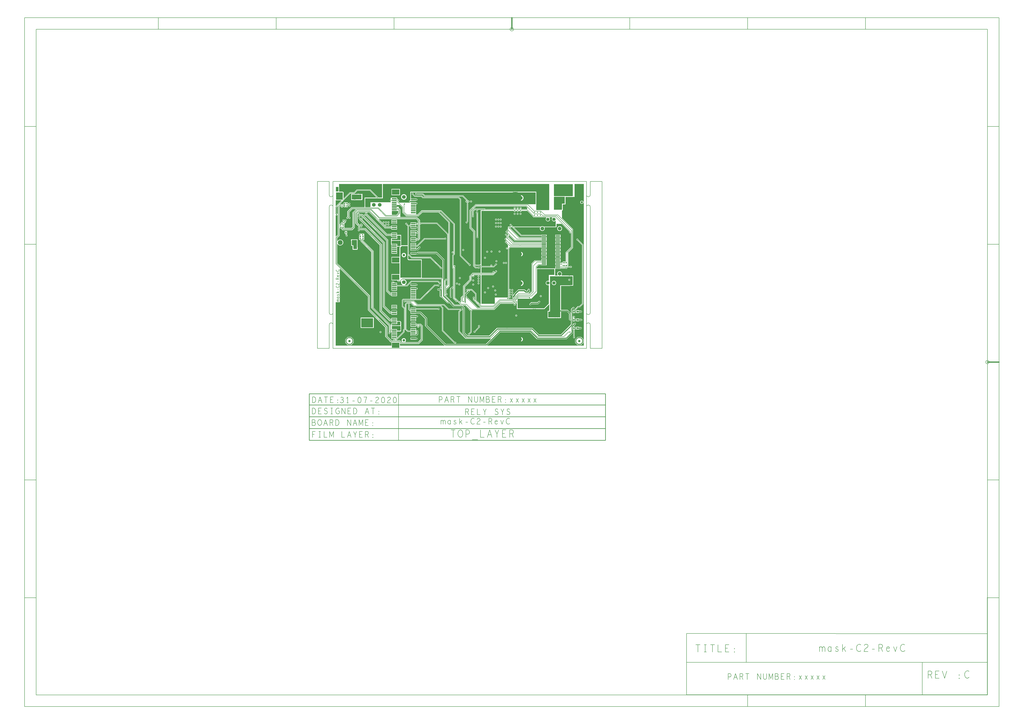
<source format=gbr>
G04 ================== begin FILE IDENTIFICATION RECORD ==================*
G04 Layout Name:  E:/Mask Board/WORK/16-05-22/mask-C2-RevC.brd*
G04 Film Name:    mask-C2-RevC_L1-TOP.gbr*
G04 File Format:  Gerber RS274X*
G04 File Origin:  Cadence Allegro 16.6-P004*
G04 Origin Date:  Mon May 16 22:50:49 2022*
G04 *
G04 Layer:  VIA CLASS/TOP*
G04 Layer:  PIN/TOP*
G04 Layer:  ETCH/TOP*
G04 Layer:  DRAWING FORMAT/OUTLINE_DATA*
G04 Layer:  BOARD GEOMETRY/OUTLINE*
G04 Layer:  BOARD GEOMETRY/TITLE_BLOCK*
G04 *
G04 Offset:    (0.00 0.00)*
G04 Mirror:    No*
G04 Mode:      Positive*
G04 Rotation:  0*
G04 FullContactRelief:  No*
G04 UndefLineWidth:     6.00*
G04 ================== end FILE IDENTIFICATION RECORD ====================*
%FSLAX55Y55*MOIN*%
%IR0*IPPOS*OFA0.00000B0.00000*MIA0B0*SFA1.00000B1.00000*%
%ADD10C,.01*%
%ADD11C,.02*%
%ADD23R,.126X.091*%
%ADD25C,.044*%
%ADD22C,.063*%
%ADD19R,.02X.02*%
%ADD26C,.064*%
%ADD33R,.031X.031*%
%ADD31C,.0551*%
%ADD13C,.083*%
%ADD12C,.076*%
%ADD21R,.063X.063*%
%ADD17R,.0244X.0244*%
%ADD15C,.03937*%
%ADD34C,.05937*%
%ADD20R,.08268X.15157*%
%ADD32R,.05937X.05937*%
%ADD30R,.09842X.12992*%
%ADD14R,.024X.022*%
%ADD18R,.022X.024*%
%ADD16C,.315*%
%ADD24R,.079X.023*%
%ADD28C,.2087*%
%ADD29R,.0748X.01181*%
%ADD27R,.11811X.18898*%
%ADD35C,.012*%
%ADD36C,.015*%
%ADD37C,.01969*%
%ADD38C,.005*%
%ADD39C,.006*%
%ADD40C,.00787*%
%ADD41C,.03204*%
%ADD44C,.0554*%
%ADD45C,.08304*%
%ADD43C,.07404*%
%ADD46C,.07514*%
%ADD42C,.09404*%
G75*
%LPD*%
G75*
G36*
G01X88728Y35082D02*
Y19358D01*
G03X88787Y19216I200J0D01*
G01X98026Y9977D01*
G03X98168Y9918I142J141D01*
G01X99092D01*
G02X99292Y9718I0J-199D01*
G01Y4425D01*
G02X99092Y4225I-200J0D01*
G01X4700D01*
G02X4500Y4425I0J200D01*
G01Y77926D01*
G02X4700Y78126I200J0D01*
G01X11372D01*
G03X11572Y78326I0J200D01*
G01Y134599D01*
G02X11660Y134766I200J1D01*
G01X11720Y134806D01*
G02X11972Y134781I111J-167D01*
G01X59245Y87508D01*
G02X59304Y87367I-141J-142D01*
G01Y64672D01*
G03X59362Y64530I200J-1D01*
G01X88670Y35223D01*
G02X88728Y35082I-142J-141D01*
G37*
G36*
G01X102790Y13747D02*
X102596Y13499D01*
G02X102438Y13422I-158J123D01*
G01X99619D01*
G02X99477Y13481I0J200D01*
G01X92291Y20667D01*
G02X92232Y20809I141J142D01*
G01Y36533D01*
G03X92173Y36675I-200J0D01*
G01X62865Y65981D01*
G02X62806Y66123I141J142D01*
G01Y88818D01*
G03X62747Y88960I-200J0D01*
G01X7401Y144307D01*
G02X7342Y144449I141J142D01*
G01Y176348D01*
G02X7485Y176539I200J-1D01*
G01X7916Y176667D01*
X8041Y176621D01*
X8077Y176565D01*
G03Y182171I4323J2803D01*
G01X8041Y182115D01*
X7916Y182069D01*
X7485Y182197D01*
G02X7342Y182388I57J192D01*
G01Y186701D01*
G02X7401Y186843I200J0D01*
G01X11403Y190845D01*
G03X11462Y190987I-141J142D01*
G01Y203398D01*
G02X11662Y203598I200J0D01*
G01X13698D01*
G02X13898Y203398I0J-200D01*
G01Y202518D01*
G03X13957Y202376I200J0D01*
G01X15846Y200487D01*
G03X15988Y200428I142J141D01*
G01X32843D01*
G03X32985Y200487I0J200D01*
G01X36913Y204415D01*
G03X36972Y204557I-141J142D01*
G01Y229051D01*
G02X37031Y229193I200J0D01*
G01X40957Y233119D01*
G02X41099Y233178I142J-141D01*
G01X41279D01*
G02X41464Y233055I0J-200D01*
G01X41487Y232999D01*
X41464Y232881D01*
X38117Y229534D01*
G03X38058Y229392I141J-142D01*
G01Y211828D01*
G03X38117Y211686I200J0D01*
G01X43640Y206163D01*
G02X43691Y205965I-141J-142D01*
G01X43576Y205574D01*
X43496Y205501D01*
X43442Y205489D01*
G03X43745Y202321I337J-1566D01*
G01X43784D01*
X43856Y202290D01*
X43931Y202214D01*
G02Y201932I-142J-141D01*
G01X43855Y201856D01*
X43783Y201825D01*
X43745D01*
G03X45379Y200133I35J-1602D01*
G01X45385Y200233D01*
X45415Y200300D01*
X45437Y200322D01*
X53899D01*
G02X54041Y200263I0J-200D01*
G01X79339Y174964D01*
G02X79398Y174822I-141J-142D01*
G01Y62668D01*
G03X79457Y62526I200J0D01*
G01X96001Y45983D01*
G03X96143Y45924I142J141D01*
G01X97892D01*
G02X98034Y45865I0J-200D01*
G01X98841Y45057D01*
G03X98983Y44998I142J141D01*
G01X99080D01*
G02X99280Y44798I0J-200D01*
G01Y44348D01*
G03X99480Y44148I200J0D01*
G01X107498D01*
G02X107698Y43948I0J-200D01*
G01Y42402D01*
G02X107498Y42202I-200J0D01*
G01X99098D01*
G03X98898Y42002I0J-200D01*
G01Y38998D01*
G02X98698Y38798I-200J0D01*
G01Y32285D01*
G03X98757Y32143I200J0D01*
G01X99249Y31652D01*
X99279Y31579D01*
Y31548D01*
X99280D01*
Y30311D01*
G02X99182Y30139I-200J0D01*
G01X98839Y29937D01*
X98733Y29936D01*
X98686Y29962D01*
G03X98404Y30084I-774J-1403D01*
G01X98342Y30104D01*
X98266Y30209D01*
Y39629D01*
G03X98207Y39771I-200J0D01*
G01X69089Y68889D01*
G02X69030Y69031I141J142D01*
G01Y164664D01*
G03X68971Y164806I-200J0D01*
G01X50499Y183277D01*
G02X50440Y183419I141J142D01*
G01Y183570D01*
G02X50499Y183712I200J0D01*
G01X50528Y183740D01*
G02X50668Y183798I141J-142D01*
G01X52802D01*
G03X53002Y183998I0J200D01*
G01Y191002D01*
X53000D01*
Y194120D01*
G03X52800Y194320I-200J0D01*
G01X46307D01*
X46278Y194329D01*
G03X44654Y191681I-478J-1529D01*
G01X44696Y191638D01*
X44718Y191520D01*
X44528Y191068D01*
X44428Y191002D01*
X44398D01*
Y183998D01*
G03X44598Y183798I200J0D01*
G01X46771D01*
X46844Y183768D01*
X46858Y183754D01*
Y181457D01*
G03X46917Y181315I200J0D01*
G01X65079Y163153D01*
G02X65138Y163011I-141J-142D01*
G01Y67947D01*
G03X65197Y67805I200J0D01*
G01X94461Y38542D01*
G02X94520Y38400I-141J-142D01*
G01Y26827D01*
G02X94448Y26673I-200J0D01*
G03X96672Y26499I1022J-1233D01*
G01X96648Y26526D01*
X96622Y26594D01*
Y26766D01*
G02X96717Y26936I200J0D01*
G01X97006Y27115D01*
G02X97199Y27124I105J-170D01*
G01X97200D01*
G03X98686Y27158I711J1436D01*
G01X98733Y27184D01*
X98839Y27183D01*
X99182Y26981D01*
G02X99280Y26809I-102J-172D01*
G01Y22852D01*
X99279D01*
Y15998D01*
G03X99479Y15798I200J0D01*
G01X102699D01*
G02X102875Y15694I0J-200D01*
G01X103069Y15336D01*
X103065Y15227D01*
X103035Y15181D01*
G03X102826Y13919I1345J-871D01*
G02X102790Y13747I-194J-49D01*
G37*
G36*
G01X4500Y189318D02*
Y225278D01*
G02X4616Y225459I200J0D01*
G01X5000Y225636D01*
X5115Y225620D01*
X5160Y225582D01*
G03X7287Y225623I1040J1218D01*
G01X7331Y225664D01*
X7448Y225684D01*
X7839Y225513D01*
G02X7958Y225330I-81J-183D01*
G01Y192438D01*
G02X7900Y192297I-200J0D01*
G01X4841Y189238D01*
G02X4623Y189195I-141J142D01*
G01X4567Y189218D01*
X4500Y189318D01*
G37*
G36*
G01X24188Y222794D02*
G03X25952Y221165I162J-1594D01*
G01Y221205D01*
X25982Y221275D01*
X26059Y221351D01*
G02X26341I141J-142D01*
G01X26418Y221275D01*
X26448Y221205D01*
Y221165D01*
G03X28212Y222794I1602J35D01*
G02X28087Y222855I20J199D01*
G01X28006Y222941D01*
G02X27952Y223079I146J137D01*
G01Y230742D01*
G02X28010Y230883I200J0D01*
G01X32977Y235850D01*
G02X33118Y235908I141J-142D01*
G01X38309D01*
G02X38494Y235785I1J-200D01*
G01X38517Y235728D01*
X38494Y235611D01*
X33527Y230644D01*
G03X33468Y230502I141J-142D01*
G01Y206008D01*
G02X33410Y205867I-200J0D01*
G01X31533Y203990D01*
G02X31392Y203932I-141J142D01*
G01X19402D01*
G02X19202Y204132I-1J199D01*
G01Y210802D01*
X19172D01*
X19121Y210925D01*
G02X19165Y211143I185J76D01*
G01X21863Y213841D01*
G03X21922Y213983I-141J142D01*
G01Y215297D01*
X21999Y215402D01*
X22062Y215422D01*
G03X20147Y217656I-477J1529D01*
G01X20132Y217627D01*
X20109Y217603D01*
G02X19826I-141J141D01*
G01X19699Y217730D01*
G03X19117Y218035I-779J-779D01*
G02X19012Y218089I35J197D01*
G03X17569Y215380I-1127J-1138D01*
G01X17624Y215370D01*
X17705Y215296D01*
X17823Y214905D01*
G02X17773Y214706I-192J-58D01*
G01X17737Y214670D01*
G02X17596Y214612I-141J142D01*
G01X15438D01*
G03X15296Y214553I0J-200D01*
G01X13407Y212664D01*
G03X13348Y212522I141J-142D01*
G01Y210806D01*
X13344Y210802D01*
X11662D01*
G02X11462Y211002I-1J199D01*
G01Y239770D01*
G02X11520Y239911I200J0D01*
G01X12856Y241247D01*
G02X12997Y241306I142J-141D01*
G01X13128D01*
G02X13328Y241106I-1J-201D01*
G01Y240147D01*
G03X13650Y239368I1101J-1D01*
G01X14177Y238841D01*
G03X14956Y238518I779J778D01*
G01X16075D01*
G03X16217Y238577I0J200D01*
G01X17272Y239632D01*
G03X17330Y239774I-142J141D01*
G01Y241106D01*
G02X17530Y241306I201J-1D01*
G01X17998D01*
G02X18198Y241106I0J-200D01*
G01Y239625D01*
G03X18398Y239425I200J0D01*
G01X25202D01*
G03X25402Y239625I0J200D01*
G01Y241476D01*
G02X25602Y241676I200J0D01*
G01X26276D01*
X26391Y241567D01*
X26396Y241487D01*
G03X28550Y243086I1599J96D01*
G01X28509Y243101D01*
X28324Y243286D01*
G02Y243568I142J141D01*
G01X28527Y243771D01*
X28567Y243787D01*
G03X26395Y245368I-572J1496D01*
G01X26391Y245287D01*
X26276Y245178D01*
X25602D01*
G02X25402Y245378I0J200D01*
G01Y247229D01*
G03X25202Y247429I-200J0D01*
G01X18398D01*
G03X18198Y247229I0J-200D01*
G01Y245008D01*
G02X17998Y244808I-200J0D01*
G01X12066D01*
G02X11881Y244932I0J200D01*
G01X11858Y244989D01*
X11881Y245106D01*
X17595Y250820D01*
G02X17736Y250878I141J-142D01*
G01X17764D01*
X17882Y250996D01*
Y251024D01*
G02X17940Y251165I200J0D01*
G01X29184Y262409D01*
G02X29325Y262468I142J-141D01*
G01X36392D01*
G03X36533Y262526I0J200D01*
G01X41287Y267280D01*
G02X41428Y267338I141J-142D01*
G01X62352D01*
G02X62493Y267280I0J-200D01*
G01X73325Y256448D01*
X73353Y256352D01*
X73343Y256302D01*
G03X73308Y255970I1567J-333D01*
G01Y255930D01*
X73278Y255856D01*
X73049Y255628D01*
G02X72908Y255570I-141J142D01*
G01X53758D01*
G03X53558Y255370I1J-200D01*
G01Y239612D01*
G02X53358Y239412I-199J0D01*
G01X31667D01*
G03X31525Y239353I0J-200D01*
G01X24507Y232335D01*
G03X24448Y232193I141J-142D01*
G01Y223079D01*
G02X24394Y222941I-200J-1D01*
G01X24313Y222855D01*
G02X24188Y222794I-145J138D01*
G37*
G36*
G01X7331Y227936D02*
X7287Y227977D01*
G03X6172Y228402I-1087J-1177D01*
G01X6131Y228401D01*
X6056Y228431D01*
X5770Y228717D01*
G02X5712Y228858I142J141D01*
G01Y238854D01*
G02X5770Y238995I200J0D01*
G01X7617Y240842D01*
G02X7835Y240886I142J-141D01*
G01X7892Y240862D01*
X7958Y240762D01*
Y228270D01*
G02X7839Y228087I-200J0D01*
G01X7448Y227916D01*
X7331Y227936D01*
G37*
G36*
G01X4500Y241120D02*
Y250678D01*
G02X4700Y250878I200J0D01*
G01X14197D01*
G02X14382Y250755I0J-200D01*
G01X14405Y250698D01*
X14382Y250581D01*
X4841Y241040D01*
G02X4623Y240997I-141J142D01*
G01X4567Y241020D01*
X4500Y241120D01*
G37*
G36*
G01X16680Y264148D02*
Y252962D01*
G02X16621Y252820I-200J0D01*
G01X15940Y252139D01*
G02X15798Y252080I-142J141D01*
G01X5560D01*
G02X5360Y252280I0J200D01*
G01Y264148D01*
G02X5560Y264348I200J0D01*
G01X16480D01*
G02X16680Y264148I0J-200D01*
G37*
G36*
G01X76512Y255930D02*
Y255970D01*
G03X75257Y257534I-1602J0D01*
G01X75229Y257540D01*
X75180Y257567D01*
X63364Y269383D01*
G03X63223Y269442I-142J-141D01*
G01X40557D01*
G03X40416Y269383I1J-200D01*
G01X35662Y264629D01*
G02X35521Y264570I-142J141D01*
G01X28454D01*
G03X28313Y264512I0J-200D01*
G01X18223Y254422D01*
G02X18005Y254378I-142J141D01*
G01X17948Y254402D01*
X17882Y254502D01*
Y265350D01*
G03X17682Y265550I-201J-1D01*
G01X10602D01*
G02X10402Y265750I-1J199D01*
G01Y274602D01*
Y278433D01*
G02X10602Y278633I200J0D01*
G01X83170D01*
G02X83370Y278433I0J-200D01*
G01Y255770D01*
G02X83170Y255570I-200J0D01*
G01X76912D01*
G02X76771Y255628I0J200D01*
G01X76542Y255856D01*
X76512Y255930D01*
G37*
G36*
G01X9200Y273400D02*
Y266060D01*
G02X9000Y265860I-200J0D01*
G01X5120D01*
G02X4920Y266060I0J200D01*
G01Y273400D01*
G02X5120Y273600I200J0D01*
G01X9000D01*
G02X9200Y273400I0J-200D01*
G37*
G36*
G01X49500Y207199D02*
G03X49558Y207253I-721J833D01*
G01X49909Y207604D01*
G03X50232Y208383I-778J779D01*
G01Y209233D01*
G03X49909Y210012I-1101J0D01*
G01X49468Y210453D01*
X49452Y210487D01*
G03X46406Y209594I-1462J-655D01*
G01X46413Y209550D01*
X46389Y209467D01*
X46162Y209203D01*
G02X46010Y209134I-151J131D01*
G01X45706D01*
G02X45564Y209193I0J200D01*
G01X41621Y213137D01*
G02X41562Y213279I141J142D01*
G01Y227941D01*
G02X41621Y228083I200J0D01*
G01X41970Y228432D01*
G02X42252I141J-142D01*
G01X42294Y228390D01*
X42319Y228276D01*
X42298Y228220D01*
G03X43765Y226061I1502J-557D01*
G01X43803D01*
X43875Y226030D01*
X43951Y225954D01*
G02Y225672I-142J-141D01*
G01X43875Y225596D01*
X43803Y225565D01*
X43765D01*
G03X45400Y223879I35J-1602D01*
G01X45403Y223935D01*
G02X45461Y224066I200J-10D01*
G01X45463Y224068D01*
X48480D01*
G02X48622Y224009I0J-200D01*
G01X90209Y182422D01*
G02X90268Y182280I-141J-142D01*
G01Y96669D01*
G03X90327Y96527I200J0D01*
G01X96777Y90077D01*
G03X96919Y90018I142J141D01*
G01X97892D01*
G02X98034Y89959I0J-200D01*
G01X98841Y89153D01*
G03X98983Y89094I142J141D01*
G01X99080D01*
G02X99280Y88894I0J-200D01*
G01Y88444D01*
G03X99480Y88244I200J0D01*
G01X108582D01*
G03X108782Y88444I0J200D01*
G01Y95096D01*
G03X108582Y95296I-200J0D01*
G01X99480D01*
G03X99280Y95096I0J-200D01*
G01Y94646D01*
G02X99080Y94446I-200J0D01*
G01X98983D01*
G03X98841Y94388I-1J-200D01*
G01X98272Y93819D01*
G02X97990I-141J142D01*
G01X93831Y97978D01*
G02X93772Y98120I141J142D01*
G01Y183731D01*
G03X93713Y183873I-200J0D01*
G01X50073Y227513D01*
G03X49931Y227572I-142J-141D01*
G01X45492D01*
X45419Y227603D01*
X45408Y227614D01*
X45399Y227759D01*
G03X43774Y229265I-1599J-96D01*
G01X43713Y229264D01*
X43611Y229330D01*
X43443Y229728D01*
G02X43485Y229947I184J78D01*
G01X43877Y230339D01*
G02X44019Y230398I142J-141D01*
G01X54845D01*
G02X55013Y230306I0J-200D01*
G01X55195Y230023D01*
G02X55208Y229831I-168J-108D01*
G03X55506Y228053I1455J-670D01*
G01X55534Y228024D01*
X55562Y227954D01*
Y227846D01*
G02X55362Y227646I-200J0D01*
G01X55292D01*
G02X55154Y227701I0J200D01*
G03X55209Y225442I-1108J-1157D01*
G01X55243D01*
X55316Y225412D01*
X56032Y224696D01*
G03X56174Y224638I141J142D01*
G01X56196D01*
X90183Y190651D01*
G03X90325Y190592I142J141D01*
G01X97892D01*
G02X98034Y190533I0J-200D01*
G01X98841Y189725D01*
G03X98983Y189666I142J141D01*
G01X99080D01*
G02X99280Y189466I0J-200D01*
G01Y189016D01*
G03X99480Y188816I200J0D01*
G01X107598D01*
G02X107798Y188616I0J-200D01*
G01Y187054D01*
G02X107598Y186854I-200J0D01*
G01X98998D01*
G03X98798Y186654I0J-200D01*
G01Y182781D01*
G02X98739Y182639I-200J0D01*
G01X98657Y182557D01*
G03X98598Y182415I141J-142D01*
G01Y176028D01*
G03X98798Y175828I200J0D01*
G01X99080D01*
G02X99280Y175628I0J-200D01*
G01Y167520D01*
X99279D01*
Y160666D01*
G03X99479Y160466I200J0D01*
G01X108583D01*
G03X108783Y160666I0J200D01*
G01Y167520D01*
X108782D01*
Y172094D01*
G02X108982Y172294I200J0D01*
G01X113642D01*
G02X113826Y172171I-1J-200D01*
G02X113783Y171952I-184J-78D01*
G01X113207Y171377D01*
G03X113148Y171235I141J-142D01*
G01Y155180D01*
G02X112948Y154980I-200J0D01*
G01X99492D01*
G03X99292Y154780I0J-200D01*
G01Y144478D01*
G03X99492Y144278I200J0D01*
G01X112948D01*
G02X113148Y144078I0J-200D01*
G01Y125866D01*
G02X112948Y125666I-200J0D01*
G01X99492D01*
G03X99292Y125466I0J-200D01*
G01Y115164D01*
G03X99492Y114964I200J0D01*
G01X109218D01*
G02X109374Y114889I0J-200D01*
G01X109569Y114644D01*
G02X109608Y114476I-156J-125D01*
G01Y114475D01*
G03X112323Y113007I1562J-355D01*
G02X112467Y113068I144J-139D01*
G01X114353D01*
G03X114495Y113127I0J200D01*
G01X115019Y113652D01*
G02X115264Y113682I142J-141D01*
G01X115656Y113445D01*
X115705Y113316D01*
X115684Y113251D01*
G03X117881Y107746I4489J-1399D01*
G01X117882D01*
G02X117977Y107521I-99J-174D01*
G01X117879Y107145D01*
G02X117686Y106996I-193J51D01*
G01X108983D01*
G02X108783Y107196I0J200D01*
G01Y107897D01*
X108782D01*
Y110846D01*
G03X108582Y111046I-200J0D01*
G01X105199D01*
X105082Y111163D01*
Y111185D01*
X103355Y112913D01*
G03X103213Y112972I-142J-141D01*
G01X102337D01*
G02X102193Y113033I0J200D01*
G03X99483Y111541I-1153J-1112D01*
G01X99494Y111497D01*
X99475Y111407D01*
X99322Y111212D01*
G03X99280Y111089I158J-123D01*
G01Y107897D01*
X99279D01*
Y100843D01*
X99280D01*
Y97894D01*
G03X99480Y97694I200J0D01*
G01X108582D01*
G03X108782Y97894I0J200D01*
G01Y100843D01*
X108783D01*
Y104694D01*
G02X108983Y104894I200J0D01*
G01X126028D01*
G03X126170Y104953I0J200D01*
G01X133367Y112149D01*
G02X133509Y112208I142J-141D01*
G01X178021D01*
G02X178163Y112149I0J-200D01*
G01X179869Y110444D01*
X179899Y110369D01*
X179898Y110328D01*
G03X181472Y111902I1602J-28D01*
G01X181431Y111901D01*
X181356Y111931D01*
X179035Y114253D01*
G03X178893Y114312I-142J-141D01*
G01X132637D01*
G03X132495Y114253I0J-200D01*
G01X125298Y107055D01*
G02X125156Y106996I-142J141D01*
G01X122660D01*
G02X122467Y107145I0J200D01*
G01X122369Y107521D01*
G02X122464Y107746I194J51D01*
G01X122465D01*
G03X118773Y116340I-2292J4105D01*
G01X118708Y116319D01*
X118579Y116368D01*
X118342Y116760D01*
G02X118372Y117005I171J103D01*
G01X118417Y117050D01*
G02X118559Y117108I141J-142D01*
G01X183548D01*
G02X183748Y116908I0J-200D01*
G01Y105251D01*
G02X183673Y105095I-200J0D01*
G01X183428Y104900D01*
G02X183260Y104861I-125J156D01*
G01X183259D01*
G03X183258Y101739I-359J-1561D01*
G01X183260D01*
X183304Y101749D01*
X183392Y101729D01*
X183673Y101505D01*
G02X183748Y101349I-125J-156D01*
G01Y101251D01*
G02X183673Y101095I-200J0D01*
G01X183428Y100900D01*
G02X183260Y100861I-125J156D01*
G01X183259D01*
G03X182523Y100857I-360J-1561D01*
G01X182500Y100852D01*
X179629D01*
G02X179499Y100900I0J200D01*
G03X177625Y98313I-1038J-1220D01*
G01X177646Y98300D01*
X178138Y97807D01*
G03X178280Y97748I142J141D01*
G01X181148D01*
G02X181348Y97548I0J-200D01*
G01Y88700D01*
X181343Y88677D01*
G03X183516Y86821I1557J-377D01*
G02X183735Y86778I78J-184D01*
G01X193805Y76707D01*
G03X193947Y76648I142J141D01*
G01X194214D01*
G02X194368Y76576I0J-200D01*
G03X196855Y76604I1232J1024D01*
G01X196881Y76637D01*
X196957Y76677D01*
X197298Y76696D01*
G02X197450Y76638I11J-200D01*
G01X204432Y69657D01*
G03X204574Y69598I142J141D01*
G01X218174D01*
G02X218316Y69539I0J-200D01*
G01X220409Y67447D01*
G02X220468Y67305I-141J-142D01*
G01Y25251D01*
G03X220527Y25109I200J0D01*
G01X227073Y18563D01*
G02X227116Y18344I-141J-141D01*
G01X227093Y18288D01*
X226993Y18222D01*
X225749D01*
G02X225607Y18281I0J200D01*
G01X215171Y28717D01*
G02X215112Y28859I141J142D01*
G01Y61231D01*
G02X215171Y61373I200J0D01*
G01X218116Y64319D01*
X218191Y64349D01*
X218232Y64348D01*
G03X217107Y67063I28J1602D01*
G02X216963Y67002I-144J139D01*
G01X196529D01*
G02X196387Y67061I0J200D01*
G01X188685Y74763D01*
G03X188543Y74822I-142J-141D01*
G01X143589D01*
G02X143447Y74881I0J200D01*
G01X137750Y80577D01*
G03X137608Y80636I-142J-141D01*
G01X123112D01*
G02X122968Y80697I0J200D01*
G03Y78473I-1153J-1112D01*
G02X123112Y78534I144J-139D01*
G01X132881D01*
G02X133081Y78334I0J-200D01*
G01Y78321D01*
X133079Y78309D01*
G03X133078Y78283I199J-21D01*
G01Y78282D01*
G02X132878Y78082I-200J0D01*
G01X125597D01*
G03X125455Y78023I0J-200D01*
G01X122527Y75095D01*
G03X122468Y74953I141J-142D01*
G01Y68571D01*
G02X122345Y68387I-200J0D01*
G01X122289Y68363D01*
X122170Y68387D01*
X119211Y71347D01*
G02X119152Y71489I141J142D01*
G01Y80951D01*
G02X119211Y81093I200J0D01*
G01X119767Y81649D01*
G02X119909Y81708I142J-141D01*
G01X149243D01*
G03X149385Y81767I0J200D01*
G01X173107Y105489D01*
G02X173249Y105548I142J-141D01*
G01X177603D01*
G02X177747Y105487I0J-200D01*
G03Y107713I1153J1113D01*
G02X177603Y107652I-144J139D01*
G01X172377D01*
G03X172235Y107593I0J-200D01*
G01X148513Y83871D01*
G02X148371Y83812I-142J141D01*
G01X141267D01*
G02X141067Y84012I0J200D01*
G01Y90572D01*
X141066D01*
Y92968D01*
X141067D01*
Y99468D01*
G02X141267Y99668I200J0D01*
G01X141629D01*
X141656Y99661D01*
G03X142935Y102567I444J1539D01*
G01X142914Y102580D01*
X142782Y102713D01*
G03X142640Y102772I-142J-141D01*
G01X142412D01*
X142393Y102775D01*
G03X141807I-293J-1575D01*
G01X141788Y102772D01*
X141266D01*
G02X141066Y102972I0J200D01*
G03X140866Y103172I-200J0D01*
G01X131764D01*
G03X131564Y102972I0J-200D01*
G01Y100022D01*
X131563D01*
Y92968D01*
X131564D01*
Y90572D01*
X131563D01*
Y84012D01*
G02X131363Y83812I-200J0D01*
G01X119037D01*
G03X118895Y83753I0J-200D01*
G01X117107Y81965D01*
G03X117048Y81823I141J-142D01*
G01Y70617D01*
G03X117107Y70475I200J0D01*
G01X120509Y67073D01*
G02X120568Y66931I-141J-142D01*
G01Y32859D01*
G02X120509Y32717I-200J0D01*
G01X119137Y31345D01*
G03X119078Y31203I141J-142D01*
G01Y27859D01*
G02X119019Y27717I-200J0D01*
G01X109124Y17821D01*
G02X108907Y17778I-141J142D01*
G01X108850Y17801D01*
X108783Y17902D01*
Y22852D01*
X108782D01*
Y28198D01*
G02X108982Y28398I200J0D01*
G01X114815D01*
G03X114957Y28457I0J200D01*
G01X115743Y29243D01*
G03X115802Y29385I-141J142D01*
G01Y37715D01*
G03X115743Y37857I-200J0D01*
G01X115441Y38158D01*
G02Y38442I141J142D01*
G01X115443Y38443D01*
G03X115502Y38585I-141J142D01*
G01Y44715D01*
G03X115443Y44857I-200J0D01*
G01X114257Y46043D01*
G03X114115Y46102I-142J-141D01*
G01X108982D01*
G02X108782Y46302I0J200D01*
G01Y51002D01*
G03X108582Y51202I-200J0D01*
G01X99480D01*
G03X99280Y51002I0J-200D01*
G01Y50552D01*
G02X99080Y50352I-200J0D01*
G01X98983D01*
G03X98841Y50293I0J-200D01*
G01X98034Y49485D01*
G02X97892Y49426I-142J141D01*
G01X97594D01*
G02X97452Y49485I0J200D01*
G01X82961Y63977D01*
G02X82902Y64119I141J142D01*
G01Y176273D01*
G03X82843Y176415I-200J0D01*
G01X55492Y203765D01*
G03X55350Y203824I-142J-141D01*
G01X45480D01*
X45407Y203854D01*
X45387Y203874D01*
X45379Y204013D01*
G03X44992Y204970I-1599J-90D01*
G01X44953Y205015D01*
X44937Y205130D01*
X45114Y205515D01*
G02X45295Y205632I182J-83D01*
G01X46391D01*
X46491Y205565D01*
X46514Y205509D01*
G03X49426Y206843I1476J623D01*
G02X49410Y206973I180J88D01*
G01X49434Y207089D01*
G02X49500Y207199I195J-42D01*
G37*
G36*
G01X191452Y106048D02*
Y114062D01*
G02X191510Y114203I200J0D01*
G01X191796Y114489D01*
X191871Y114519D01*
X191912Y114518D01*
G03X190338Y116092I28J1602D01*
G01X190339Y116051D01*
X190309Y115976D01*
X189473Y115140D01*
G02X189255Y115096I-142J141D01*
G01X189198Y115120D01*
X189132Y115220D01*
Y150270D01*
G03X189073Y150411I-200J-1D01*
G01X176341Y163143D01*
G03X176200Y163202I-142J-141D01*
G01X143390D01*
G03X143249Y163143I1J-200D01*
G01X142559Y162453D01*
G02X142418Y162394I-142J141D01*
G01X141266D01*
G02X141066Y162594I1J200D01*
G03X140866Y162794I-199J0D01*
G01X131764D01*
G03X131564Y162594I-1J-200D01*
G01Y159092D01*
G03X131764Y158892I199J-1D01*
G01X140866D01*
G03X141066Y159092I1J199D01*
G02X141266Y159292I201J-1D01*
G01X142683D01*
X142708Y159284D01*
G03X144497Y159995I421J1546D01*
G01X144510Y160016D01*
X144534Y160040D01*
G02X144675Y160098I141J-142D01*
G01X174915D01*
G02X175056Y160040I0J-200D01*
G01X185970Y149126D01*
G02X186028Y148985I-142J-141D01*
G01Y118301D01*
G02X185905Y118116I-200J0D01*
G01X185848Y118093D01*
X185731Y118116D01*
X184694Y119153D01*
G03X184553Y119212I-142J-141D01*
G01X150892D01*
G02X150692Y119412I-1J200D01*
G01Y150402D01*
G03X150492Y150602I-201J0D01*
G01X128821D01*
G02X128679Y150660I-1J200D01*
G01X127870Y151469D01*
G02X127812Y151611I142J141D01*
G01Y157469D01*
G02X127935Y157654I200J0D01*
G01X127992Y157677D01*
X128109Y157654D01*
X132896Y152867D01*
G03X133037Y152808I142J141D01*
G01X164822D01*
G02X164963Y152750I0J-200D01*
G01X181769Y135944D01*
X181799Y135869D01*
X181798Y135828D01*
G03X183372Y137402I1602J-28D01*
G01X183331Y137401D01*
X183256Y137431D01*
X165834Y154853D01*
G03X165693Y154912I-142J-141D01*
G01X133908D01*
G02X133767Y154970I0J200D01*
G01X128660Y160077D01*
G02X128602Y160218I142J141D01*
G01Y208273D01*
G03X128543Y208414I-200J-1D01*
G01X125971Y210986D01*
X125941Y211061D01*
X125942Y211102D01*
G03X124368Y209528I-1602J28D01*
G01X124409Y209529D01*
X124484Y209499D01*
X126440Y207543D01*
G02X126498Y207402I-142J-141D01*
G01Y174732D01*
G02X126298Y174532I-199J0D01*
G01X116445D01*
G03X116304Y174473I1J-200D01*
G01X116107Y174276D01*
G02X115889Y174233I-141J142D01*
G01X115832Y174256D01*
X115766Y174356D01*
Y182298D01*
X115802D01*
Y192110D01*
G03X115602Y192310I-201J-1D01*
G01X108982D01*
G02X108782Y192510I0J200D01*
G01Y195670D01*
G03X108582Y195870I-200J0D01*
G01X99480D01*
G03X99280Y195670I0J-200D01*
G01Y195220D01*
G02X99080Y195020I-200J0D01*
G01X98983D01*
G03X98841Y194961I0J-200D01*
G01X98033Y194153D01*
G02X97892Y194094I-142J141D01*
G01X91776D01*
G02X91635Y194153I1J200D01*
G01X57858Y227929D01*
X57851Y228083D01*
X57900Y228143D01*
G03X58118Y229831I-1237J1018D01*
G01X58097Y229878D01*
X58104Y229979D01*
X58313Y230306D01*
G02X58481Y230398I168J-108D01*
G01X61243D01*
G02X61384Y230340I0J-200D01*
G01X88487Y203237D01*
G03X88629Y203178I142J141D01*
G01X97905D01*
G02X98046Y203120I0J-200D01*
G01X98841Y202325D01*
G03X98983Y202266I142J141D01*
G01X99080D01*
G02X99280Y202066I0J-200D01*
G01Y201616D01*
G03X99480Y201416I200J0D01*
G01X108582D01*
G03X108782Y201616I0J200D01*
G01Y208270D01*
G03X108582Y208470I-200J0D01*
G01X99480D01*
G03X99280Y208270I0J-200D01*
G01Y207820D01*
G02X99080Y207620I-200J0D01*
G01X98983D01*
G03X98841Y207561I0J-200D01*
G01X98033Y206753D01*
G02X97892Y206694I-142J141D01*
G01X96836D01*
X96823Y206682D01*
X90080D01*
G02X89939Y206740I0J200D01*
G01X77902Y218777D01*
G02X77858Y218995I141J142D01*
G01X77882Y219052D01*
X77981Y219118D01*
X140901D01*
G02X141042Y219060I0J-200D01*
G01X143980Y216122D01*
G02X144038Y215981I-142J-141D01*
G01Y212643D01*
G02X143914Y212457I-200J-1D01*
G01X143514Y212294D01*
X143395Y212319D01*
X143353Y212363D01*
G03X141615Y212732I-1146J-1120D01*
G01X141568Y212713D01*
X141470Y212724D01*
X141155Y212938D01*
G02X141067Y213103I112J166D01*
G01X140975Y213195D01*
X131763D01*
G03X131563Y212995I0J-200D01*
G01Y210022D01*
G02X131484Y209863I-200J0D01*
G01X131193Y209641D01*
X131101Y209624D01*
X131056Y209637D01*
G03Y206549I-429J-1544D01*
G01X131101Y206562D01*
X131193Y206545D01*
X131484Y206323D01*
G02X131563Y206164I-121J-159D01*
G01Y206141D01*
X131564D01*
Y203192D01*
G03X131764Y202992I199J0D01*
G01X140866D01*
G03X141066Y203192I1J199D01*
G02X141266Y203392I201J0D01*
G01X141470D01*
X141493Y203386D01*
G03Y206500I377J1557D01*
G01X141470Y206494D01*
X141267D01*
G02X141067Y206694I0J200D01*
G01Y209383D01*
G02X141155Y209548I200J-1D01*
G01X141470Y209762D01*
X141568Y209773D01*
X141615Y209754D01*
G03X143353Y210123I592J1489D01*
G01X143395Y210167D01*
X143514Y210192D01*
X143914Y210029D01*
G02X144038Y209843I-76J-185D01*
G01Y198570D01*
G02X143915Y198386I-200J0D01*
G01X143858Y198362D01*
X143741Y198385D01*
X141990Y200136D01*
G03X141849Y200194I-141J-142D01*
G01X141267D01*
G02X141067Y200394I0J200D01*
G01Y200395D01*
G03X140867Y200595I-200J0D01*
G01X131763D01*
G03X131563Y200395I0J-200D01*
G01Y193541D01*
X131564D01*
Y190592D01*
G03X131764Y190392I199J-1D01*
G01X140866D01*
G03X141066Y190592I1J199D01*
G01Y193541D01*
X141067D01*
Y194608D01*
G02X141185Y194790I200J0D01*
G01X141571Y194964D01*
X141687Y194947D01*
X141731Y194908D01*
G03X143469Y194659I1059J1202D01*
G01X143516Y194681D01*
X143617Y194674D01*
X143946Y194465D01*
G02X144038Y194297I-108J-168D01*
G01Y187049D01*
G02X143980Y186908I-200J0D01*
G01X143350Y186278D01*
G02X143209Y186220I-141J142D01*
G01X142454D01*
G02X142313Y186278I0J200D01*
G01X141505Y187086D01*
G03X141363Y187144I-141J-142D01*
G01X141266D01*
G02X141066Y187344I1J201D01*
G01Y187794D01*
G03X140866Y187994I-199J0D01*
G01X131764D01*
G03X131564Y187794I-1J-200D01*
G01Y181142D01*
G03X131764Y180942I199J-1D01*
G01X140866D01*
G03X141066Y181142I1J199D01*
G01Y181592D01*
G02X141266Y181792I201J-1D01*
G01X141363D01*
G03X141505Y181850I1J200D01*
G01X142313Y182658D01*
G02X142454Y182716I141J-142D01*
G01X144660D01*
G03X144802Y182775I0J200D01*
G01X147483Y185456D01*
G03X147542Y185598I-141J142D01*
G01Y210010D01*
G02X147627Y210174I200J0D01*
G01X147936Y210390D01*
X148033Y210403D01*
X148079Y210386D01*
G03X149783Y210777I552J1504D01*
G02X149927Y210838I144J-139D01*
G01X176113D01*
G02X176254Y210780I0J-200D01*
G01X194050Y192984D01*
G02X194108Y192843I-142J-141D01*
G01Y108366D01*
G02X194050Y108225I-200J0D01*
G01X191793Y105968D01*
G02X191575Y105924I-142J141D01*
G01X191518Y105948D01*
X191452Y106048D01*
G37*
G36*
G01X97826Y252185D02*
X97772Y252161D01*
G03Y249239I658J-1461D01*
G01X97826Y249215D01*
X97890Y249116D01*
Y247771D01*
G02X97690Y247571I-200J0D01*
G01X63890D01*
Y247610D01*
X63800D01*
G03X63600Y247410I0J-200D01*
G01Y239700D01*
G02X63400Y239500I-200J0D01*
G01X54960D01*
G02X54760Y239700I0J200D01*
G01Y254168D01*
G02X54960Y254368I200J0D01*
G01X84372D01*
G03X84572Y254568I0J200D01*
G01Y278436D01*
G02X84772Y278636I200J0D01*
G01X366628D01*
G02X366828Y278436I0J-200D01*
G01Y234679D01*
G02X366628Y234479I-200J0D01*
G01X345261D01*
G02X345061Y234679I0J200D01*
G01Y265354D01*
G03X344861Y265554I-200J0D01*
G01X313078D01*
G02X313013Y265565I0J200D01*
G03X305679I-3667J-10622D01*
G02X305614Y265554I-65J189D01*
G01X131450D01*
G03X131250Y265354I0J-200D01*
G01Y251100D01*
G02X131188Y250956I-200J1D01*
G01X130950Y250727D01*
X130874Y250699D01*
X130833Y250701D01*
G03X130307Y247565I-68J-1601D01*
G01X130331Y247558D01*
X130373Y247533D01*
X130389Y247517D01*
X130462Y247486D01*
X131050D01*
G02X131250Y247286I0J-200D01*
G01Y247115D01*
G02X131050Y246915I-200J0D01*
G01X112575D01*
G02X112433Y246974I0J200D01*
G01X111209Y248198D01*
G02X111156Y248385I142J141D01*
G01X111247Y248767D01*
X111316Y248843D01*
X111366Y248860D01*
G03X110832Y251982I-506J1520D01*
G01X110791Y251981D01*
X110716Y252011D01*
X108842Y253885D01*
G02X108783Y254027I141J142D01*
G01Y255515D01*
G03X108583Y255715I-200J0D01*
G01X99479D01*
G03X99279Y255515I0J-200D01*
G01Y255470D01*
G02X99079Y255270I-200J0D01*
G01X98090D01*
G03X97890Y255070I0J-200D01*
G01Y252284D01*
X97826Y252185D01*
G37*
G36*
G01X113496Y4425D02*
Y8295D01*
G02X113619Y8480I200J1D01*
G01X113676Y8503D01*
X113793Y8480D01*
X115276Y6997D01*
G03X115418Y6938I142J141D01*
G01X145732D01*
G03X145874Y6997I0J200D01*
G01X152313Y13436D01*
G03X152372Y13578I-141J142D01*
G01Y37934D01*
G03X152313Y38076I-200J0D01*
G01X149036Y41353D01*
G03X148894Y41412I-142J-141D01*
G01X141819D01*
G02X141678Y41470I0J200D01*
G01X141125Y42023D01*
G02X141066Y42164I141J142D01*
G01Y43126D01*
G03X140866Y43326I-199J1D01*
G01X131764D01*
G03X131564Y43126I-1J-199D01*
G01Y36474D01*
G03X131764Y36274I199J0D01*
G01X140866D01*
G03X141066Y36474I1J200D01*
G01Y37126D01*
G02X141125Y37267I200J-1D01*
G01X141708Y37850D01*
G02X141849Y37908I141J-142D01*
G01X142492D01*
G02X142692Y37708I0J-200D01*
G01Y36522D01*
G03X143014Y35743I1101J-1D01*
G01X143541Y35216D01*
G03X144320Y34894I778J779D01*
G01X145439D01*
G03X145581Y34952I1J200D01*
G01X146636Y36007D01*
G03X146694Y36149I-142J141D01*
G01Y37744D01*
G02X146753Y37885I200J-1D01*
G01X146776Y37908D01*
X147443D01*
G02X147584Y37850I0J-200D01*
G01X148810Y36624D01*
G02X148868Y36483I-142J-141D01*
G01Y15029D01*
G02X148810Y14888I-200J0D01*
G01X144422Y10500D01*
G02X144281Y10442I-141J142D01*
G01X123364D01*
G02X123184Y10555I0J200D01*
G01X123003Y10933D01*
X123016Y11048D01*
X123053Y11093D01*
G03X117293I-2880J2326D01*
G01X117330Y11048D01*
X117343Y10933D01*
X117162Y10555D01*
G02X116982Y10442I-180J87D01*
G01X116869D01*
G02X116728Y10500I0J200D01*
G01X113865Y13363D01*
G03X113723Y13422I-142J-141D01*
G01X108181D01*
G02X107996Y13545I0J200D01*
G01X107973Y13602D01*
X107996Y13719D01*
X121123Y26846D01*
G03X121182Y26987I-141J142D01*
G01Y30332D01*
G02X121240Y30473I200J0D01*
G01X122369Y31602D01*
G02X122651I141J-142D01*
G01X126471Y27782D01*
G03X126612Y27724I141J142D01*
G01X131364D01*
G02X131564Y27524I-1J-201D01*
G01Y20724D01*
G03X131764Y20524I199J0D01*
G01X140866D01*
G03X141066Y20724I1J200D01*
G02X141266Y20924I201J0D01*
G01X141879D01*
G03X142020Y20982I0J200D01*
G01X144313Y23275D01*
G03X144372Y23416I-141J142D01*
G01Y28490D01*
X144377Y28513D01*
G03X141737Y30070I-1557J377D01*
G01X141693Y30030D01*
X141576Y30011D01*
X141186Y30182D01*
G02X141066Y30365I80J183D01*
G01Y33676D01*
G03X140866Y33876I-199J0D01*
G01X131764D01*
G03X131564Y33676I-1J-200D01*
G01Y30026D01*
G02X131364Y29826I-201J1D01*
G01X127483D01*
G02X127342Y29885I1J200D01*
G01X124630Y32597D01*
G02X124572Y32738I142J141D01*
G01Y74082D01*
G02X124630Y74223I200J0D01*
G01X126327Y75920D01*
G02X126468Y75978I141J-142D01*
G01X126959D01*
G02X127118Y75900I1J-200D01*
G01X127339Y75610D01*
X127357Y75518D01*
X127345Y75473D01*
G03X127769Y73906I1545J-423D01*
G02X127828Y73763I-141J-142D01*
G01Y65707D01*
G03X127887Y65566I200J1D01*
G01X131021Y62432D01*
G03X131162Y62374I141J142D01*
G01X131363D01*
G02X131563Y62174I0J-200D01*
G01Y61473D01*
X131564D01*
Y58524D01*
G03X131764Y58324I199J0D01*
G01X140866D01*
G03X141066Y58524I1J200D01*
G02X141266Y58724I201J0D01*
G01X141354D01*
X141385Y58713D01*
G03X142277Y58673I515J1517D01*
G01X142300Y58678D01*
X147555D01*
G02X147696Y58620I0J-200D01*
G01X156350Y49966D01*
G02X156408Y49825I-142J-141D01*
G01Y37770D01*
G03X156467Y37629I200J1D01*
G01X189530Y4566D01*
G02X189573Y4348I-142J-141D01*
G01X189549Y4292D01*
X189450Y4225D01*
X113696D01*
G02X113496Y4425I0J200D01*
G37*
G36*
G01X109141Y29659D02*
X108859Y29941D01*
G02X108800Y30083I141J142D01*
G01Y32000D01*
X108782Y32018D01*
Y32102D01*
G03X108582Y32302I-200J0D01*
G01X108581D01*
G02X108440Y32360I0J200D01*
G01X108430Y32370D01*
X108357Y32400D01*
X100283D01*
G02X100141Y32459I0J200D01*
G01X99959Y32641D01*
G02X99900Y32783I141J142D01*
G01Y37396D01*
G02X100100Y37596I200J0D01*
G01X114221D01*
G02X114363Y37537I0J-200D01*
G01X114541Y37359D01*
G02X114600Y37217I-141J-142D01*
G01Y29883D01*
G02X114541Y29741I-200J0D01*
G01X114459Y29659D01*
G02X114317Y29600I-142J141D01*
G01X109283D01*
G02X109141Y29659I0J200D01*
G37*
G36*
G01X100100Y38998D02*
Y40798D01*
G02X100300Y40998I200J0D01*
G01X108716D01*
G03X108857Y41057I-1J200D01*
G01X108870Y41070D01*
X108900Y41143D01*
Y44217D01*
G02X108959Y44359I200J0D01*
G01X109441Y44841D01*
G02X109583Y44900I142J-141D01*
G01X113617D01*
G02X113759Y44841I0J-200D01*
G01X114241Y44359D01*
G02X114300Y44217I-141J-142D01*
G01Y39083D01*
G02X114241Y38941I-200J0D01*
G01X114156Y38856D01*
G02X114015Y38798I-141J142D01*
G01X100300D01*
G02X100100Y38998I0J200D01*
G37*
G36*
G01X109327Y173554D02*
X108965Y173916D01*
G02X108906Y174058I141J142D01*
G01Y176678D01*
G03X108847Y176820I-200J0D01*
G01X108841Y176826D01*
G02X108782Y176967I141J142D01*
G01Y176970D01*
X108780D01*
G02X108639Y177028I0J200D01*
G01X108637Y177030D01*
X100000D01*
G02X99800Y177230I0J200D01*
G01Y181917D01*
G02X99859Y182059I200J0D01*
G01X100041Y182241D01*
G02X100183Y182300I142J-141D01*
G01X114364D01*
G02X114564Y182100I0J-200D01*
G01Y173695D01*
G02X114364Y173495I-200J0D01*
G01X109469D01*
G02X109327Y173554I0J200D01*
G37*
G36*
G01X100000Y183702D02*
Y185453D01*
G02X100200Y185653I200J0D01*
G01X108719D01*
X108732Y185666D01*
X108782D01*
Y185716D01*
X108941Y185875D01*
G03X109000Y186017I-141J142D01*
G01Y190908D01*
G02X109200Y191108I200J0D01*
G01X114400D01*
G02X114600Y190908I0J-200D01*
G01Y183702D01*
G02X114400Y183502I-200J0D01*
G01X100200D01*
G02X100000Y183702I0J200D01*
G37*
G36*
G01X195847Y194161D02*
X177125Y212883D01*
G03X176984Y212942I-142J-141D01*
G01X149927D01*
G02X149783Y213003I0J200D01*
G03X148079Y213394I-1152J-1113D01*
G01X148033Y213377D01*
X147936Y213390D01*
X147627Y213606D01*
G02X147542Y213770I115J164D01*
G01Y217432D01*
G03X147483Y217574I-200J0D01*
G01X142494Y222563D01*
G03X142352Y222622I-142J-141D01*
G01X114442D01*
G02X114242Y222822I0J200D01*
G01Y228318D01*
Y235472D01*
G03X114183Y235614I-200J0D01*
G01X111679Y238118D01*
G02X111620Y238260I141J142D01*
G01Y239765D01*
G03X111420Y239965I-200J0D01*
G01X108583D01*
Y239964D01*
X100250D01*
G02X100050Y240164I0J200D01*
G01Y242162D01*
G02X100250Y242362I200J0D01*
G01X108582D01*
G03X108782Y242562I1J199D01*
G01Y242890D01*
G02X108982Y243090I200J0D01*
G01X113310D01*
Y243123D01*
X117530Y238903D01*
G02X117588Y238762I-142J-141D01*
G01Y230477D01*
G03X117647Y230336I200J1D01*
G01X120571Y227412D01*
G02X120630Y227270I-141J-142D01*
G01Y227230D01*
X120670D01*
G02X120812Y227171I0J-200D01*
G01X124156Y223827D01*
G03X124297Y223768I142J141D01*
G01X145263D01*
G03X145404Y223827I-1J200D01*
G01X151716Y230139D01*
G02X151857Y230198I142J-141D01*
G01X179098D01*
G02X179239Y230139I-1J-200D01*
G01X196086Y213292D01*
G02X196144Y213151I-142J-141D01*
G01Y194346D01*
G02X196021Y194161I-200J0D01*
G01X195964Y194138D01*
X195847Y194161D01*
G37*
G36*
G01X100050Y226702D02*
Y232712D01*
G02X100250Y232912I200J0D01*
G01X108782D01*
Y232940D01*
X110538D01*
G02X110738Y232740I0J-200D01*
G01Y229769D01*
G02X110680Y229628I-200J0D01*
G01X107612Y226560D01*
G02X107471Y226502I-141J142D01*
G01X100250D01*
G02X100050Y226702I0J200D01*
G37*
G36*
G01X149290Y149400D02*
G02X149490Y149200I0J-200D01*
G01Y119810D01*
G02X149290Y119610I-200J0D01*
G01X114550D01*
G02X114350Y119810I0J200D01*
G01Y170737D01*
G02X114409Y170879I200J0D01*
G01X116801Y173271D01*
G02X116943Y173330I142J-141D01*
G01X126298D01*
G02X126498Y173130I0J-200D01*
G01Y159347D01*
G03X126557Y159206I200J1D01*
G01X126580Y159183D01*
X126610Y159110D01*
Y151113D01*
G03X126669Y150971I200J0D01*
G01X128181Y149459D01*
G03X128323Y149400I142J141D01*
G01X149290D01*
G37*
G36*
G01X268307Y15821D02*
X259696Y7210D01*
G02X259555Y7152I-141J142D01*
G01X191415D01*
G02X191274Y7210I0J200D01*
G01X159570Y38914D01*
G02X159512Y39055I142J141D01*
G01Y51110D01*
G03X159453Y51251I-200J-1D01*
G01X148981Y61723D01*
G03X148840Y61782I-142J-141D01*
G01X142586D01*
X142512Y61812D01*
X142498Y61826D01*
X142033D01*
X142025Y61827D01*
G03X141775I-125J-1597D01*
G01X141767Y61826D01*
X141267D01*
G02X141067Y62026I0J200D01*
G01Y65324D01*
G02X141267Y65524I200J0D01*
G01X177878D01*
G02X178020Y65464I-1J-200D01*
G03X177995Y67689I1140J1125D01*
G02X177849Y67626I-146J137D01*
G01X141267D01*
G02X141067Y67826I0J200D01*
G01Y68327D01*
G03X140867Y68527I-200J0D01*
G01X131763D01*
G03X131563Y68327I0J-200D01*
G01Y65347D01*
G02X131440Y65162I-200J0D01*
G01X131383Y65138D01*
X131265Y65162D01*
X129990Y66437D01*
G02X129932Y66578I142J141D01*
G01Y73744D01*
G02X129994Y73889I200J0D01*
G03X130435Y75473I-1104J1161D01*
G01X130423Y75518D01*
X130441Y75610D01*
X130662Y75900D01*
G02X130821Y75978I158J-122D01*
G01X132173D01*
G02X132314Y75920I0J-200D01*
G01X137177Y71057D01*
G03X137318Y70998I142J141D01*
G01X181922D01*
G02X182063Y70940I0J-200D01*
G01X184840Y68163D01*
G02X184898Y68022I-142J-141D01*
G01Y29467D01*
G03X184957Y29326I200J1D01*
G01X205986Y8297D01*
G03X206127Y8238I142J141D01*
G01X206154D01*
X206229Y8207D01*
X206257Y8177D01*
G03X206714Y10733I1153J1113D01*
G01X206656Y10705D01*
X206531Y10726D01*
X187060Y30197D01*
G02X187002Y30338I142J141D01*
G01Y68893D01*
G03X186943Y69034I-200J-1D01*
G01X183600Y72377D01*
G02X183556Y72595I141J142D01*
G01X183580Y72652D01*
X183680Y72718D01*
X187672D01*
G02X187813Y72660I0J-200D01*
G01X195516Y64957D01*
G03X195657Y64898I142J141D01*
G01X215239D01*
G02X215424Y64775I0J-200D01*
G01X215447Y64718D01*
X215424Y64601D01*
X213067Y62244D01*
G03X213008Y62103I141J-142D01*
G01Y27987D01*
G03X213067Y27846I200J1D01*
G01X224736Y16177D01*
G03X224877Y16118I142J141D01*
G01X268122D01*
G02X268306Y15995I0J-200D01*
G01X268330Y15938D01*
X268307Y15821D01*
G37*
G36*
G01X217148Y86183D02*
Y81018D01*
G02X217090Y80877I-200J0D01*
G01X216544Y80331D01*
X216469Y80301D01*
X216428Y80302D01*
G03X214965Y79412I-28J-1602D01*
G01X214943Y79368D01*
X214866Y79311D01*
X214497Y79251D01*
G02X214324Y79306I-33J197D01*
G01X207352Y86278D01*
G02X207294Y86419I142J141D01*
G01Y137845D01*
G02X207355Y137989I200J0D01*
G03X205337Y140464I-1112J1154D01*
G01X205291Y140432D01*
X205181Y140426D01*
X204818Y140617D01*
G02X204712Y140794I94J177D01*
G01Y157113D01*
G02X204770Y157254I200J0D01*
G01X206433Y158917D01*
G03X206492Y159058I-141J142D01*
G01Y211363D01*
G03X206433Y211504I-200J-1D01*
G01X184144Y233793D01*
G03X184003Y233852I-142J-141D01*
G01X150343D01*
G03X150202Y233793I1J-200D01*
G01X143890Y227481D01*
G02X143749Y227422I-142J141D01*
G01X141250D01*
G02X141050Y227622I0J200D01*
G01Y228186D01*
X141067D01*
Y235240D01*
X141066D01*
Y237636D01*
X141067D01*
Y244136D01*
G02X141267Y244336I200J0D01*
G01X141550D01*
X141571Y244332D01*
G03X142229I329J1568D01*
G01X142250Y244336D01*
X142448D01*
G03X142589Y244395I-1J200D01*
G01X142698Y244503D01*
G02X142735Y244533I143J-139D01*
G03X141482Y247446I-836J1367D01*
G01X141456Y247440D01*
X141266D01*
G02X141066Y247640I0J200D01*
G03X140866Y247840I-200J0D01*
G01X132652D01*
G02X132452Y248040I0J199D01*
G01Y250036D01*
G02X132652Y250236I200J0D01*
G01X140866D01*
G03X141066Y250436I0J200D01*
G02X141266Y250636I200J0D01*
G01X141600D01*
X141623Y250631D01*
G03Y253745I377J1557D01*
G01X141600Y253740D01*
X141266D01*
G02X141066Y253940I0J200D01*
G03X140866Y254140I-200J0D01*
G01X132652D01*
G02X132452Y254340I0J199D01*
G01Y264152D01*
G02X132652Y264352I200J1D01*
G01X343660D01*
G02X343860Y264152I0J-200D01*
G01Y244453D01*
G02X343660Y244253I-200J0D01*
G01X331545D01*
G02X331524Y244254I-1J200D01*
G01X331465Y244260D01*
G03X331444Y244262I-29J-198D01*
G01X241767D01*
G03X241626Y244203I1J-200D01*
G01X231687Y234264D01*
G03X231628Y234123I141J-142D01*
G01Y203717D01*
G03X231687Y203576I200J1D01*
G01X237850Y197413D01*
G02X237908Y197272I-142J-141D01*
G01Y139367D01*
G03X237967Y139226I200J1D01*
G01X241522Y135671D01*
G03X241663Y135612I142J141D01*
G01X246391D01*
G02X246535Y135551I0J-200D01*
G03Y137777I1153J1113D01*
G02X246391Y137716I-144J139D01*
G01X242534D01*
G02X242393Y137774I0J200D01*
G01X240070Y140097D01*
G02X240012Y140238I142J141D01*
G01Y140659D01*
G02X240135Y140844I200J0D01*
G01X240192Y140867D01*
X240309Y140844D01*
X241396Y139757D01*
G03X241537Y139698I142J141D01*
G01X248383D01*
G02X248527Y139637I0J-200D01*
G03X249708Y139148I1153J1113D01*
G01X249749Y139149D01*
X249824Y139119D01*
X250640Y138303D01*
G02X250698Y138162I-142J-141D01*
G01Y128218D01*
G02X250498Y128018I-200J0D01*
G01X237184D01*
G03X237043Y127960I0J-200D01*
G01X231437Y122354D01*
G03X231378Y122213I141J-142D01*
G01Y116188D01*
G02X231320Y116047I-200J0D01*
G01X220677Y105404D01*
G03X220618Y105263I141J-142D01*
G01Y89818D01*
G02X220560Y89677I-200J0D01*
G01X217207Y86324D01*
G03X217148Y86183I141J-142D01*
G37*
G36*
G01X203170Y104407D02*
X203123Y104427D01*
G03X201113Y103795I-643J-1467D01*
G01X201100Y103774D01*
X198777Y101451D01*
G03X198718Y101310I141J-142D01*
G01Y87571D01*
X198713Y87548D01*
G03X201827I1557J-377D01*
G01X201822Y87571D01*
Y100025D01*
G02X201880Y100166I200J0D01*
G01X203294Y101580D01*
X203315Y101593D01*
G03X203372Y101629I-827J1372D01*
G01X203578Y101520D01*
G02X203684Y101343I-94J-177D01*
G01Y84312D01*
G03X203742Y84171I200J0D01*
G01X207769Y80144D01*
X207799Y80069D01*
X207798Y80028D01*
G03X210775Y79178I1602J-28D01*
G01X210799Y79218D01*
X210876Y79268D01*
X211235Y79312D01*
G02X211401Y79255I25J-198D01*
G01X216263Y74393D01*
G02X216307Y74175I-141J-142D01*
G01X216283Y74118D01*
X216183Y74052D01*
X206418D01*
G02X206277Y74110I0J200D01*
G01X200910Y79477D01*
G02X200852Y79618I142J141D01*
G01Y79694D01*
G03X200793Y79835I-200J-1D01*
G01X197835Y82793D01*
G03X197694Y82852I-142J-141D01*
G01X197618D01*
G02X197477Y82910I0J200D01*
G01X191510Y88877D01*
G02X191452Y89018I142J141D01*
G01Y89795D01*
G02X191554Y89969I200J0D01*
G01X191907Y90166D01*
X192014Y90164D01*
X192061Y90135D01*
G03X192872Y93102I839J1365D01*
G01X192831Y93101D01*
X192756Y93131D01*
X192510Y93377D01*
G02X192452Y93518I142J141D01*
G01Y99475D01*
G02X192531Y99634I200J0D01*
G01X192824Y99855D01*
X192915Y99872D01*
X192961Y99859D01*
G03X195002Y101428I439J1541D01*
G01X195001Y101469D01*
X195031Y101544D01*
X198189Y104702D01*
G03X198248Y104843I-141J142D01*
G01Y214022D01*
G03X198189Y214163I-200J-1D01*
G01X180945Y231407D01*
G02X180901Y231625I141J142D01*
G01X180925Y231682D01*
X181025Y231748D01*
X183132D01*
G02X183273Y231690I0J-200D01*
G01X204330Y210633D01*
G02X204388Y210492I-142J-141D01*
G01Y164241D01*
G02X204289Y164068I-200J0D01*
G01X203944Y163867D01*
X203838Y163866D01*
X203791Y163893D01*
G03Y161107I-791J-1393D01*
G01X203838Y161134D01*
X203944Y161133D01*
X204289Y160932D01*
G02X204388Y160759I-101J-173D01*
G01Y159929D01*
G02X204330Y159788I-200J0D01*
G01X202667Y158125D01*
G03X202608Y157984I141J-142D01*
G01Y135946D01*
G03X202667Y135805I200J1D01*
G01X203625Y134847D01*
G02X203684Y134706I-141J-142D01*
G01Y104794D01*
G02X203593Y104626I-200J0D01*
G01X203270Y104415D01*
X203170Y104407D01*
G37*
G36*
G01X228734Y21290D02*
X223629Y26395D01*
G02X223570Y26536I141J142D01*
G01Y68591D01*
G03X223512Y68732I-200J0D01*
G01X220637Y71607D01*
G02X220594Y71825I142J141D01*
G01X220617Y71882D01*
X220717Y71948D01*
X224302D01*
G02X224443Y71890I0J-200D01*
G01X232759Y63574D01*
X232789Y63499D01*
X232788Y63458D01*
G03X233277Y62277I1602J-28D01*
G02X233338Y62133I-139J-144D01*
G01Y27948D01*
G02X233280Y27807I-200J0D01*
G01X230554Y25081D01*
X230479Y25051D01*
X230438Y25052D01*
G03X232012Y23478I-28J-1602D01*
G01X232011Y23519D01*
X232041Y23594D01*
X235383Y26936D01*
G03X235442Y27077I-141J142D01*
G01Y62133D01*
G02X235503Y62277I200J0D01*
G03X235713Y64333I-1113J1152D01*
G01X235681Y64380D01*
X235675Y64489D01*
X235867Y64852D01*
G02X236044Y64958I176J-94D01*
G01X273823D01*
G03X273964Y65017I-1J200D01*
G01X284157Y75210D01*
G02X284298Y75268I141J-142D01*
G01X306800D01*
G02X306978Y75161I1J-200D01*
G01X307167Y74796D01*
X307160Y74685D01*
X307128Y74639D01*
G03X309755Y74635I1312J-919D01*
G02X309778Y74891I164J114D01*
G01X310713Y75826D01*
G03X310772Y75967I-141J142D01*
G01Y76309D01*
G02X310847Y76465I200J0D01*
G01X311128Y76689D01*
X311216Y76709D01*
X311261Y76699D01*
G03X311651Y76658I361J1561D01*
G01X311692Y76659D01*
X311765Y76630D01*
X311999Y76401D01*
G02X312058Y76258I-141J-142D01*
G01Y66596D01*
G03X312258Y66396I201J1D01*
G01X358913D01*
G03X359054Y66455I-1J200D01*
G01X366757Y74158D01*
G02X366975Y74201I141J-142D01*
G01X367032Y74178D01*
X367098Y74078D01*
Y63534D01*
G02X366898Y63334I-199J0D01*
G01X364428D01*
G03X364228Y63134I0J-200D01*
G01Y51298D01*
G03X364428Y51098I200J1D01*
G01X386692D01*
G03X386892Y51298I-1J201D01*
G01Y61748D01*
G02X387092Y61948I199J1D01*
G01X397055D01*
G02X397196Y61890I0J-200D01*
G01X400690Y58396D01*
G02X400748Y58255I-142J-141D01*
G01Y49060D01*
X400743Y49037D01*
G03X403347Y47448I1557J-377D01*
G01X403392Y47486D01*
X403507Y47503D01*
X403892Y47327D01*
G02X404008Y47145I-84J-181D01*
G01Y40478D01*
G02X403950Y40337I-200J0D01*
G01X386863Y23250D01*
G02X386722Y23192I-141J142D01*
G01X349845D01*
G02X349704Y23250I0J200D01*
G01X338681Y34273D01*
G03X338540Y34332I-142J-141D01*
G01X278390D01*
G03X278249Y34273I1J-200D01*
G01X265266Y21290D01*
G02X265125Y21232I-141J142D01*
G01X228875D01*
G02X228734Y21290I0J200D01*
G37*
G36*
G01X235242Y115097D02*
Y121122D01*
G02X235300Y121263I200J0D01*
G01X235937Y121899D01*
G02X236129Y121952I142J-141D01*
G01X236514Y121850D01*
X236590Y121776D01*
X236604Y121725D01*
G03X239119Y123431I1543J432D01*
G01X239068Y123470D01*
X239030Y123592D01*
X239172Y124013D01*
G02X239361Y124148I189J-65D01*
G01X250498D01*
G02X250698Y123948I0J-200D01*
G01Y74841D01*
G02X250575Y74656I-200J0D01*
G01X250518Y74633D01*
X250401Y74656D01*
X243370Y81687D01*
G02X243312Y81828I142J141D01*
G01Y92743D01*
G03X243253Y92884I-200J-1D01*
G01X235944Y100193D01*
G03X235803Y100252I-142J-141D01*
G01X227827D01*
G03X227686Y100193I1J-200D01*
G01X227617Y100124D01*
X227542Y100094D01*
X227501Y100095D01*
G03X227152Y96923I-29J-1602D01*
G01X227206Y96912D01*
X227287Y96838D01*
X227405Y96448D01*
G02X227355Y96249I-192J-58D01*
G01X224693Y93587D01*
G02X224475Y93544I-141J142D01*
G01X224418Y93567D01*
X224352Y93667D01*
Y104042D01*
G02X224410Y104183I200J0D01*
G01X235183Y114956D01*
G03X235242Y115097I-141J142D01*
G37*
G36*
G01X232294Y98148D02*
X234932D01*
G02X235073Y98090I0J-200D01*
G01X241150Y92013D01*
G02X241208Y91872I-142J-141D01*
G01Y81671D01*
G02X241085Y81486I-200J0D01*
G01X241028Y81463D01*
X240911Y81486D01*
X239892Y82505D01*
G02X239834Y82646I142J141D01*
G01Y84544D01*
G02X239895Y84688I200J0D01*
G03X237669I-1113J1153D01*
G02X237730Y84544I-139J-144D01*
G01Y81775D01*
G03X237789Y81634I200J1D01*
G01X249920Y69503D01*
G02X249964Y69285I-141J-142D01*
G01X249940Y69228D01*
X249840Y69162D01*
X245405D01*
G02X245264Y69220I0J200D01*
G01X228798Y85686D01*
X228768Y85761D01*
X228769Y85802D01*
G03X227115Y87431I-1602J28D01*
G01X227074Y87430D01*
X226998Y87459D01*
X226762Y87687D01*
G02X226702Y87831I140J143D01*
G01Y91125D01*
G02X226760Y91266I200J0D01*
G01X231214Y95720D01*
X231235Y95733D01*
G03X231916Y97619I-835J1367D01*
G01X231900Y97665D01*
X231914Y97760D01*
X232131Y98065D01*
G02X232294Y98148I162J-117D01*
G37*
G36*
G01X242267Y141860D02*
X241470Y142657D01*
G02X241412Y142798I142J141D01*
G01Y198723D01*
G03X241353Y198864I-200J-1D01*
G01X235190Y205027D01*
G02X235132Y205168I142J141D01*
G01Y232672D01*
G02X235190Y232813I200J0D01*
G01X242707Y240330D01*
G02X242848Y240388I141J-142D01*
G01X327802D01*
G02X327943Y240330I0J-200D01*
G01X329692Y238581D01*
X329665Y238517D01*
G03X329650Y238440I185J-76D01*
G01Y236232D01*
G02X329450Y236032I-200J0D01*
G01X319763D01*
G02X319577Y236156I-1J200D01*
G01X319414Y236555D01*
X319439Y236674D01*
X319482Y236717D01*
G03X317238I-1122J1143D01*
G01X317281Y236674D01*
X317306Y236555D01*
X317143Y236156D01*
G02X316957Y236032I-185J76D01*
G01X314763D01*
G02X314577Y236156I-1J200D01*
G01X314414Y236555D01*
X314439Y236674D01*
X314482Y236717D01*
G03X312238I-1122J1143D01*
G01X312281Y236674D01*
X312306Y236555D01*
X312143Y236156D01*
G02X311957Y236032I-185J76D01*
G01X309763D01*
G02X309577Y236156I-1J200D01*
G01X309414Y236555D01*
X309439Y236674D01*
X309482Y236717D01*
G03X307238I-1122J1143D01*
G01X307281Y236674D01*
X307306Y236555D01*
X307143Y236156D01*
G02X306957Y236032I-185J76D01*
G01X258728D01*
G02X258587Y236090I0J200D01*
G01X257584Y237093D01*
G03X257443Y237152I-142J-141D01*
G01X241167D01*
G03X241026Y237093I1J-200D01*
G01X236517Y232584D01*
G03X236458Y232443I141J-142D01*
G01Y225277D01*
G02X236397Y225133I-200J0D01*
G03X238623I1113J-1153D01*
G02X238562Y225277I139J144D01*
G01Y231572D01*
G02X238620Y231713I200J0D01*
G01X241897Y234990D01*
G02X242038Y235048I141J-142D01*
G01X242449D01*
G02X242605Y234973I0J-200D01*
G01X242829Y234692D01*
X242849Y234604D01*
X242839Y234559D01*
G03X245961I1561J-359D01*
G01X245951Y234604D01*
X245971Y234692D01*
X246195Y234973D01*
G02X246351Y235048I156J-125D01*
G01X256572D01*
G02X256713Y234990I0J-200D01*
G01X257048Y234655D01*
G02X257092Y234437I-141J-142D01*
G01X257068Y234380D01*
X256968Y234314D01*
X250898D01*
G03X250698Y234114I0J-200D01*
G01Y142654D01*
G02X250616Y142492I-200J-1D01*
G01X250315Y142273D01*
X250221Y142259D01*
X250175Y142274D01*
G03X248527Y141863I-495J-1524D01*
G02X248383Y141802I-144J139D01*
G01X242408D01*
G02X242267Y141860I0J200D01*
G37*
G36*
G01X293897Y178466D02*
X296951Y175412D01*
G02X297010Y175270I-141J-142D01*
G01Y171008D01*
G02X296890Y170825I-200J0D01*
G01X296500Y170653D01*
X296383Y170673D01*
X296339Y170714D01*
G03X296265Y168298I-1088J-1176D01*
G02X296477Y168324I127J-155D01*
G01X296804Y168169D01*
G02X296918Y167988I-86J-181D01*
G01Y86170D01*
G02X296718Y85970I-200J0D01*
G01X274771D01*
G03X274571Y85770I0J-200D01*
G01Y75531D01*
G02X274512Y75389I-200J0D01*
G01X274468Y75345D01*
G02X274326Y75286I-142J141D01*
G01X252100D01*
G02X251900Y75486I0J200D01*
G01Y123948D01*
G02X252100Y124148I200J0D01*
G01X272053D01*
G03X272195Y124207I0J200D01*
G01X276728Y128741D01*
G02X276861Y128799I141J-142D01*
G01X276862D01*
G03X275202Y130287I-62J1601D01*
G01Y130286D01*
G02X275144Y130132I-200J-13D01*
G01X274551Y129538D01*
G02X274368Y129483I-142J141D01*
G01X274041Y129552D01*
G02X273895Y129677I41J196D01*
G03X270798Y129072I-1495J-576D01*
G01X270799Y129031D01*
X270769Y128956D01*
X269890Y128077D01*
G02X269748Y128018I-142J141D01*
G01X252100D01*
G02X251900Y128218I0J200D01*
G01Y137108D01*
G02X252100Y137308I200J0D01*
G01X273113D01*
G03X273255Y137367I0J200D01*
G01X276556Y140669D01*
X276631Y140699D01*
X276672Y140698D01*
G03X275098Y142272I28J1602D01*
G01X275099Y142231D01*
X275069Y142156D01*
X272383Y139471D01*
G02X272241Y139412I-142J141D01*
G01X270518D01*
G02X270349Y139505I0J200D01*
G01X270169Y139790D01*
G02X270157Y139982I169J107D01*
G01Y139983D01*
G03X267263I-1447J687D01*
G01Y139982D01*
G02X267251Y139790I-181J-85D01*
G01X267071Y139505D01*
G02X266902Y139412I-169J107D01*
G01X252589D01*
G02X252447Y139470I-1J200D01*
G01X251959Y139958D01*
G02X251900Y140100I141J142D01*
G01Y232912D01*
G02X252100Y233112I200J0D01*
G01X306364D01*
G02X306500Y233059I0J-200D01*
G01X306727Y232848D01*
X306760Y232779D01*
X306762Y232742D01*
G03X309958I1598J118D01*
G01X309960Y232779D01*
X309993Y232848D01*
X310220Y233059D01*
G02X310356Y233112I136J-147D01*
G01X311364D01*
G02X311500Y233059I0J-200D01*
G01X311727Y232848D01*
X311760Y232779D01*
X311762Y232742D01*
G03X314958I1598J118D01*
G01X314960Y232779D01*
X314993Y232848D01*
X315220Y233059D01*
G02X315356Y233112I136J-147D01*
G01X316364D01*
G02X316500Y233059I0J-200D01*
G01X316727Y232848D01*
X316760Y232779D01*
X316762Y232742D01*
G03X319958I1598J118D01*
G01X319960Y232779D01*
X319993Y232848D01*
X320220Y233059D01*
G02X320356Y233112I136J-147D01*
G01X329478D01*
G02X329620Y233053I0J-200D01*
G01X340715Y221957D01*
G03X340857Y221898I142J141D01*
G01X361604D01*
G02X361785Y221782I0J-200D01*
G01X361963Y221401D01*
X361947Y221285D01*
X361910Y221241D01*
G03X367654I2872J-2422D01*
G01X367617Y221285D01*
X367601Y221401D01*
X367779Y221782D01*
G02X367960Y221898I181J-84D01*
G01X371840D01*
G02X372021Y221782I0J-200D01*
G01X372199Y221401D01*
X372183Y221285D01*
X372146Y221241D01*
G03X377465Y215968I2872J-2422D01*
G01X377510Y216006D01*
X377625Y216022D01*
X378009Y215846D01*
G02X378125Y215664I-84J-182D01*
G01Y206659D01*
G02X377925Y206459I-200J0D01*
G01X357698D01*
G02X357585Y206494I0J200D01*
G03X352885I-2350J-3423D01*
G02X352772Y206459I-113J165D01*
G01X305791D01*
G02X305649Y206518I0J200D01*
G01X303161Y209006D01*
X303131Y209081D01*
X303132Y209122D01*
G03X301558Y207548I-1602J28D01*
G01X301599Y207549D01*
X301674Y207519D01*
X302393Y206800D01*
G02X302436Y206583I-142J-141D01*
G01X302413Y206526D01*
X302312Y206459D01*
X297211D01*
G03X297011Y206259I0J-200D01*
G01Y202425D01*
G02X296952Y202283I-200J0D01*
G01X296868Y202199D01*
G02X296736Y202140I-142J141D01*
G03X296810Y198938I74J-1600D01*
G01X296842D01*
X296952Y198828D01*
G02X297011Y198686I-141J-142D01*
G01Y196879D01*
G02X296887Y196694I-200J0D01*
G01X296831Y196670D01*
X296713Y196694D01*
X296203Y197204D01*
X296174Y197299D01*
X296183Y197348D01*
G03X294307Y196077I-1573J302D01*
G01X294308D01*
G02X294411Y196022I-39J-196D01*
G01X296952Y193481D01*
G02X297011Y193339I-141J-142D01*
G01Y191059D01*
G02X296887Y190874I-200J0D01*
G01X296831Y190850D01*
X296713Y190874D01*
X295276Y192311D01*
X295247Y192402D01*
X295254Y192449D01*
G03X293453Y191103I-1584J241D01*
G01X293485Y191099D01*
X293543Y191070D01*
X294978Y189635D01*
G02X295029Y189441I-142J-141D01*
G01X294936Y189105D01*
G02X294793Y188964I-193J53D01*
G01X294792D01*
G03X293662Y186898I388J-1554D01*
G01X293680Y186846D01*
X293657Y186740D01*
X293381Y186441D01*
G02X293184Y186383I-147J136D01*
G03X292710Y183230I-394J-1553D01*
G02X292841Y183172I-10J-200D01*
G01X293625Y182388D01*
G02X293673Y182182I-141J-142D01*
G01X293539Y181788D01*
X293451Y181716D01*
X293394Y181709D01*
G03X293738Y178524I206J-1589D01*
G02X293897Y178466I17J-199D01*
G37*
G36*
G01X261397Y4523D02*
X283824Y26950D01*
G02X283965Y27008I141J-142D01*
G01X334095D01*
G02X334236Y26950I0J-200D01*
G01X345819Y15367D01*
G03X345960Y15308I142J141D01*
G01X396480D01*
G03X396621Y15367I-1J200D01*
G01X407063Y25809D01*
G03X407122Y25950I-141J142D01*
G01Y31448D01*
G02X407322Y31648I199J0D01*
G01X407796D01*
G02X407996Y31448I0J-200D01*
G01Y19794D01*
G02X407936Y19651I-200J0D01*
G03X410161Y19674I1124J-1141D01*
G02X410098Y19819I137J146D01*
G01Y31448D01*
G02X410298Y31648I200J0D01*
G01X411198D01*
G03X411398Y31848I0J200D01*
G01Y36152D01*
G03X411198Y36352I-200J0D01*
G01X408088D01*
G02X407904Y36475I0J200D01*
G01X407880Y36532D01*
X407903Y36649D01*
X411544Y40290D01*
X411565Y40303D01*
G03X409363Y42505I-835J1367D01*
G01X409350Y42484D01*
X407453Y40587D01*
G02X407235Y40544I-141J142D01*
G01X407178Y40567D01*
X407112Y40667D01*
Y45448D01*
G02X407312Y45648I199J0D01*
G01X411198D01*
G03X411398Y45848I0J200D01*
G01Y50152D01*
G03X411198Y50352I-200J0D01*
G01X410298D01*
G02X410098Y50552I0J200D01*
G01Y51810D01*
G02X410158Y51952I200J-1D01*
G03X407815Y54134I-1129J1137D01*
G01X407774Y54086D01*
X407653Y54055D01*
X407242Y54207D01*
G02X407112Y54395I70J187D01*
G01Y59448D01*
G02X407312Y59648I199J1D01*
G01X411198D01*
G03X411398Y59848I0J200D01*
G01Y64079D01*
G02X411457Y64220I200J-1D01*
G01X416557Y69320D01*
G02X416698Y69378I141J-142D01*
G01X419213D01*
G03X419354Y69437I-1J200D01*
G01X424633Y74716D01*
G03X424692Y74857I-141J142D01*
G01Y175743D01*
G03X424633Y175884I-200J-1D01*
G01X416331Y184186D01*
X416301Y184261D01*
X416302Y184302D01*
G03X414728Y182728I-1602J28D01*
G01X414769Y182729D01*
X414844Y182699D01*
X422530Y175013D01*
G02X422588Y174872I-142J-141D01*
G01Y75728D01*
G02X422530Y75587I-200J0D01*
G01X418483Y71540D01*
G02X418342Y71482I-141J142D01*
G01X415827D01*
G03X415686Y71423I1J-200D01*
G01X408673Y64410D01*
G02X408532Y64352I-141J142D01*
G01X407312D01*
G02X407112Y64552I-1J199D01*
G01Y65165D01*
G02X407170Y65306I200J0D01*
G01X408877Y67013D01*
X408898Y67026D01*
G03X406696Y69228I-835J1367D01*
G02X406666Y69191I-169J106D01*
G01X404067Y66591D01*
G03X404008Y66450I141J-142D01*
G01Y59948D01*
G02X403885Y59764I-200J0D01*
G01X403828Y59740D01*
X403711Y59763D01*
X398481Y64993D01*
G03X398340Y65052I-142J-141D01*
G01X387092D01*
G02X386892Y65252I-1J199D01*
G01Y105334D01*
G02X387092Y105534I199J1D01*
G01X407612D01*
G03X407812Y105734I0J200D01*
G01Y123030D01*
G03X407612Y123230I-200J0D01*
G01X388252D01*
G02X388074Y123339I0J200D01*
G01X387886Y123706D01*
X387895Y123818D01*
X387928Y123864D01*
G03X381202I-3363J2435D01*
G01X381235Y123818D01*
X381244Y123706D01*
X381056Y123339D01*
G02X380878Y123230I-178J91D01*
G01X377130D01*
G02X376930Y123430I0J200D01*
G01Y134550D01*
G02X377130Y134750I200J0D01*
G01X386053D01*
G03X386253Y134950I0J200D01*
G01Y134974D01*
X386370Y135090D01*
X394444D01*
G02X394592Y135025I1J-200D01*
G03X397318Y136547I1188J1075D01*
G01X397305Y136593D01*
X397322Y136684D01*
X397543Y136979D01*
G02X397702Y137058I159J-121D01*
G01X402338D01*
G02X402493Y136984I0J-200D01*
G03X402701Y139209I1247J1006D01*
G02X402571Y139162I-129J153D01*
G01X398571D01*
G02X398386Y139285I0J200D01*
G01X398363Y139342D01*
X398386Y139459D01*
X399733Y140806D01*
G03X399792Y140947I-141J142D01*
G01Y162582D01*
G02X399850Y162723I200J0D01*
G01X407343Y170216D01*
G03X407402Y170357I-141J142D01*
G01Y201943D01*
G03X407343Y202084I-200J-1D01*
G01X388669Y220758D01*
G02X388610Y220900I141J142D01*
G01Y233462D01*
G02X388810Y233662I200J0D01*
G01X389642D01*
G03X389842Y233862I0J201D01*
G01Y243888D01*
G02X390042Y244088I199J1D01*
G01X394310D01*
G03X394510Y244288I0J200D01*
G01Y256600D01*
G02X394710Y256800I200J0D01*
G01X409800D01*
G03X410000Y257000I0J200D01*
G01Y278433D01*
G02X410200Y278633I200J0D01*
G01X425615D01*
G02X425815Y278433I0J-200D01*
G01Y4425D01*
G02X425615Y4225I-200J0D01*
G01X261582D01*
G02X261397Y4348I0J200D01*
G01X261373Y4405D01*
X261397Y4523D01*
G37*
G36*
G01X298503Y83401D02*
X298282Y83696D01*
X298265Y83787D01*
X298278Y83833D01*
G03X298342Y84308I-1538J449D01*
G01X298341Y84349D01*
X298371Y84424D01*
X298963Y85016D01*
G03X299022Y85157I-141J142D01*
G01Y85180D01*
X299469Y85437D01*
X299577D01*
X299623Y85410D01*
G03Y88176I808J1383D01*
G01X299577Y88149D01*
X299469D01*
X299122Y88348D01*
G02X299022Y88522I100J173D01*
G01Y89064D01*
G02X299122Y89238I200J1D01*
G01X299469Y89437D01*
X299577D01*
X299623Y89410D01*
G03Y92176I808J1383D01*
G01X299577Y92149D01*
X299469D01*
X299122Y92348D01*
G02X299022Y92522I100J173D01*
G01Y93064D01*
G02X299122Y93238I200J1D01*
G01X299469Y93437D01*
X299577D01*
X299623Y93410D01*
G03Y96176I808J1383D01*
G01X299577Y96149D01*
X299469D01*
X299122Y96348D01*
G02X299022Y96522I100J173D01*
G01Y97064D01*
G02X299122Y97238I200J1D01*
G01X299469Y97437D01*
X299577D01*
X299623Y97410D01*
G03Y100176I808J1383D01*
G01X299577Y100149D01*
X299469D01*
X299122Y100348D01*
G02X299022Y100522I100J173D01*
G01Y168712D01*
G02X299080Y168853I200J0D01*
G01X300947Y170720D01*
G02X301088Y170778I141J-142D01*
G01X344611D01*
G02X344752Y170720I0J-200D01*
G01X344890Y170582D01*
G03X345031Y170524I141J142D01*
G01X353348D01*
G02X353548Y170324I0J-201D01*
G01Y170300D01*
X353664Y170183D01*
X362430D01*
G03X362630Y170383I0J200D01*
G01Y174120D01*
X362631D01*
Y178872D01*
X362630D01*
Y180641D01*
G03X362430Y180841I-200J0D01*
G01X353748D01*
G03X353548Y180641I0J-200D01*
G01Y180618D01*
X353430Y180500D01*
X320496D01*
G03X320355Y180442I0J-200D01*
G01X320344Y180432D01*
X307238D01*
G02X307097Y180490I0J200D01*
G01X298271Y189316D01*
G02X298212Y189458I141J142D01*
G01Y191738D01*
G02X298336Y191923I200J0D01*
G01X298392Y191946D01*
X298510Y191923D01*
X308040Y182393D01*
G03X308181Y182334I142J141D01*
G01X353348D01*
G02X353548Y182134I0J-200D01*
G01Y182111D01*
X353664Y181994D01*
X362430D01*
G03X362630Y182194I0J200D01*
G01Y188515D01*
G03X362430Y188715I-200J0D01*
G01X353748D01*
G03X353548Y188515I0J-200D01*
G01Y188492D01*
X353430Y188374D01*
X316585D01*
G02X316444Y188433I1J200D01*
G01X300641Y204236D01*
X300611Y204311D01*
X300612Y204352D01*
G03X300566Y204762I-1602J28D01*
G01X300555Y204807D01*
X300574Y204897D01*
X300797Y205181D01*
G02X300954Y205258I158J-123D01*
G01X303853D01*
G02X303994Y205199I-1J-200D01*
G01X318926Y190267D01*
G03X319067Y190208I142J141D01*
G01X353348D01*
G02X353548Y190008I0J-200D01*
G01Y189985D01*
X353664Y189868D01*
X362430D01*
G03X362630Y190068I0J200D01*
G01Y192452D01*
G03X362430Y192652I-200J0D01*
G01X353748D01*
G03X353548Y192452I0J-200D01*
G01Y192428D01*
X353430Y192312D01*
X319938D01*
G02X319797Y192370I0J200D01*
G01X307251Y204916D01*
G02X307207Y205134I141J142D01*
G01X307231Y205191D01*
X307331Y205258D01*
X351048D01*
G02X351215Y205168I0J-200D01*
G01X351427Y204847D01*
X351436Y204747D01*
X351416Y204701D01*
G03X359054I3819J-1630D01*
G01X359034Y204747D01*
X359043Y204847D01*
X359255Y205168D01*
G02X359422Y205258I167J-110D01*
G01X379126D01*
G03X379326Y205458I0J199D01*
G01Y210730D01*
G02X379526Y210930I200J0D01*
G01X388060D01*
G02X388202Y210871I0J-200D01*
G01X401048Y198025D01*
G02X401107Y197893I-141J-142D01*
G01X401112Y197776D01*
G02X401072Y197646I-200J-10D01*
G03X403269Y195368I1278J-966D01*
G01X403315Y195400D01*
X403426Y195407D01*
X403791Y195218D01*
G02X403898Y195040I-93J-177D01*
G01Y171808D01*
G02X403840Y171667I-200J0D01*
G01X394707Y162534D01*
G03X394648Y162393I141J-142D01*
G01Y147202D01*
G02X394448Y147002I-200J0D01*
G01X390598D01*
G03X390398Y146802I0J-200D01*
G01Y146252D01*
G02X390198Y146052I-200J0D01*
G01X389215D01*
G03X389074Y145993I1J-200D01*
G01X388548Y145467D01*
G02X388406Y145408I-142J141D01*
G01X377370D01*
G03X377170Y145208I0J-200D01*
G01Y140855D01*
G03X377370Y140655I200J0D01*
G01X385310D01*
G02X385510Y140455I0J-200D01*
G01Y139702D01*
G02X385310Y139502I-200J0D01*
G01X377369D01*
G03X377169Y139302I0J-200D01*
G01Y135702D01*
G02X376969Y135502I-200J0D01*
G01X345982D01*
G02X345782Y135702I0J200D01*
G01Y137501D01*
G02X345840Y137642I200J0D01*
G01X349135Y140937D01*
G02X349276Y140996I142J-141D01*
G01X353348D01*
G02X353548Y140796I0J-201D01*
G01Y140772D01*
X353664Y140655D01*
X362430D01*
G03X362630Y140855I0J200D01*
G01Y144592D01*
X362631D01*
Y149346D01*
X362630D01*
Y151113D01*
G03X362430Y151313I-200J0D01*
G01X353748D01*
G03X353548Y151113I0J-200D01*
G01Y149346D01*
X353547D01*
Y149204D01*
G02X353347Y149004I-200J0D01*
G01X342141D01*
G03X342000Y148946I0J-200D01*
G01X336957Y143903D01*
G03X336898Y143762I141J-142D01*
G01Y96908D01*
G02X336840Y96767I-200J0D01*
G01X333713Y93640D01*
G02X333572Y93582I-141J142D01*
G01X331902D01*
G02X331717Y93705I-1J200D01*
G01X331694Y93762D01*
X331717Y93879D01*
X333953Y96115D01*
G03X334012Y96257I-141J142D01*
G01Y99010D01*
G03X330408I-1802J0D01*
G01Y97749D01*
G02X330350Y97608I-200J0D01*
G01X330062Y97320D01*
G02X329921Y97262I-141J142D01*
G01X327969D01*
G02X327828Y97320I0J200D01*
G01X326094Y99054D01*
G03X324820Y99582I-1274J-1273D01*
G01X314467D01*
G03X314325Y99523I0J-200D01*
G01X306807Y92005D01*
G03X306748Y91863I141J-142D01*
G01Y90349D01*
G02X306690Y90208I-200J0D01*
G01X304446Y87964D01*
G03X305117Y84992I1274J-1274D01*
G01X305166Y84975D01*
X305233Y84899D01*
X305319Y84518D01*
G02X305266Y84333I-195J-44D01*
G01X304313Y83380D01*
G02X304172Y83322I-141J142D01*
G01X298662D01*
G02X298503Y83401I0J200D01*
G37*
G36*
G01X366101Y75201D02*
X358557Y67657D01*
G02X358415Y67598I-142J141D01*
G01X343112D01*
X343099Y67600D01*
G03X342701I-199J-1590D01*
G01X342688Y67598D01*
X340112D01*
X340099Y67600D01*
G03X339701I-199J-1590D01*
G01X339688Y67598D01*
X313460D01*
G02X313260Y67798I0J200D01*
G01Y83030D01*
G02X313319Y83172I200J0D01*
G01X314072Y83925D01*
G02X314214Y83984I142J-141D01*
G01X333304D01*
X333330Y83977D01*
G03X334190I430J1543D01*
G01X334216Y83984D01*
X336580D01*
G03X336722Y84043I0J200D01*
G01X346140Y93461D01*
G03X346199Y93603I-141J142D01*
G01Y134101D01*
G02X346399Y134301I200J0D01*
G01X375528D01*
G02X375728Y134101I0J-200D01*
G01Y124383D01*
G02X375528Y124183I-200J0D01*
G01X366360D01*
G03X366160Y123983I0J-200D01*
G01Y114591D01*
G02X366084Y114434I-200J0D01*
G01X365800Y114211D01*
X365711Y114192D01*
X365666Y114203D01*
G03Y106899I-884J-3652D01*
G01X365711Y106910D01*
X365800Y106891D01*
X366084Y106668D01*
G02X366160Y106511I-124J-157D01*
G01Y75343D01*
G02X366101Y75201I-200J0D01*
G37*
G36*
G01X365430Y52500D02*
Y61932D01*
G02X365630Y62132I200J0D01*
G01X368100D01*
G03X368300Y62332I0J200D01*
G01Y75360D01*
X368321Y75381D01*
G03X368380Y75523I-141J142D01*
G01Y109469D01*
X368388Y109497D01*
G03Y111605I-3606J1054D01*
G01X368380Y111633D01*
Y121828D01*
G02X368580Y122028I200J0D01*
G01X406411D01*
G02X406611Y121828I0J-200D01*
G01Y107429D01*
G02X406549Y107284I-200J0D01*
G01X406308Y107055D01*
X406232Y107027D01*
X406190Y107029D01*
G03X402100Y106740I-873J-16729D01*
G02X402061Y106736I-40J196D01*
G01X385890D01*
G03X385690Y106536I0J-200D01*
G01Y52500D01*
G02X385490Y52300I-200J0D01*
G01X365630D01*
G02X365430Y52500I0J200D01*
G37*
G36*
G01X393309Y256760D02*
Y245490D01*
G02X393109Y245290I-200J0D01*
G01X388840D01*
G03X388640Y245090I0J-200D01*
G01Y235064D01*
G02X388440Y234864I-200J0D01*
G01X375320D01*
G02X375120Y235064I0J200D01*
G01Y256760D01*
G02X375320Y256960I200J0D01*
G01X393109D01*
G02X393309Y256760I0J-200D01*
G37*
G36*
G01X394510Y258132D02*
Y258162D01*
X375226D01*
G02X375026Y258362I0J200D01*
G01Y278195D01*
G02X375226Y278395I200J0D01*
G01X406710D01*
G02X406910Y278195I0J-200D01*
G01Y258332D01*
G02X406710Y258132I-200J0D01*
G01X394510D01*
G37*
%LPC*%
G75*
G36*
G01X31001Y19005D02*
X34855Y15151D01*
G02X34914Y15010I-141J-142D01*
G01Y9290D01*
G02X34855Y9149I-200J1D01*
G01X31001Y5295D01*
G02X30860Y5236I-142J141D01*
G01X25140D01*
G02X24999Y5295I1J200D01*
G01X21145Y9149D01*
G02X21086Y9290I141J142D01*
G01Y15010D01*
G02X21145Y15151I200J-1D01*
G01X24999Y19005D01*
G02X25140Y19064I142J-141D01*
G01X30860D01*
G02X31001Y19005I-1J-200D01*
G37*
G36*
G01X47110Y51902D02*
X69002D01*
G02X69202Y51702I0J-201D01*
G01Y34398D01*
G02X69002Y34198I-200J1D01*
G01X47110D01*
G02X46910Y34398I1J201D01*
G01Y51702D01*
G02X47110Y51902I201J-1D01*
G37*
G36*
G01X22048Y192309D02*
Y192364D01*
X21137Y193275D01*
G02X21078Y193417I141J142D01*
G01Y194278D01*
G03X20878Y194478I-200J0D01*
G01X20308D01*
G02X20108Y194678I0J200D01*
G01Y198322D01*
G02X20308Y198522I200J0D01*
G01X23952D01*
G02X24152Y198322I0J-200D01*
G01Y194678D01*
G02X23952Y194478I-200J0D01*
G01X23392D01*
G03X23207Y194355I0J-200D01*
G01X23197Y194332D01*
G03X23182Y194255I185J-76D01*
G01Y194206D01*
X24093Y193295D01*
G02X24152Y193153I-141J-142D01*
G01Y192397D01*
G03X24213Y192253I200J0D01*
G02X22048Y192309I-1113J-1153D01*
G37*
G36*
G01X42080Y168420D02*
X41968D01*
G03X41768Y168220I0J-200D01*
G01Y167288D01*
G02X41568Y167088I-200J0D01*
G01X33592D01*
G02X33392Y167288I0J200D01*
G01Y173346D01*
G03X33192Y173546I-200J0D01*
G01X31124D01*
G02X30924Y173746I0J200D01*
G01Y182058D01*
G03X30724Y182258I-200J0D01*
G01X30698D01*
Y184596D01*
G02X30898Y184796I200J0D01*
G01X41568D01*
G02X41768Y184596I0J-200D01*
G01Y171270D01*
G03X41968Y171070I200J0D01*
G01X42080D01*
Y168420D01*
G37*
G36*
G01X49430Y251468D02*
X38397D01*
G03X38328Y251456I-1J-200D01*
G02X34752I-1788J4832D01*
G03X34683Y251468I-68J-188D01*
G01X31098D01*
G02X30898Y251668I0J201D01*
G01Y261580D01*
G02X31098Y261780I200J0D01*
G01X41730D01*
G03X41930Y261980I0J200D01*
G01Y262090D01*
X43940D01*
Y262100D01*
X44130D01*
G02X44330Y261900I0J-200D01*
G01Y261898D01*
X44447Y261780D01*
X48553D01*
X48670Y261898D01*
Y261970D01*
X49840D01*
G02X50040Y261770I0J-200D01*
G01Y252190D01*
G02X49840Y251990I-200J0D01*
G01X49830D01*
G03X49630Y251790I0J-200D01*
G01Y251668D01*
G02X49430Y251468I-200J0D01*
G37*
G36*
G01X141623Y105963D02*
X141600Y105968D01*
X141266D01*
G03X141066Y105768I0J-200D01*
G02X140866Y105568I-200J0D01*
G01X131764D01*
G02X131564Y105768I0J200D01*
G01Y109272D01*
G02X131764Y109472I200J0D01*
G01X140866D01*
G02X141066Y109272I0J-200D01*
G03X141266Y109072I200J0D01*
G01X141600D01*
X141623Y109077D01*
G02Y105963I377J-1557D01*
G37*
G36*
G01X46868Y220335D02*
Y220296D01*
X46899Y220224D01*
X46975Y220149D01*
G03X47257I141J141D01*
G01X47333Y220224D01*
X47364Y220296D01*
Y220335D01*
G02X49692Y218872I1602J-35D01*
G01X49649Y218850D01*
X49594Y218774D01*
X49535Y218406D01*
G03X49591Y218233I198J-32D01*
G01X88033Y179791D01*
G02X88092Y179649I-141J-142D01*
G01Y71940D01*
G03X88151Y71798I200J0D01*
G01X97922Y62026D01*
X97975D01*
X98841Y62893D01*
G02X98983Y62952I142J-141D01*
G01X99080D01*
G03X99280Y63152I0J200D01*
G01Y63602D01*
G02X99480Y63802I200J0D01*
G01X108582D01*
G02X108782Y63602I0J-200D01*
G01Y56948D01*
G02X108582Y56748I-200J0D01*
G01X99480D01*
G02X99280Y56948I0J200D01*
G01Y57398D01*
G03X99080Y57598I-200J0D01*
G01X98983D01*
G02X98841Y57657I0J200D01*
G01X98034Y58465D01*
G03X97892Y58524I-142J-141D01*
G01X96554D01*
G02X96412Y58583I0J200D01*
G01X84647Y70347D01*
G02X84588Y70489I141J142D01*
G01Y178198D01*
G03X84529Y178340I-200J0D01*
G01X45423Y217446D01*
G02X45364Y217588I141J142D01*
G01Y218422D01*
G03X45310Y218559I-200J0D01*
G01X45229Y218645D01*
G03X45103Y218707I-146J-137D01*
G02X46868Y220335I163J1594D01*
G37*
G36*
G01X108583Y66198D02*
X99479D01*
G02X99279Y66398I0J200D01*
G01Y73052D01*
G02X99479Y73252I200J0D01*
G01X108583D01*
G02X108783Y73052I0J-200D01*
G01Y66398D01*
G02X108583Y66198I-200J0D01*
G37*
G36*
G01X142479Y168753D02*
X145550Y171824D01*
X145563Y171845D01*
G02X147765Y169643I1367J-835D01*
G01X147744Y169630D01*
X143764Y165650D01*
G02X143623Y165592I-141J142D01*
G01X141266D01*
G03X141066Y165392I1J-201D01*
G02X140866Y165192I-199J-1D01*
G01X131764D01*
G02X131564Y165392I-1J199D01*
G01Y178344D01*
G02X131764Y178544I199J0D01*
G01X140866D01*
G02X141066Y178344I1J-200D01*
G01Y174694D01*
G03X141266Y174494I201J0D01*
G01X142535D01*
G03X142676Y174553I-1J200D01*
G01X154866Y186743D01*
G02X155007Y186802I142J-141D01*
G01X189283D01*
G03X189427Y186863I0J200D01*
G02Y184637I1153J-1113D01*
G03X189283Y184698I-144J-139D01*
G01X155878D01*
G03X155737Y184640I0J-200D01*
G01X143547Y172450D01*
G02X143406Y172392I-141J142D01*
G01X141266D01*
G03X141066Y172192I1J-201D01*
G01Y168894D01*
G03X141266Y168694I201J0D01*
G01X142338D01*
G03X142479Y168753I-1J200D01*
G37*
G36*
G01X99479Y217920D02*
X108583D01*
G02X108783Y217720I0J-200D01*
G01Y211066D01*
G02X108583Y210866I-200J0D01*
G01X99479D01*
G02X99279Y211066I0J200D01*
G01Y217720D01*
G02X99479Y217920I200J0D01*
G37*
G36*
G01X99492Y270334D02*
X113296D01*
G02X113496Y270134I0J-200D01*
G01Y259832D01*
G02X113296Y259632I-200J0D01*
G01X99492D01*
G02X99292Y259832I0J200D01*
G01Y270134D01*
G02X99492Y270334I200J0D01*
G37*
G36*
G01X141066Y48873D02*
Y45924D01*
G02X140866Y45724I-199J-1D01*
G01X131764D01*
G02X131564Y45924I-1J199D01*
G01Y48873D01*
X131563D01*
Y55727D01*
G02X131763Y55927I200J0D01*
G01X140867D01*
G02X141067Y55727I0J-200D01*
G01Y55726D01*
G03X141267Y55526I200J0D01*
G01X142295D01*
X142318Y55532D01*
G02Y52418I377J-1557D01*
G01X142295Y52424D01*
X141267D01*
G03X141067Y52224I0J-200D01*
G01Y48873D01*
X141066D01*
G37*
G36*
G01Y14424D02*
G02X140866Y14224I-199J0D01*
G01X131764D01*
G02X131564Y14424I-1J200D01*
G01Y17926D01*
G02X131764Y18126I199J0D01*
G01X140866D01*
G02X141066Y17926I1J-200D01*
G03X141266Y17726I201J0D01*
G01X141570D01*
X141593Y17732D01*
G02Y14618I377J-1557D01*
G01X141570Y14624D01*
X141266D01*
G03X141066Y14424I1J-200D01*
G37*
G36*
G01X227044Y215191D02*
X227240Y215387D01*
G03X227298Y215528I-142J141D01*
G01Y247090D01*
G03X227217Y247251I-200J0D01*
G01X226918Y247470D01*
X226825Y247486D01*
X226779Y247471D01*
G02X225893Y250549I-480J1528D01*
G01X225945Y250563D01*
X226021Y250639D01*
X226126Y251025D01*
G03X226074Y251219I-193J52D01*
G01X220043Y257250D01*
G03X219902Y257308I-141J-142D01*
G01X155297D01*
G02X155156Y257367I1J200D01*
G01X151873Y260650D01*
G03X151732Y260708I-141J-142D01*
G01X142487D01*
G03X142343Y260647I0J-200D01*
G02Y262873I-1153J1113D01*
G03X142487Y262812I144J139D01*
G01X152603D01*
G02X152744Y262753I-1J-200D01*
G01X156027Y259470D01*
G03X156168Y259412I141J142D01*
G01X220773D01*
G02X220914Y259353I-1J-200D01*
G01X229402Y250866D01*
Y250841D01*
X229766Y250558D01*
X229856Y250540D01*
X229901Y250552D01*
G02Y247448I399J-1552D01*
G01X229856Y247460D01*
X229766Y247442D01*
X229479Y247219D01*
G03X229402Y247061I123J-158D01*
G01Y214657D01*
G02X229343Y214516I-200J1D01*
G01X228531Y213704D01*
X228501Y213629D01*
X228502Y213588D01*
G02X226928Y215162I-1602J-28D01*
G01X226969Y215161D01*
X227044Y215191D01*
G37*
G36*
G01X217460Y157427D02*
X231956Y142931D01*
X232031Y142901D01*
X232072Y142902D01*
G02X230498Y141328I28J-1602D01*
G01X230499Y141369D01*
X230469Y141444D01*
X215357Y156556D01*
G02X215298Y156697I141J142D01*
G01Y252192D01*
G03X215240Y252333I-200J0D01*
G01X213023Y254550D01*
G03X212882Y254608I-141J-142D01*
G01X152277D01*
G02X152136Y254667I1J200D01*
G01X149973Y256830D01*
G03X149832Y256888I-141J-142D01*
G01X138747D01*
G02X138606Y256947I1J200D01*
G01X135244Y260309D01*
X135169Y260339D01*
X135128Y260338D01*
G02X136702Y261912I-28J1602D01*
G01X136701Y261871D01*
X136731Y261796D01*
X139477Y259050D01*
G03X139618Y258992I141J142D01*
G01X150703D01*
G02X150844Y258933I-1J-200D01*
G01X153007Y256770D01*
G03X153148Y256712I141J142D01*
G01X213753D01*
G02X213894Y256653I-1J-200D01*
G01X217343Y253204D01*
G02X217402Y253063I-141J-142D01*
G01Y157568D01*
G03X217460Y157427I200J0D01*
G37*
G36*
G01X240484Y29481D02*
X246820Y35817D01*
G03X246878Y35958I-142J141D01*
G01Y36333D01*
G03X246817Y36477I-200J0D01*
G02X249043I1113J1153D01*
G03X248982Y36333I139J-144D01*
G01Y35087D01*
G02X248923Y34946I-200J1D01*
G01X241971Y27994D01*
X241941Y27919D01*
X241942Y27878D01*
G02X240368Y29452I-1602J-28D01*
G01X240409Y29451D01*
X240484Y29481D01*
G37*
G36*
G01X245832Y229529D02*
Y189797D01*
G03X245893Y189653I200J0D01*
G02X243667I-1113J-1153D01*
G03X243728Y189797I-139J144D01*
G01Y228430D01*
X243667Y228527D01*
X243614Y228552D01*
G02X245839Y229556I686J1448D01*
G01X245832Y229529D01*
G37*
G36*
G01X417304Y60248D02*
Y59848D01*
G02X417104Y59648I-200J0D01*
G01X412802D01*
G02X412602Y59848I0J200D01*
G01Y64152D01*
G02X412802Y64352I200J0D01*
G01X417104D01*
G02X417304Y64152I0J-200D01*
G01Y63752D01*
G03X417504Y63552I200J0D01*
G01X420880D01*
X420903Y63557D01*
G02Y60443I377J-1557D01*
G01X420880Y60448D01*
X417504D01*
G03X417304Y60248I0J-200D01*
G37*
G36*
G01Y46248D02*
Y45848D01*
G02X417104Y45648I-200J0D01*
G01X412802D01*
G02X412602Y45848I0J200D01*
G01Y50152D01*
G02X412802Y50352I200J0D01*
G01X417104D01*
G02X417304Y50152I0J-200D01*
G01Y49752D01*
G03X417504Y49552I200J0D01*
G01X421070D01*
X421093Y49557D01*
G02Y46443I377J-1557D01*
G01X421070Y46448D01*
X417504D01*
G03X417304Y46248I0J-200D01*
G37*
G36*
G01Y32248D02*
Y31848D01*
G02X417104Y31648I-200J0D01*
G01X412802D01*
G02X412602Y31848I0J200D01*
G01Y36152D01*
G02X412802Y36352I200J0D01*
G01X417104D01*
G02X417304Y36152I0J-200D01*
G01Y35752D01*
G03X417504Y35552I200J0D01*
G01X420540D01*
X420563Y35557D01*
G02Y32443I377J-1557D01*
G01X420540Y32448D01*
X417504D01*
G03X417304Y32248I0J-200D01*
G37*
G36*
G01X414999Y5295D02*
X411145Y9149D01*
G02X411086Y9290I141J142D01*
G01Y15010D01*
G02X411145Y15151I200J-1D01*
G01X414999Y19005D01*
G02X415140Y19064I142J-141D01*
G01X420860D01*
G02X421001Y19005I-1J-200D01*
G01X424855Y15151D01*
G02X424914Y15010I-141J-142D01*
G01Y9290D01*
G02X424855Y9149I-200J1D01*
G01X421001Y5295D01*
G02X420860Y5236I-142J141D01*
G01X415140D01*
G02X414999Y5295I1J200D01*
G37*
G36*
G01X377170Y146761D02*
Y151113D01*
G02X377370Y151313I200J0D01*
G01X386052D01*
G02X386252Y151113I0J-200D01*
G01Y146761D01*
G02X386052Y146561I-200J0D01*
G01X377370D01*
G02X377170Y146761I0J200D01*
G37*
G36*
G01X353548Y152666D02*
Y157019D01*
G02X353748Y157219I200J0D01*
G01X362430D01*
G02X362630Y157019I0J-200D01*
G01Y152666D01*
G02X362430Y152466I-200J0D01*
G01X353748D01*
G02X353548Y152666I0J200D01*
G37*
G36*
G01X377170D02*
Y157019D01*
G02X377370Y157219I200J0D01*
G01X386052D01*
G02X386252Y157019I0J-200D01*
G01Y152666D01*
G02X386052Y152466I-200J0D01*
G01X377370D01*
G02X377170Y152666I0J200D01*
G37*
G36*
G01X353548Y158572D02*
Y162924D01*
G02X353748Y163124I200J0D01*
G01X362430D01*
G02X362630Y162924I0J-200D01*
G01Y158572D01*
G02X362430Y158372I-200J0D01*
G01X353748D01*
G02X353548Y158572I0J200D01*
G37*
G36*
G01X377170D02*
Y162924D01*
G02X377370Y163124I200J0D01*
G01X386052D01*
G02X386252Y162924I0J-200D01*
G01Y158572D01*
G02X386052Y158372I-200J0D01*
G01X377370D01*
G02X377170Y158572I0J200D01*
G37*
G36*
G01X353548Y164477D02*
Y168830D01*
G02X353748Y169030I200J0D01*
G01X362430D01*
G02X362630Y168830I0J-200D01*
G01Y164477D01*
G02X362430Y164277I-200J0D01*
G01X353748D01*
G02X353548Y164477I0J200D01*
G37*
G36*
G01X377170D02*
Y168830D01*
G02X377370Y169030I200J0D01*
G01X386052D01*
G02X386252Y168830I0J-200D01*
G01Y164477D01*
G02X386052Y164277I-200J0D01*
G01X377370D01*
G02X377170Y164477I0J200D01*
G37*
G36*
G01Y170383D02*
Y174735D01*
G02X377370Y174935I200J0D01*
G01X386052D01*
G02X386252Y174735I0J-200D01*
G01Y170383D01*
G02X386052Y170183I-200J0D01*
G01X377370D01*
G02X377170Y170383I0J200D01*
G37*
G36*
G01Y176288D02*
Y180641D01*
G02X377370Y180841I200J0D01*
G01X386052D01*
G02X386252Y180641I0J-200D01*
G01Y176288D01*
G02X386052Y176088I-200J0D01*
G01X377370D01*
G02X377170Y176288I0J200D01*
G37*
G36*
G01Y182194D02*
Y186546D01*
G02X377370Y186746I200J0D01*
G01X386052D01*
G02X386252Y186546I0J-200D01*
G01Y182194D01*
G02X386052Y181994I-200J0D01*
G01X377370D01*
G02X377170Y182194I0J200D01*
G37*
G36*
G01Y188099D02*
Y192452D01*
G02X377370Y192652I200J0D01*
G01X386052D01*
G02X386252Y192452I0J-200D01*
G01Y188099D01*
G02X386052Y187899I-200J0D01*
G01X377370D01*
G02X377170Y188099I0J200D01*
G37*
G36*
G01X350864Y77392D02*
X350843Y77379D01*
X348311Y74847D01*
G02X348170Y74788I-142J141D01*
G01X337555D01*
G03X337414Y74730I0J-200D01*
G01X336280Y73596D01*
X336267Y73575D01*
G02X334065Y75777I-1367J835D01*
G01X334086Y75790D01*
X336129Y77833D01*
G02X336270Y77892I142J-141D01*
G01X346885D01*
G03X347026Y77950I0J200D01*
G01X348649Y79573D01*
X348662Y79594D01*
G02X350864Y77392I1367J-835D01*
G37*
G54D41*
X80700Y27190D03*
X93890Y209800D03*
Y213800D03*
X89890Y209800D03*
Y213800D03*
X85890D03*
X210200Y109600D03*
X214400Y108300D03*
X215250Y119000D03*
X221109Y166709D03*
X234300Y249000D03*
X311000Y55430D03*
X238146Y108146D03*
X238068Y115159D03*
X247030Y109890D03*
Y113890D03*
Y117890D03*
Y121890D03*
X257900Y94800D03*
X257937Y153323D03*
X271781Y104832D03*
X263400Y101900D03*
X269114Y163886D03*
X261690Y163770D03*
X276168Y91032D03*
X275462Y98162D03*
X277200Y147800D03*
X289937Y144663D03*
X282500Y163900D03*
X276700Y206200D03*
X284700D03*
X280700D03*
X276700Y218200D03*
X284700D03*
X280700D03*
X276700Y212200D03*
X280700D03*
X284700D03*
X293677Y144663D03*
X318360Y227860D03*
X313360D03*
X308360D03*
X304431Y90793D03*
Y94793D03*
Y98793D03*
X352750Y88260D03*
X401093Y116030D03*
G54D44*
X422290Y247680D03*
G54D45*
X384565Y203071D03*
G54D43*
X120173Y158087D03*
X318598Y14994D03*
Y159662D03*
G54D46*
X375018Y110551D03*
G54D42*
X120173Y256519D03*
X318598Y254944D03*
Y110276D03*
%LPD*%
G75*
G36*
G01X32325Y183594D02*
X40366D01*
G02X40566Y183394I0J-200D01*
G01Y168489D01*
G02X40366Y168289I-200J0D01*
G01X34794D01*
G02X34594Y168489I0J200D01*
G01Y174548D01*
G03X34394Y174748I-200J0D01*
G01X32325D01*
G02X32125Y174948I0J200D01*
G01Y183394D01*
G02X32325Y183594I200J0D01*
G37*
G36*
G01X32100Y252870D02*
Y260379D01*
G02X32300Y260579I200J0D01*
G01X42118D01*
Y260528D01*
X44122D01*
Y260579D01*
X48228D01*
G02X48428Y260379I0J-200D01*
G01Y252870D01*
G02X48228Y252670I-200J0D01*
G01X32300D01*
G02X32100Y252870I0J200D01*
G37*
G36*
G01X48312Y50700D02*
X67800D01*
G02X68000Y50500I0J-200D01*
G01Y35600D01*
G02X67800Y35400I-200J0D01*
G01X48312D01*
G02X48112Y35600I0J200D01*
G01Y50500D01*
G02X48312Y50700I200J0D01*
G37*
G54D10*
G01X-40415Y-77276D02*
Y-156476D01*
G01D02*
X387485D01*
G01X-40415Y-136476D02*
X462185D01*
G01X-40415Y-116476D02*
X462185D01*
G01X-40415Y-96476D02*
X462185D01*
G01Y-77276D02*
X-40415D01*
G01X387485Y-156476D02*
X462185D01*
G01D02*
Y-77276D01*
X0Y42472D03*
Y47472D03*
Y57472D03*
Y52472D03*
Y242472D03*
Y257472D03*
Y252472D03*
Y247472D03*
X430315Y47472D03*
Y42472D03*
Y52472D03*
Y57472D03*
Y242472D03*
Y252472D03*
Y247472D03*
Y257472D03*
G54D20*
X63600Y16114D03*
Y42886D03*
G54D11*
G01X305720Y86690D02*
X308550Y89520D01*
Y91200D01*
X315130Y97780D01*
X324820D01*
G01D02*
X327140Y95460D01*
X330750D01*
X332210Y96920D01*
Y99010D01*
X14000Y142200D03*
Y148200D03*
X15000Y186600D03*
X11900D03*
X8700Y186500D03*
X6400Y205000D03*
X6300Y210900D03*
X6400Y216900D03*
X6300Y222700D03*
X6730Y234330D03*
X6200Y226800D03*
X12000Y249400D03*
X6730Y269850D03*
X13700Y261960D03*
X10580Y262010D03*
X6760Y272610D03*
X22000Y136200D03*
X18000D03*
Y142200D03*
X22000D03*
Y148200D03*
X18000D03*
X23100Y191100D03*
X28500Y205100D03*
X30628Y193208D03*
X29200Y199100D03*
X24350Y221200D03*
X30580Y210900D03*
Y218200D03*
X30559Y222758D03*
X28050Y221200D03*
X17885Y216951D03*
X21585D03*
X29668Y228732D03*
X30100Y231800D03*
X30800Y240400D03*
X31300Y246400D03*
X27995Y241583D03*
Y245283D03*
X41600Y13800D03*
X46600D03*
Y22800D03*
Y17800D03*
X41600D03*
Y22800D03*
X49100Y36900D03*
Y40900D03*
Y44900D03*
Y48900D03*
X43780Y203923D03*
Y200223D03*
X47990Y206133D03*
X45800Y192800D03*
X45266Y220300D03*
X47990Y209833D03*
X48966Y220300D03*
X43800Y227663D03*
Y223963D03*
X51600Y13800D03*
X56600D03*
Y17800D03*
X51600D03*
X53100Y36900D03*
Y40900D03*
Y44900D03*
X57100D03*
Y36900D03*
Y40900D03*
X53100Y48900D03*
X57100D03*
X60270Y179710D03*
X56270D03*
X64270D03*
Y187710D03*
Y183710D03*
X56270Y187710D03*
X60270D03*
X56270Y183710D03*
X60270D03*
X50300Y192700D03*
X54046Y226544D03*
X56663Y229161D03*
X74080Y12660D03*
X80700Y27190D03*
X75300Y36200D03*
X67000Y212000D03*
X74910Y255970D03*
X95470Y25440D03*
X87090Y17800D03*
X97370Y42950D03*
X96480Y54250D03*
X96840Y85450D03*
X85300Y202300D03*
X93890Y209800D03*
Y213800D03*
X89890Y209800D03*
Y213800D03*
X85890D03*
X97910Y28560D03*
X104380Y14310D03*
X113400Y30900D03*
X110200Y31000D03*
X113200Y43600D03*
X110100D03*
X110800Y55550D03*
X110550Y65000D03*
X97950Y96550D03*
X111170Y114120D03*
X101040Y111920D03*
X109980Y174810D03*
X113090Y174690D03*
X97700Y187618D03*
X113070Y177290D03*
X109980Y177460D03*
X113460Y189948D03*
X110260Y190048D03*
X113520Y187278D03*
X110420D03*
X109940Y200300D03*
X97700Y209668D03*
X109640Y231740D03*
X111510Y241970D03*
X98430Y250700D03*
X110860Y250380D03*
X116290Y30990D03*
X119600Y43600D03*
X116500D03*
X119600Y33700D03*
X128890Y75050D03*
X121815Y79585D03*
X115640Y120790D03*
X129410Y138760D03*
Y134760D03*
X120230Y176600D03*
X119880Y181370D03*
Y185500D03*
X119930Y189500D03*
X124340Y211130D03*
X121310Y244553D03*
X130045Y19325D03*
X141970Y16175D03*
X142820Y28890D03*
X142745Y44525D03*
X142520Y34160D03*
X141900Y60230D03*
X142695Y53975D03*
X129900Y103070D03*
X142000Y107520D03*
X142100Y101200D03*
X145410Y138760D03*
Y134760D03*
X141410Y138760D03*
Y134760D03*
X137410Y138760D03*
Y134760D03*
X133410D03*
Y138760D03*
X130000Y164000D03*
X143130Y160830D03*
X141873Y179743D03*
Y189193D03*
X141880Y202160D03*
X141870Y204943D03*
X142790Y196110D03*
X129984Y214393D03*
X130627Y208093D03*
X142207Y211243D03*
X130765Y249100D03*
X142000Y252188D03*
X141900Y245900D03*
X141190Y261760D03*
X135100Y261940D03*
X153270Y16180D03*
X146930Y54280D03*
X148870Y63350D03*
X158843Y80780D03*
X154000D03*
X148870Y110702D03*
Y104402D03*
X146930Y171010D03*
X148870Y207770D03*
X148630Y211890D03*
X153300Y225600D03*
X158200D03*
X148870Y255370D03*
Y249070D03*
X171325Y56280D03*
X175325D03*
Y52280D03*
X171325D03*
X163500Y80780D03*
X169325Y91500D03*
X177325D03*
X173325D03*
Y95500D03*
X177325D03*
X169325D03*
X162800Y225100D03*
X179325Y56280D03*
Y52280D03*
X179160Y66590D03*
X182900Y88300D03*
X192900Y91500D03*
X182900Y103300D03*
Y99300D03*
X178460Y99680D03*
X178900Y106600D03*
X193400Y101400D03*
X181500Y110300D03*
X192061Y124121D03*
X191940Y116120D03*
X183400Y135800D03*
X190580Y185750D03*
X207410Y9290D03*
X194945Y57080D03*
X202945D03*
X198945D03*
Y53080D03*
X202945D03*
X194945D03*
X195600Y77600D03*
X196530Y87270D03*
X200270Y87171D03*
X209400Y80000D03*
X210200Y109600D03*
X202480Y102960D03*
X202613Y125333D03*
X210251Y141849D03*
X206242Y139142D03*
X203000Y162500D03*
X205668Y218602D03*
X208333Y220500D03*
X202333D03*
X208333Y226500D03*
X202333D03*
X214225Y67975D03*
X224160Y78080D03*
X218260Y65950D03*
X215725Y94300D03*
X219725D03*
X211725D03*
Y90300D03*
X219725D03*
X215725D03*
X216400Y78700D03*
X221100Y79000D03*
X211725Y98300D03*
X219725D03*
X215725D03*
X214400Y108300D03*
X221134Y122777D03*
X210964Y122638D03*
X214601Y126634D03*
X219750Y119000D03*
X222783Y111916D03*
X215250Y119000D03*
X214040Y145640D03*
X221109Y170449D03*
Y166709D03*
X225730Y218820D03*
X218333Y220500D03*
X222333D03*
X214333D03*
X218333Y237500D03*
X222333D03*
X214333D03*
Y232500D03*
X222333D03*
X218333D03*
X214333Y226500D03*
X222333D03*
X218333D03*
Y242500D03*
X222333D03*
X214333D03*
X218333Y248500D03*
X222333D03*
X214333D03*
X226300Y249000D03*
X230410Y23450D03*
X240340Y27850D03*
X241245Y44940D03*
X237245D03*
Y48940D03*
X241245D03*
X234390Y63430D03*
X236357Y81265D03*
X237537Y89884D03*
X238782Y85841D03*
X227167Y85830D03*
X226851Y104409D03*
X234100Y97000D03*
X236700Y100779D03*
X230400Y97100D03*
X238146Y108146D03*
X227473Y98493D03*
X227757Y126679D03*
X227558Y115106D03*
X227249Y122171D03*
X238068Y115159D03*
X238147Y122157D03*
X232100Y141300D03*
X226900Y213560D03*
X237510Y223980D03*
X241600Y250400D03*
X230300Y249000D03*
X234300D03*
X245245Y44940D03*
X247930Y37630D03*
X245245Y48940D03*
X253020Y76860D03*
X257020D03*
Y80360D03*
X253020D03*
X257900Y94800D03*
X247030Y109890D03*
Y113890D03*
Y117890D03*
Y121890D03*
X247688Y136664D03*
X249680Y140750D03*
X257937Y153323D03*
X244780Y188500D03*
X244400Y234200D03*
X244300Y230000D03*
X274100Y58400D03*
Y53400D03*
Y63400D03*
X271781Y104832D03*
X263400Y101900D03*
X272400Y129100D03*
X268710Y140670D03*
X269114Y163886D03*
X261690Y163770D03*
X278100Y58400D03*
X282100D03*
Y53400D03*
X278100D03*
X282100Y63400D03*
X278100D03*
X276168Y91032D03*
X275462Y98162D03*
X276700Y142300D03*
X276800Y130400D03*
X277200Y147800D03*
X289937Y144663D03*
X282500Y163900D03*
X276700Y206200D03*
X284700D03*
X280700D03*
X276700Y218200D03*
X284700D03*
X280700D03*
X276700Y212200D03*
X280700D03*
X284700D03*
X289570Y258070D03*
X285570D03*
X289570Y262070D03*
X285570D03*
X291251Y20870D03*
Y16870D03*
X295251D03*
Y20870D03*
Y24870D03*
X301846Y42990D03*
X295251Y35130D03*
X305290Y66260D03*
X301695Y70705D03*
X296740Y84280D03*
X305720Y86690D03*
X300431Y86793D03*
X304431Y90793D03*
X300431D03*
X304431Y94793D03*
X300431D03*
X304431Y98793D03*
X300431D03*
X293677Y144663D03*
X295251Y169538D03*
X295180Y187410D03*
X292790Y184830D03*
X293600Y180120D03*
X293670Y192690D03*
X294610Y197650D03*
X296810Y200540D03*
X299010Y204380D03*
X301530Y209150D03*
X293570Y258070D03*
Y262070D03*
X319200Y57400D03*
Y52400D03*
X311000Y55430D03*
X307790Y78390D03*
X311620Y78260D03*
X316500Y69800D03*
Y73800D03*
Y77800D03*
X308440Y73720D03*
X311300Y98210D03*
X314300Y140400D03*
X318300D03*
X322300D03*
X314300Y148400D03*
Y144400D03*
X322300Y148400D03*
X318300D03*
X322300Y144400D03*
X318300D03*
X318360Y227860D03*
X313360D03*
X308360D03*
Y232860D03*
X313360D03*
X318360D03*
Y237860D03*
X313360D03*
X308360D03*
X327200Y57400D03*
Y52400D03*
X323200Y57400D03*
Y52400D03*
X334900Y74410D03*
X333760Y85520D03*
X328210Y98860D03*
X324820Y97780D03*
X332210Y99010D03*
X328211Y237040D03*
X339900Y66010D03*
Y63010D03*
X342900Y66010D03*
Y63010D03*
X352750Y88260D03*
X350029Y78759D03*
X352091Y135910D03*
X348400Y137900D03*
X352403Y151884D03*
Y157789D03*
Y163695D03*
X350640Y168430D03*
X347128Y181417D03*
X351904Y189308D03*
X351816Y193205D03*
X341920Y225720D03*
X346920D03*
X351920D03*
Y230720D03*
X346920D03*
X341920D03*
X339590Y248850D03*
X368500Y54510D03*
X371300Y54410D03*
X368500Y60510D03*
Y57510D03*
X371300Y60410D03*
Y57410D03*
X361200Y84800D03*
Y88800D03*
Y92800D03*
X357200D03*
Y88800D03*
Y84800D03*
X361200Y96800D03*
X357200D03*
X365410Y140120D03*
X358400Y131100D03*
X367400Y127100D03*
Y131100D03*
X363400D03*
Y127100D03*
X376900Y30200D03*
Y25200D03*
X384900Y30200D03*
X380900D03*
X384900Y25200D03*
X380900D03*
Y45200D03*
X384900D03*
X376900D03*
X380900Y35200D03*
X384900D03*
X380900Y40200D03*
X384900D03*
X376900Y35200D03*
Y40200D03*
X380900Y50200D03*
X384900D03*
X376900D03*
X376000Y140079D03*
X371400Y127100D03*
Y131100D03*
X376000Y145984D03*
Y151890D03*
Y157795D03*
Y163701D03*
Y169606D03*
Y175512D03*
Y181417D03*
Y187323D03*
Y193228D03*
X376029Y214023D03*
Y210023D03*
X372029Y214023D03*
Y210023D03*
X386560Y249960D03*
Y254960D03*
X381560D03*
X376560D03*
X402220Y27210D03*
X394200Y44400D03*
X390200D03*
X394200Y40400D03*
X390200D03*
X394200Y36400D03*
X390200D03*
Y52400D03*
X394200D03*
X390200Y48400D03*
X394200D03*
X402300Y48660D03*
X388638Y102048D03*
X400199Y108508D03*
X401093Y116030D03*
X401059Y123645D03*
X400199Y112508D03*
X395780Y136100D03*
X402350Y196680D03*
X391560Y249960D03*
Y254960D03*
X401000Y268000D03*
Y271000D03*
X397000Y274000D03*
Y277000D03*
X401000D03*
Y274000D03*
X409190Y6720D03*
X409060Y18510D03*
X410730Y41670D03*
X409030Y53090D03*
X408063Y68393D03*
X404199Y108508D03*
Y112508D03*
X403740Y137990D03*
X414700Y184330D03*
X405000Y271000D03*
Y268000D03*
Y277000D03*
Y274000D03*
X420940Y34000D03*
X421470Y48000D03*
X421280Y62000D03*
G54D30*
X353207Y241830D03*
X353347Y267390D03*
X380373Y241830D03*
X380513Y267390D03*
G54D21*
X59311Y243340D03*
G54D12*
X19290Y167237D03*
Y268419D03*
X29650Y167237D03*
Y268419D03*
G54D40*
G01X-523241Y-423689D02*
X-503556D01*
G01X-523241Y-223689D02*
X-503556D01*
G01X-523241Y176311D02*
X-503556D01*
G01X-523241Y376311D02*
X-503556D01*
G01Y-588650D02*
Y541271D01*
G01Y-588650D02*
X1110617D01*
G01X-503556Y541271D02*
X1110617D01*
G01X-296469Y560956D02*
Y541271D01*
G01X-96469Y560956D02*
Y541271D01*
G01X103531Y560956D02*
Y541271D01*
G01X306521D02*
G03X300541I-2990J0D01*
G01D02*
G03X306521I2990J0D01*
G01X503531Y560956D02*
Y541271D01*
G01X703531Y-608335D02*
Y-588650D01*
G01Y560956D02*
Y541271D01*
G01X903531Y-608335D02*
Y-588650D01*
G01Y560956D02*
Y541271D01*
G01X1110617Y-588650D02*
Y541271D01*
G01X1130302Y-423689D02*
X1110617D01*
G01X1130302Y-223689D02*
X1110617D01*
G01X1113607Y-23689D02*
G03X1107627I-2990J0D01*
G01D02*
G03X1113607I2990J0D01*
G01X1130302Y176311D02*
X1110617D01*
G01X1130302Y376311D02*
X1110617D01*
G54D13*
X12400Y179368D03*
Y256288D03*
X36540Y179368D03*
Y256288D03*
G54D31*
X364782Y110551D03*
Y218819D03*
X375018Y110551D03*
Y218819D03*
G54D22*
X59311Y263340D03*
X79311Y243340D03*
X69311D03*
X79311Y263340D03*
X355235Y126299D03*
Y203071D03*
X384565Y126299D03*
Y203071D03*
G54D14*
X13000Y205500D03*
X17200D03*
X13000Y208900D03*
X17200D03*
X46400Y185700D03*
Y189100D03*
X51000Y185700D03*
Y189100D03*
G54D32*
X403930Y261276D03*
G54D23*
X106394Y4961D03*
Y120315D03*
Y149629D03*
Y264983D03*
G54D24*
X104031Y17750D03*
Y20900D03*
Y24050D03*
Y27200D03*
Y30350D03*
Y33500D03*
Y36650D03*
Y39800D03*
Y42950D03*
Y46100D03*
Y49250D03*
Y52400D03*
Y55550D03*
Y58700D03*
Y61850D03*
Y65000D03*
Y68150D03*
Y71300D03*
Y87045D03*
Y90195D03*
Y93345D03*
Y96495D03*
Y99645D03*
Y102795D03*
Y105945D03*
Y109095D03*
Y162418D03*
Y165568D03*
Y168718D03*
Y171868D03*
Y175018D03*
Y178168D03*
Y181318D03*
Y184468D03*
Y187618D03*
Y190768D03*
Y193918D03*
Y197068D03*
Y200218D03*
Y203368D03*
Y206518D03*
Y209668D03*
Y212818D03*
Y215968D03*
Y231713D03*
Y234863D03*
Y238013D03*
Y241163D03*
Y244313D03*
Y247463D03*
Y250613D03*
Y253763D03*
X136315Y16175D03*
Y19325D03*
Y22475D03*
Y25625D03*
Y28775D03*
Y31925D03*
Y35075D03*
Y38225D03*
Y41375D03*
Y44525D03*
Y47675D03*
Y50825D03*
Y53975D03*
Y57125D03*
Y60275D03*
Y63425D03*
Y66575D03*
Y69725D03*
Y85470D03*
Y88620D03*
Y91770D03*
Y94920D03*
Y98070D03*
Y101220D03*
Y104370D03*
Y107520D03*
Y160843D03*
Y163993D03*
Y167143D03*
Y170293D03*
Y173443D03*
Y176593D03*
Y179743D03*
Y182893D03*
Y186043D03*
Y189193D03*
Y192343D03*
Y195493D03*
Y198643D03*
Y201793D03*
Y204943D03*
Y208093D03*
Y211243D03*
Y214393D03*
Y230138D03*
Y233288D03*
Y236438D03*
Y239588D03*
Y242738D03*
Y245888D03*
Y249038D03*
Y252188D03*
G54D15*
X28000Y12150D03*
X418000D03*
X422290Y247680D03*
G54D33*
X409047Y34000D03*
X414953D03*
X409047Y62000D03*
X414953D03*
X409047Y48000D03*
X414953D03*
G54D16*
X45320Y140450D03*
X405319Y90300D03*
Y231535D03*
G54D34*
X413772Y261276D03*
G54D25*
X120173Y13419D03*
Y158087D03*
X318598Y14994D03*
Y159662D03*
G54D35*
G01X25638Y6638D02*
X30362D01*
X33512Y9788D01*
Y14512D01*
X30362Y17662D01*
X25638D01*
X22488Y14512D01*
Y9788D01*
X25638Y6638D01*
G01X358089Y136142D02*
X353849D01*
X353786Y136079D01*
X352091D01*
Y135910D01*
G01X358089Y138110D02*
X348610D01*
X348400Y137900D01*
G01X358089Y151890D02*
X352409D01*
X352403Y151884D01*
G01X358089Y157795D02*
X352409D01*
X352403Y157789D01*
G01X358089Y163701D02*
X352409D01*
X352403Y163695D01*
G01X358089Y169606D02*
X351816D01*
X350640Y168430D01*
G01X347128Y181417D02*
X358089D01*
G01X351904Y189308D02*
X351921Y189291D01*
X358089D01*
G01X351816Y193205D02*
X351839Y193228D01*
X358089D01*
G01Y140079D02*
X365369D01*
X365410Y140120D01*
G01X376000Y140079D02*
X381711D01*
G01X376000Y151890D02*
X381711D01*
G01X376000Y157795D02*
X381711D01*
G01X376000Y145984D02*
X381711D01*
G01X376000Y169606D02*
X381711D01*
G01X376000Y163701D02*
X381711D01*
G01X376000Y175512D02*
X381711D01*
G01X376000Y181417D02*
X381711D01*
G01X376000Y187323D02*
X381711D01*
G01X376000Y193228D02*
X381711D01*
G01X415638Y6638D02*
X420362D01*
X423512Y9788D01*
Y14512D01*
X420362Y17662D01*
X415638D01*
X412488Y14512D01*
Y9788D01*
X415638Y6638D01*
G54D17*
X25670Y196500D03*
X22130D03*
G54D26*
X120173Y111851D03*
Y256519D03*
X318598Y110276D03*
Y254944D03*
G54D36*
G01X25670Y196500D02*
X27700D01*
X29200Y198000D01*
Y199100D01*
G01X104031Y52400D02*
X98330D01*
X96480Y54250D01*
G01X96840Y85450D02*
X98435Y87045D01*
X104031D01*
G01Y42950D02*
X97370D01*
G01X104031Y55550D02*
X110800D01*
G01X104031Y65000D02*
X110550D01*
G01X97950Y96550D02*
X98005Y96495D01*
X104031D01*
G01Y187618D02*
X97700D01*
G01X104031Y197068D02*
X97700D01*
G01X104031Y200218D02*
X109858D01*
X109940Y200300D01*
G01X104031Y209668D02*
X97700D01*
G01X104031Y231713D02*
X109613D01*
X109640Y231740D01*
G01X104031Y241163D02*
X110703D01*
X111510Y241970D01*
G01X136315Y19325D02*
X130045D01*
G01X136315Y16175D02*
X141970D01*
G01X142820Y28890D02*
Y23976D01*
X141319Y22475D01*
X136315D01*
G01Y44525D02*
X142745D01*
G01X142520Y34160D02*
X141605Y35075D01*
X136315D01*
G01Y57125D02*
X144085D01*
X146930Y54280D01*
G01X141900Y60230D02*
X148280D01*
X157960Y50550D01*
Y38330D01*
X190690Y5600D01*
X260280D01*
X283240Y28560D01*
X334820D01*
X346520Y16860D01*
X395920D01*
X405570Y26510D01*
Y36510D01*
X410730Y41670D01*
G01X136315Y60275D02*
X141855D01*
X141900Y60230D01*
G01X136315Y53975D02*
X142695D01*
G01X136315Y104370D02*
X131200D01*
X129900Y103070D01*
G01X136315Y107520D02*
X142000D01*
G01X136315Y101220D02*
X142080D01*
X142100Y101200D01*
G01X136315Y163993D02*
X130007D01*
X130000Y164000D01*
G01X143130Y160830D02*
X143950Y161650D01*
X175640D01*
X187580Y149710D01*
Y88703D01*
X196333Y79950D01*
X196574D01*
X197950Y78574D01*
Y78333D01*
X205134Y71149D01*
X206666D01*
X218900Y71150D01*
X222019Y68031D01*
Y25811D01*
X228150Y19680D01*
X265850D01*
X278950Y32780D01*
X337980D01*
X349120Y21640D01*
X387447D01*
X405560Y39753D01*
Y65890D01*
X408063Y68393D01*
G01X136315Y160843D02*
X143117D01*
X143130Y160830D01*
G01X136315Y167143D02*
X143063D01*
X146930Y171010D01*
G01X136315Y179743D02*
X141873D01*
G01X136315Y189193D02*
X141873D01*
G01X136315Y201793D02*
X141513D01*
X141880Y202160D01*
G01X136315Y204943D02*
X141870D01*
G01X136315Y198643D02*
X141289D01*
X142790Y197142D01*
Y196110D01*
G01X136315Y214393D02*
X129984D01*
G01X136315Y249038D02*
X131062D01*
X131000Y249100D01*
X130765D01*
G01X136315Y252188D02*
X142000D01*
G01X136315Y245888D02*
X141888D01*
X141900Y245900D01*
G01X182900Y88300D02*
Y99300D01*
G01D02*
X178840D01*
X178460Y99680D01*
G01X200270Y87171D02*
Y100750D01*
X202480Y102960D01*
G01X224160Y78080D02*
X223890Y78350D01*
Y86413D01*
X225150Y87673D01*
Y91850D01*
X230400Y97100D01*
G01X350029Y78759D02*
X347610Y76340D01*
X336830D01*
X334900Y74410D01*
G01X381790Y63500D02*
X397780D01*
X402300Y58980D01*
Y48660D01*
G01X414953Y34000D02*
X420940D01*
G01X414953Y48000D02*
X421470D01*
G01X414953Y62000D02*
X421280D01*
G54D27*
X306197Y14994D03*
Y110269D03*
Y159662D03*
Y254937D03*
X331000Y14994D03*
Y110269D03*
Y159662D03*
Y254937D03*
G54D18*
X23500Y245427D03*
X20100D03*
X23500Y241427D03*
X20100D03*
X395700Y140500D03*
X392300D03*
X395700Y145000D03*
X392300D03*
G54D37*
G01X303531Y560956D02*
Y541271D01*
G01X1130302Y-23689D02*
X1110617D01*
G54D28*
X309346Y15000D03*
Y110275D03*
Y159668D03*
Y254943D03*
G54D19*
X43079Y169764D03*
X39579D03*
X43120Y263030D03*
Y259530D03*
G54D38*
G01X-6200Y-275D02*
X-26200D01*
Y283133D01*
X-6200D01*
G01Y39972D02*
Y-275D01*
G01X0Y39972D02*
Y29972D01*
G01X-6200Y39972D02*
G02X0I3100J0D01*
G01Y59972D02*
G02X-6200I-3100J0D01*
G01X0D02*
Y69972D01*
G01X-6200Y59972D02*
Y229972D01*
G01X0Y239972D02*
Y229972D01*
G01X-6200Y239972D02*
Y229972D01*
G01Y239972D02*
G02X0I3100J0D01*
G01Y259972D02*
G02X-6200I-3100J0D01*
G01X0D02*
Y269972D01*
G01X-6200Y259972D02*
Y283133D01*
G01X74910Y255970D02*
Y256350D01*
X62870Y268390D01*
X40910D01*
X36039Y263519D01*
X28807D01*
X4660Y239372D01*
Y228340D01*
X6200Y226800D01*
G01X23100Y191100D02*
Y192800D01*
X22130Y193770D01*
Y196500D01*
G01X95470Y25440D02*
X95571Y25541D01*
Y38919D01*
X66190Y68300D01*
Y163530D01*
X47910Y181810D01*
Y184190D01*
X46400Y185700D01*
G01Y189100D02*
Y192200D01*
X45800Y192800D01*
G01X97910Y28560D02*
X97214Y29256D01*
Y39276D01*
X67978Y68512D01*
Y164311D01*
X49389Y182900D01*
Y184089D01*
X51000Y185700D01*
G01Y189100D02*
Y192000D01*
X50300Y192700D01*
G01X104380Y14310D02*
X107100D01*
X120130Y27340D01*
Y30850D01*
X121620Y32340D01*
Y67450D01*
X118100Y70970D01*
Y81470D01*
X119390Y82760D01*
X148890D01*
X172730Y106600D01*
X178900D01*
G01X101040Y111920D02*
X102860D01*
X104031Y110749D01*
Y109095D01*
G01X181500Y110300D02*
X178540Y113260D01*
X132990D01*
X125675Y105945D01*
X104031D01*
G01X195600Y77600D02*
X195500Y77700D01*
X194300D01*
X184800Y87200D01*
Y117560D01*
X184200Y118160D01*
X118040D01*
X114000Y114120D01*
X111170D01*
G01X110860Y250380D02*
X107477Y253763D01*
X104031D01*
G01Y250613D02*
X107307D01*
X118640Y239280D01*
Y230830D01*
X124650Y224820D01*
X144910D01*
X151339Y231249D01*
X179616D01*
X197196Y213669D01*
Y105196D01*
X193400Y101400D01*
G01X136315Y28775D02*
X126965D01*
X123520Y32220D01*
Y74600D01*
X125950Y77030D01*
X132691D01*
X137671Y72050D01*
X182440D01*
X185950Y68540D01*
Y29820D01*
X206480Y9290D01*
X207410D01*
G01X128890Y75050D02*
X128880Y75040D01*
Y66060D01*
X131515Y63425D01*
X136315D01*
G01X218260Y65950D02*
X196010D01*
X188190Y73770D01*
X143070D01*
X137255Y79585D01*
X121815D01*
G01X183400Y135800D02*
X165340Y153860D01*
X133390D01*
X127550Y159700D01*
Y207920D01*
X124340Y211130D01*
G01X121310Y244553D02*
X120520Y243763D01*
Y231144D01*
X125293Y226371D01*
X144267D01*
X150696Y232800D01*
X183650D01*
X205440Y211010D01*
Y159411D01*
X203660Y157631D01*
Y136299D01*
X204735Y135224D01*
Y84665D01*
X209400Y80000D01*
G01X136315Y66575D02*
X179145D01*
X179160Y66590D01*
G01X136315Y173443D02*
X143053D01*
X155360Y185750D01*
X190580D01*
G01X136315Y208093D02*
X130627D01*
G01X136315Y211243D02*
X142207D01*
G01X141190Y261760D02*
X152250D01*
X155650Y258360D01*
X220420D01*
X228350Y250430D01*
Y215010D01*
X226900Y213560D01*
G01X135100Y261940D02*
X139100Y257940D01*
X150350D01*
X152630Y255660D01*
X213400D01*
X216350Y252710D01*
Y157050D01*
X232100Y141300D01*
G01X192900Y91500D02*
X191400Y93000D01*
Y104088D01*
X195160Y107848D01*
Y193361D01*
X176631Y211890D01*
X148630D01*
G01X234390Y63430D02*
X224820Y73000D01*
X205900D01*
X199800Y79100D01*
Y79341D01*
X197341Y81800D01*
X197100D01*
X190400Y88500D01*
Y92020D01*
X190000Y92420D01*
Y104668D01*
X190400Y105068D01*
Y114580D01*
X191940Y116120D01*
G01X206242Y139142D02*
Y85901D01*
X217543Y74600D01*
X226300D01*
X234890Y66010D01*
X273470D01*
X283780Y76320D01*
X306790D01*
X307790Y77320D01*
Y78390D01*
G01X402220Y27210D02*
X399720D01*
X392130Y19620D01*
X346377D01*
X335587Y30410D01*
X281020D01*
X267780Y17170D01*
X225230D01*
X214060Y28340D01*
Y61750D01*
X218260Y65950D01*
G01X272400Y129100D02*
X270267Y126967D01*
X237537D01*
X232430Y121860D01*
Y115670D01*
X221670Y104910D01*
Y89300D01*
X218200Y85830D01*
Y80500D01*
X216400Y78700D01*
G01X276800Y130400D02*
Y130300D01*
X271700Y125200D01*
X237750D01*
X234190Y121640D01*
Y115450D01*
X223300Y104560D01*
Y88440D01*
X220000Y85140D01*
Y80100D01*
X221100Y79000D01*
G01X234390Y63430D02*
Y27430D01*
X230410Y23450D01*
G01X240340Y27850D02*
X247930Y35440D01*
Y37630D01*
G01X227167Y85830D02*
X244887Y68110D01*
X273590D01*
X283600Y78120D01*
X304710D01*
X314950Y88360D01*
X336800D01*
X344730Y96290D01*
Y138019D01*
X348758Y142047D01*
X358089D01*
G01Y147953D02*
X342494D01*
X337950Y143409D01*
Y96390D01*
X334090Y92530D01*
X314950D01*
X304690Y82270D01*
X282880D01*
X272410Y71800D01*
X251770D01*
X242260Y81310D01*
Y92390D01*
X235450Y99200D01*
X228180D01*
X227473Y98493D01*
G01X238782Y85841D02*
Y82128D01*
X250660Y70250D01*
X273210D01*
X283580Y80620D01*
X305120D01*
X314920Y90420D01*
X334820D01*
X340340Y95940D01*
Y140020D01*
X346304Y145984D01*
X358089D01*
G01X395700Y140500D02*
X397940D01*
X398740Y141300D01*
Y163100D01*
X406350Y170710D01*
Y201590D01*
X381740Y226200D01*
X359170D01*
X352680Y232690D01*
X341550D01*
X331030Y243210D01*
X242120D01*
X232680Y233770D01*
Y204070D01*
X238960Y197790D01*
Y139720D01*
X242016Y136664D01*
X247688D01*
G01X249680Y140750D02*
X241890D01*
X240360Y142280D01*
Y198370D01*
X234080Y204650D01*
Y233190D01*
X242330Y241440D01*
X328320D01*
X341840Y227920D01*
X352790D01*
X356170Y224540D01*
X379690D01*
X404950Y199280D01*
Y171290D01*
X395700Y162040D01*
Y145000D01*
G01X402350Y196680D02*
Y198210D01*
X377610Y222950D01*
X341210D01*
X329180Y234980D01*
X258210D01*
X257090Y236100D01*
X241520D01*
X237510Y232090D01*
Y223980D01*
G01X249680Y140750D02*
X252070Y138360D01*
X272760D01*
X276700Y142300D01*
G01X244780Y188500D02*
Y229520D01*
X244300Y230000D01*
G01X358089Y171575D02*
X345384D01*
X345129Y171830D01*
X300570D01*
X297970Y169230D01*
Y85510D01*
X296740Y84280D01*
G01X293600Y180120D02*
X293730D01*
X300307Y173543D01*
X358089D01*
G01X293670Y192690D02*
Y192430D01*
X306720Y179380D01*
X320750D01*
Y179350D01*
X320849Y179449D01*
X358089D01*
G01X295180Y187410D02*
X295230D01*
X305160Y177480D01*
X358089D01*
G01X292790Y184830D02*
Y184710D01*
X301988Y175512D01*
X316620D01*
X316662Y175470D01*
X318238D01*
X318280Y175512D01*
X358089D01*
G01X294610Y197650D02*
Y197310D01*
X308534Y183386D01*
X358089D01*
G01X301530Y209150D02*
X319420Y191260D01*
X358089D01*
G01X296810Y200540D02*
X311996Y185354D01*
X358089D01*
G01X299010Y204380D02*
X316067Y187323D01*
X358089D01*
G01X308440Y73720D02*
Y75040D01*
X309720Y76320D01*
Y81060D01*
X315090Y86430D01*
X332850D01*
X333760Y85520D01*
G01X381711Y138110D02*
X403620D01*
X403740Y137990D01*
G01X381711Y136142D02*
X395738D01*
X395780Y136100D01*
G01X392300Y140500D02*
X389821D01*
X388274Y142047D01*
X381711D01*
G01Y144016D02*
X388584D01*
X389568Y145000D01*
X392300D01*
G01X409047Y34000D02*
Y18523D01*
X409060Y18510D01*
G01X409047Y48000D02*
Y53073D01*
X409030Y53090D01*
G01X409047Y62000D02*
Y63297D01*
X416180Y70430D01*
X418860D01*
X423640Y75210D01*
Y175390D01*
X414700Y184330D01*
G01X430315Y39972D02*
Y29972D01*
G01Y39972D02*
G02X436515I3100J0D01*
G01Y59972D02*
G02X430315I-3100J0D01*
G01D02*
Y69972D01*
G01Y239972D02*
Y229972D01*
G01Y239972D02*
G02X436515I3100J0D01*
G01Y259972D02*
G02X430315I-3100J0D01*
G01D02*
Y269972D01*
G01X436515Y283133D02*
X456515D01*
Y-275D01*
X436515D01*
G01Y39972D02*
Y-275D01*
G01Y59972D02*
Y69972D01*
G01Y239972D02*
Y69972D01*
G01Y259972D02*
Y283133D01*
G54D29*
X358089Y142047D03*
Y140079D03*
Y138110D03*
Y136142D03*
Y157795D03*
Y155827D03*
Y153858D03*
Y151890D03*
Y149921D03*
Y147953D03*
Y145984D03*
Y144016D03*
Y173543D03*
Y171575D03*
Y169606D03*
Y167638D03*
Y165669D03*
Y163701D03*
Y161732D03*
Y159764D03*
Y189291D03*
Y187323D03*
Y185354D03*
Y183386D03*
Y181417D03*
Y179449D03*
Y177480D03*
Y175512D03*
Y193228D03*
Y191260D03*
X381711Y136142D03*
Y138110D03*
Y140079D03*
Y142047D03*
Y144016D03*
Y145984D03*
Y147953D03*
Y149921D03*
Y151890D03*
Y153858D03*
Y155827D03*
Y157795D03*
Y159764D03*
Y161732D03*
Y163701D03*
Y165669D03*
Y167638D03*
Y169606D03*
Y171575D03*
Y173543D03*
Y175512D03*
Y177480D03*
Y179449D03*
Y181417D03*
Y183386D03*
Y185354D03*
Y187323D03*
Y189291D03*
Y191260D03*
Y193228D03*
G54D39*
G01X-523241Y-608335D02*
Y560956D01*
G01Y-608335D02*
X1130302D01*
G01X-523241Y560956D02*
X1130302D01*
G01X-34740Y-151376D02*
Y-141376D01*
G01X-31740Y-146209D02*
X-34740D01*
G01Y-141376D02*
X-29990D01*
G01X-31515Y-125977D02*
X-35390D01*
G01Y-131310D02*
X-31265D01*
G01X-35390Y-121310D02*
Y-131310D01*
G01X-32015Y-121310D02*
X-35390D01*
G01X-32415Y-101776D02*
X-31415Y-102276D01*
G01X-34915Y-101776D02*
X-32415D01*
G01Y-111776D02*
X-34915D01*
G01X-31415Y-111276D02*
X-32415Y-111776D01*
G01X-34915D02*
Y-101776D01*
G01X-32215Y-92576D02*
X-34715D01*
G01X-31215Y-92076D02*
X-32215Y-92576D01*
G01X-34715D02*
Y-82576D01*
G01X-32215D02*
X-31215Y-83076D01*
G01X-34715Y-82576D02*
X-32215D01*
G01X-23865Y-151376D02*
X-20865D01*
G01X-22365Y-141376D02*
Y-151376D01*
G01X-23865Y-141376D02*
X-20865D01*
G01X-21515Y-131143D02*
X-22515Y-131310D01*
G01X-20640Y-130477D02*
X-21515Y-131143D01*
G01X-19890Y-129477D02*
X-20640Y-130477D01*
G01X-19390Y-128310D02*
X-19890Y-129477D01*
G01X-19140Y-126977D02*
X-19390Y-128310D01*
G01X-19140Y-125643D02*
Y-126977D01*
G01X-19390Y-124310D02*
X-19140Y-125643D01*
G01X-19890Y-123143D02*
X-19390Y-124310D01*
G01X-20640Y-122143D02*
X-19890Y-123143D01*
G01X-21515Y-121477D02*
X-20640Y-122143D01*
G01X-22515Y-121310D02*
X-21515Y-121477D01*
G01X-23515D02*
X-22515Y-121310D01*
G01X-24390Y-122143D02*
X-23515Y-121477D01*
G01X-25140Y-123143D02*
X-24390Y-122143D01*
G01X-25640Y-124310D02*
X-25140Y-123143D01*
G01X-25890Y-125643D02*
X-25640Y-124310D01*
G01X-25890Y-126977D02*
Y-125643D01*
G01X-25640Y-128310D02*
X-25890Y-126977D01*
G01X-25140Y-129477D02*
X-25640Y-128310D01*
G01X-24390Y-130477D02*
X-25140Y-129477D01*
G01X-23515Y-131143D02*
X-24390Y-130477D01*
G01X-22515Y-131310D02*
X-23515Y-131143D01*
G01X-30640Y-126310D02*
X-31515Y-125977D01*
G01X-29890Y-127310D02*
X-30640Y-126310D01*
G01X-29640Y-128477D02*
X-29890Y-127310D01*
G01Y-129643D02*
X-29640Y-128477D01*
G01X-30390Y-130643D02*
X-29890Y-129643D01*
G01X-31265Y-131310D02*
X-30390Y-130643D01*
G01X-31140Y-121810D02*
X-32015Y-121310D01*
G01X-30640Y-122477D02*
X-31140Y-121810D01*
G01X-30390Y-123477D02*
X-30640Y-122477D01*
G01Y-124644D02*
X-30390Y-123477D01*
G01X-31015Y-125477D02*
X-30640Y-124644D01*
G01X-31515Y-125977D02*
X-31015Y-125477D01*
G01X-24665Y-101776D02*
X-19665D01*
G01X-21665Y-106609D02*
X-24665D01*
G01Y-111776D02*
Y-101776D01*
G01X-19665Y-111776D02*
X-24665D01*
G01X-30665Y-110610D02*
X-31415Y-111276D01*
G01X-30040Y-109609D02*
X-30665Y-110610D01*
G01X-29540Y-108443D02*
X-30040Y-109609D01*
G01X-29415Y-106776D02*
X-29540Y-108443D01*
G01Y-105110D02*
X-29415Y-106776D01*
G01X-30040Y-103943D02*
X-29540Y-105110D01*
G01X-30665Y-102943D02*
X-30040Y-103943D01*
G01X-31415Y-102276D02*
X-30665Y-102943D01*
G01X-19965Y-89076D02*
X-23965D01*
G01X-21965Y-82576D02*
X-18840Y-92576D01*
G01X-25090D02*
X-21965Y-82576D01*
G01X-29340Y-85910D02*
X-29215Y-87576D01*
G01X-29840Y-84743D02*
X-29340Y-85910D01*
G01X-30465Y-83743D02*
X-29840Y-84743D01*
G01X-31215Y-83076D02*
X-30465Y-83743D01*
G01Y-91410D02*
X-31215Y-92076D01*
G01X-29840Y-90409D02*
X-30465Y-91410D01*
G01X-29340Y-89243D02*
X-29840Y-90409D01*
G01X-29215Y-87576D02*
X-29340Y-89243D01*
G01X-2365Y-149709D02*
X885Y-141376D01*
G01X-5615D02*
X-2365Y-149709D01*
G01X-5615Y-151376D02*
Y-141376D01*
G01X-14865Y-151376D02*
X-9865D01*
G01X-14865Y-141376D02*
Y-151376D01*
G01X-1890Y-126477D02*
X-15Y-131310D01*
G01X-1890Y-126477D02*
X-5015D01*
G01X-1015Y-125977D02*
X-1890Y-126477D01*
G01X-265Y-125143D02*
X-1015Y-125977D01*
G01X-15Y-123810D02*
X-265Y-125143D01*
G01Y-122477D02*
X-15Y-123810D01*
G01X-890Y-121810D02*
X-265Y-122477D01*
G01X-1890Y-121310D02*
X-890Y-121810D01*
G01X-5015Y-121310D02*
X-1890D01*
G01X-5015Y-131310D02*
Y-121310D01*
G01X-12515D02*
X-9390Y-131310D01*
G01X-10515Y-127810D02*
X-14515D01*
G01X-15640Y-131310D02*
X-12515Y-121310D01*
G01X-3665Y-101776D02*
X-665D01*
G01X-11665D02*
X-10790Y-102109D01*
G01X-12540Y-101776D02*
X-11665D01*
G01X-3665Y-111776D02*
X-665D01*
G01X-2165Y-101776D02*
Y-111776D01*
G01X-10790Y-102109D02*
X-10040Y-102943D01*
G01X-11540Y-106443D02*
X-13040Y-106109D01*
G01X-10415Y-107109D02*
X-11540Y-106443D01*
G01X-9790Y-108110D02*
X-10415Y-107109D01*
G01X-9540Y-109276D02*
X-9790Y-108110D01*
G01X-9915Y-110443D02*
X-9540Y-109276D01*
G01X-10665Y-111276D02*
X-9915Y-110443D01*
G01X-11665Y-111776D02*
X-10665Y-111276D01*
G01X-12665Y-111776D02*
X-11665D01*
G01X-13415Y-102276D02*
X-12540Y-101776D01*
G01X-14040Y-103109D02*
X-13415Y-102276D01*
G01X-14290Y-104276D02*
X-14040Y-103109D01*
G01X-13915Y-105443D02*
X-14290Y-104276D01*
G01X-13040Y-106109D02*
X-13915Y-105443D01*
G01X-13790Y-111276D02*
X-12665Y-111776D01*
G01X-14790Y-110443D02*
X-13790Y-111276D01*
G01X-1465Y-87409D02*
X-4465D01*
G01Y-92576D02*
Y-82576D01*
G01X535Y-92576D02*
X-4465D01*
G01X-11965Y-82576D02*
Y-92576D01*
G01X-4465Y-82576D02*
X535D01*
G01X-14840D02*
X-9090D01*
G01X430315Y-275D02*
Y283133D01*
X0D01*
Y-275D01*
X430315D01*
G01X15135Y-151376D02*
X20135D01*
G01X15135Y-141376D02*
Y-151376D01*
G01X885Y-141376D02*
Y-151376D01*
G01X7235Y-131310D02*
X4735D01*
G01X8235Y-130810D02*
X7235Y-131310D01*
G01X8985Y-130144D02*
X8235Y-130810D01*
G01X9610Y-129143D02*
X8985Y-130144D01*
G01X10110Y-127977D02*
X9610Y-129143D01*
G01X10235Y-126310D02*
X10110Y-127977D01*
G01Y-124644D02*
X10235Y-126310D01*
G01X9610Y-123477D02*
X10110Y-124644D01*
G01X8985Y-122477D02*
X9610Y-123477D01*
G01X8235Y-121810D02*
X8985Y-122477D01*
G01X7235Y-121310D02*
X8235Y-121810D01*
G01X4735Y-121310D02*
X7235D01*
G01X4735Y-131310D02*
Y-121310D01*
G01X8710Y-101776D02*
X9710Y-102109D01*
G01X7835Y-101776D02*
X8710D01*
G01X6835Y-102276D02*
X7835Y-101776D01*
G01X14960D02*
X20710Y-111776D01*
G01X14960D02*
Y-101776D01*
G01X9710Y-102109D02*
X10460Y-102776D01*
G01X6085Y-102943D02*
X6835Y-102276D01*
G01X5335Y-103943D02*
X6085Y-102943D01*
G01X4835Y-105110D02*
X5335Y-103943D01*
G01X4585Y-106109D02*
X4835Y-105110D01*
G01X4585Y-107276D02*
Y-106109D01*
G01X4835Y-108609D02*
X4585Y-107276D01*
G01X5335Y-109776D02*
X4835Y-108609D01*
G01X6085Y-110776D02*
X5335Y-109776D01*
G01X6960Y-111443D02*
X6085Y-110776D01*
G01X8210Y-111776D02*
X6960Y-111443D01*
G01X9460D02*
X8210Y-111776D01*
G01X10335Y-110776D02*
X9460Y-111443D01*
G01X11085Y-109776D02*
X10335Y-110776D01*
G01X11085Y-106776D02*
Y-109776D01*
G01X8585Y-106776D02*
X11085D01*
G01X12200Y-91000D02*
X12950Y-92167D01*
X13950Y-92833D01*
X15075Y-93000D01*
X16075Y-92833D01*
X17075Y-92000D01*
X17700Y-91000D01*
X17825Y-90000D01*
X17575Y-88834D01*
X16700Y-88000D01*
X15825Y-87667D01*
X14700D01*
G01X15825D02*
X16575Y-87167D01*
X17200Y-86334D01*
X17450Y-85333D01*
X17200Y-84333D01*
X16575Y-83500D01*
X15450Y-83000D01*
X14325Y-83167D01*
X13200Y-83833D01*
G01X24950Y-93000D02*
Y-83000D01*
X23450Y-85000D01*
G01Y-93000D02*
X26450D01*
G01X33325Y-89667D02*
X36575D01*
G01X44950Y-83000D02*
X43950Y-83333D01*
X43200Y-84167D01*
X42700Y-85167D01*
X42325Y-86500D01*
X42200Y-88000D01*
X42325Y-89500D01*
X42700Y-90833D01*
X43200Y-91834D01*
X43950Y-92667D01*
X44950Y-93000D01*
X45950Y-92667D01*
X46700Y-91834D01*
X47200Y-90833D01*
X47575Y-89500D01*
X47700Y-88000D01*
X47575Y-86500D01*
X47200Y-85167D01*
X46700Y-84167D01*
X45950Y-83333D01*
X44950Y-83000D01*
G01X54700Y-93000D02*
X54950Y-90833D01*
X55325Y-89000D01*
X55825Y-87333D01*
X56450Y-85500D01*
X57450Y-83000D01*
X52450D01*
G01X63325Y-89667D02*
X66575D01*
G01X72575Y-84667D02*
X73325Y-83667D01*
X74200Y-83167D01*
X75200Y-83000D01*
X76450Y-83333D01*
X77325Y-84167D01*
X77575Y-85167D01*
X77450Y-86167D01*
X76950Y-87000D01*
X74450Y-88667D01*
X73325Y-89833D01*
X72575Y-91500D01*
X72325Y-93000D01*
X77575D01*
G01X84950Y-83000D02*
X83950Y-83333D01*
X83200Y-84167D01*
X82700Y-85167D01*
X82325Y-86500D01*
X82200Y-88000D01*
X82325Y-89500D01*
X82700Y-90833D01*
X83200Y-91834D01*
X83950Y-92667D01*
X84950Y-93000D01*
X85950Y-92667D01*
X86700Y-91834D01*
X87200Y-90833D01*
X87575Y-89500D01*
X87700Y-88000D01*
X87575Y-86500D01*
X87200Y-85167D01*
X86700Y-84167D01*
X85950Y-83333D01*
X84950Y-83000D01*
G01X92575Y-84667D02*
X93325Y-83667D01*
X94200Y-83167D01*
X95200Y-83000D01*
X96450Y-83333D01*
X97325Y-84167D01*
X97575Y-85167D01*
X97450Y-86167D01*
X96950Y-87000D01*
X94450Y-88667D01*
X93325Y-89833D01*
X92575Y-91500D01*
X92325Y-93000D01*
X97575D01*
G01X104950Y-83000D02*
X103950Y-83333D01*
X103200Y-84167D01*
X102700Y-85167D01*
X102325Y-86500D01*
X102200Y-88000D01*
X102325Y-89500D01*
X102700Y-90833D01*
X103200Y-91834D01*
X103950Y-92667D01*
X104950Y-93000D01*
X105950Y-92667D01*
X106700Y-91834D01*
X107200Y-90833D01*
X107575Y-89500D01*
X107700Y-88000D01*
X107575Y-86500D01*
X107200Y-85167D01*
X106700Y-84167D01*
X105950Y-83333D01*
X104950Y-83000D01*
G01X8285Y-88243D02*
X8035Y-88410D01*
G01X8285Y-87909D02*
Y-88243D01*
G01X8035Y-87743D02*
X8285Y-87909D01*
G01X7785D02*
X8035Y-87743D01*
G01X7785Y-88243D02*
Y-87909D01*
G01X8035Y-88410D02*
X7785Y-88243D01*
G01X8285Y-92743D02*
X8035Y-92909D01*
G01X8285Y-92409D02*
Y-92743D01*
G01X8035Y-92243D02*
X8285Y-92409D01*
G01X7785D02*
X8035Y-92243D01*
G01X7785Y-92743D02*
Y-92409D01*
G01X8035Y-92909D02*
X7785Y-92743D01*
G01X29635Y-147876D02*
X25635D01*
G01X27635Y-141376D02*
X30760Y-151376D01*
G01X24510D02*
X27635Y-141376D01*
G01X30360Y-131310D02*
Y-121310D01*
G01X24610D02*
X30360Y-131310D01*
G01X24610D02*
Y-121310D01*
G01X25335Y-101776D02*
X30335D01*
G01X28335Y-106609D02*
X25335D01*
G01Y-111776D02*
Y-101776D01*
G01X30335Y-111776D02*
X25335D01*
G01X20710D02*
Y-101776D01*
G01X45135Y-151376D02*
Y-141376D01*
G01X50135Y-151376D02*
X45135D01*
G01X37635D02*
Y-146876D01*
G01X48135Y-146209D02*
X45135D01*
G01Y-141376D02*
X50135D01*
G01X40135D02*
X37635Y-146876D01*
G01D02*
X35135Y-141376D01*
G01X47485Y-129643D02*
X50735Y-121310D01*
G01X44235D02*
X47485Y-129643D01*
G01X44235Y-131310D02*
Y-121310D01*
G01X39485Y-127810D02*
X35485D01*
G01X37485Y-121310D02*
X40610Y-131310D01*
G01X34360D02*
X37485Y-121310D01*
G01X37585Y-101776D02*
X38585Y-102276D01*
G01Y-111276D02*
X37585Y-111776D01*
G01X39335Y-110610D02*
X38585Y-111276D01*
G01X39960Y-109609D02*
X39335Y-110610D01*
G01X40460Y-108443D02*
X39960Y-109609D01*
G01X40585Y-106776D02*
X40460Y-108443D01*
G01Y-105110D02*
X40585Y-106776D01*
G01X39960Y-103943D02*
X40460Y-105110D01*
G01X39335Y-102943D02*
X39960Y-103943D01*
G01X38585Y-102276D02*
X39335Y-102943D01*
G01X35085Y-101776D02*
X37585D01*
G01Y-111776D02*
X35085D01*
G01D02*
Y-101776D01*
G01X58260Y-146543D02*
X60135Y-151376D01*
G01X55135D02*
Y-141376D01*
G01X58260Y-146543D02*
X55135D01*
G01X59135Y-146043D02*
X58260Y-146543D01*
G01X59885Y-145209D02*
X59135Y-146043D01*
G01X60135Y-143876D02*
X59885Y-145209D01*
G01Y-142543D02*
X60135Y-143876D01*
G01X59260Y-141876D02*
X59885Y-142543D01*
G01X58260Y-141376D02*
X59260Y-141876D01*
G01X55135Y-141376D02*
X58260D01*
G01X57985Y-126143D02*
X54985D01*
G01Y-121310D02*
X59985D01*
G01X54985Y-131310D02*
Y-121310D01*
G01X59985Y-131310D02*
X54985D01*
G01X50735Y-121310D02*
Y-131310D01*
G01X59835Y-108276D02*
X55835D01*
G01X57835Y-101776D02*
X60960Y-111776D01*
G01X54710D02*
X57835Y-101776D01*
G01X67885Y-151543D02*
X67635Y-151709D01*
G01X67885Y-151209D02*
Y-151543D01*
G01X67635Y-151043D02*
X67885Y-151209D01*
G01X67385D02*
X67635Y-151043D01*
G01X67385Y-151543D02*
Y-151209D01*
G01X67635Y-151709D02*
X67385Y-151543D01*
G01X67885Y-147043D02*
X67635Y-147210D01*
G01X67885Y-146709D02*
Y-147043D01*
G01X67635Y-146543D02*
X67885Y-146709D01*
G01X67385D02*
X67635Y-146543D01*
G01X67385Y-147043D02*
Y-146709D01*
G01X67635Y-147210D02*
X67385Y-147043D01*
G01X67735Y-126977D02*
X67485Y-127144D01*
G01X67735Y-126643D02*
Y-126977D01*
G01X67485Y-126477D02*
X67735Y-126643D01*
G01Y-131477D02*
X67485Y-131643D01*
G01X67735Y-131143D02*
Y-131477D01*
G01X67485Y-130977D02*
X67735Y-131143D01*
G01X67235Y-126643D02*
X67485Y-126477D01*
G01X67235Y-126977D02*
Y-126643D01*
G01X67485Y-127144D02*
X67235Y-126977D01*
G01Y-131143D02*
X67485Y-130977D01*
G01X67235Y-131477D02*
Y-131143D01*
G01X67485Y-131643D02*
X67235Y-131477D01*
G01X78085Y-107443D02*
X77835Y-107610D01*
G01X78085Y-107109D02*
Y-107443D01*
G01X77835Y-106943D02*
X78085Y-107109D01*
G01X77585D02*
X77835Y-106943D01*
G01X77585Y-107443D02*
Y-107109D01*
G01X77835Y-107610D02*
X77585Y-107443D01*
G01X78085Y-111943D02*
X77835Y-112109D01*
G01X78085Y-111609D02*
Y-111943D01*
G01X77835Y-111443D02*
X78085Y-111609D01*
G01X77585D02*
X77835Y-111443D01*
G01X77585Y-111943D02*
Y-111609D01*
G01X77835Y-112109D02*
X77585Y-111943D01*
G01X67835Y-101776D02*
Y-111776D01*
G01X64960Y-101776D02*
X70710D01*
G01X111485Y-77697D02*
Y-155856D01*
G01X183240Y-129040D02*
Y-122374D01*
G01Y-124207D02*
X183615Y-123373D01*
X184240Y-122707D01*
X185115Y-122374D01*
X185990Y-122707D01*
X186615Y-123373D01*
X186990Y-124207D01*
Y-129040D01*
G01Y-124207D02*
X187365Y-123373D01*
X187990Y-122707D01*
X188865Y-122374D01*
X189740Y-122707D01*
X190365Y-123373D01*
X190740Y-124373D01*
Y-129040D01*
G01X199240D02*
Y-122374D01*
G01Y-123540D02*
X198740Y-122873D01*
X197990Y-122540D01*
X197115Y-122374D01*
X196240Y-122707D01*
X195490Y-123373D01*
X194990Y-124373D01*
X194740Y-125707D01*
X194990Y-127040D01*
X195490Y-128040D01*
X196240Y-128707D01*
X197115Y-129040D01*
X197990Y-128873D01*
X198740Y-128373D01*
X199240Y-127707D01*
G01X205115Y-127874D02*
X205740Y-128540D01*
X206615Y-129040D01*
X207365D01*
X208115Y-128707D01*
X208615Y-128207D01*
X208865Y-127540D01*
X208740Y-126540D01*
X208240Y-126040D01*
X205990Y-125040D01*
X205490Y-123873D01*
X205740Y-123040D01*
X206240Y-122540D01*
X206990Y-122374D01*
X207740Y-122540D01*
X208490Y-123040D01*
G01X214865Y-129040D02*
Y-119040D01*
G01X218865Y-122374D02*
X214865Y-126207D01*
G01X216490Y-124707D02*
X219115Y-129040D01*
G01X225365Y-125707D02*
X228615D01*
G01X239740Y-119873D02*
X238990Y-119373D01*
X238115Y-119040D01*
X237115D01*
X235990Y-119540D01*
X235115Y-120373D01*
X234490Y-121373D01*
X233990Y-123040D01*
X233865Y-124540D01*
X234115Y-126040D01*
X234490Y-127040D01*
X235240Y-128040D01*
X236115Y-128707D01*
X236990Y-129040D01*
X237865D01*
X238740Y-128707D01*
X239490Y-128207D01*
X240115Y-127540D01*
G01X244615Y-120707D02*
X245365Y-119707D01*
X246240Y-119207D01*
X247240Y-119040D01*
X248490Y-119373D01*
X249365Y-120207D01*
X249615Y-121207D01*
X249490Y-122207D01*
X248990Y-123040D01*
X246490Y-124707D01*
X245365Y-125873D01*
X244615Y-127540D01*
X244365Y-129040D01*
X249615D01*
G01X255365Y-125707D02*
X258615D01*
G01X264490Y-129040D02*
Y-119040D01*
X267615D01*
X268615Y-119540D01*
X269240Y-120207D01*
X269490Y-121540D01*
X269240Y-122873D01*
X268490Y-123707D01*
X267615Y-124207D01*
X264490D01*
G01X267615D02*
X269490Y-129040D01*
G01X275115Y-124540D02*
X279115D01*
X278740Y-123373D01*
X278115Y-122707D01*
X277240Y-122374D01*
X276365Y-122540D01*
X275615Y-123040D01*
X275115Y-124207D01*
X274865Y-125207D01*
Y-126207D01*
X275115Y-127207D01*
X275740Y-128207D01*
X276490Y-128873D01*
X277365Y-129040D01*
X278240Y-128707D01*
X279115Y-127707D01*
G01X284740Y-122374D02*
X286990Y-129040D01*
X289240Y-122374D01*
G01X299740Y-119873D02*
X298990Y-119373D01*
X298115Y-119040D01*
X297115D01*
X295990Y-119540D01*
X295115Y-120373D01*
X294490Y-121373D01*
X293990Y-123040D01*
X293865Y-124540D01*
X294115Y-126040D01*
X294490Y-127040D01*
X295240Y-128040D01*
X296115Y-128707D01*
X296990Y-129040D01*
X297865D01*
X298740Y-128707D01*
X299490Y-128207D01*
X300115Y-127540D01*
G01X185385Y-84910D02*
X185135Y-86243D01*
G01Y-83577D02*
X185385Y-84910D01*
G01X184385Y-82410D02*
X185135Y-83577D01*
G01X194885Y-88410D02*
X190885D01*
G01X189760Y-91910D02*
X192885Y-81910D01*
G01X183385Y-87744D02*
X180385D01*
G01X184510Y-87243D02*
X183385Y-87744D01*
G01X185135Y-86243D02*
X184510Y-87243D01*
G01X180385Y-91910D02*
Y-81910D01*
G01X183385D02*
X184385Y-82410D01*
G01X180385Y-81910D02*
X183385D01*
G01X192885D02*
X196010Y-91910D01*
G01X203850Y-138800D02*
Y-151300D01*
G01X200285Y-138800D02*
X207415D01*
G01X216250Y-151300D02*
X215010Y-151092D01*
X213925Y-150259D01*
X212995Y-149008D01*
X212375Y-147550D01*
X212065Y-145883D01*
Y-144217D01*
X212375Y-142550D01*
X212995Y-141092D01*
X213925Y-139842D01*
X215010Y-139008D01*
X216250Y-138800D01*
X217490Y-139008D01*
X218575Y-139842D01*
X219505Y-141092D01*
X220125Y-142550D01*
X220435Y-144217D01*
Y-145883D01*
X220125Y-147550D01*
X219505Y-149008D01*
X218575Y-150259D01*
X217490Y-151092D01*
X216250Y-151300D01*
G01X225550D02*
Y-138800D01*
X229270D01*
X230510Y-139425D01*
X231440Y-140883D01*
X231750Y-142550D01*
X231440Y-144217D01*
X230665Y-145467D01*
X229270Y-146092D01*
X225550D01*
G01X236400Y-155467D02*
X245700D01*
G01X250350Y-138800D02*
Y-151300D01*
X256550D01*
G01X261975D02*
X265850Y-138800D01*
X269725Y-151300D01*
G01X268330Y-146925D02*
X263370D01*
G01X278250Y-151300D02*
Y-145675D01*
X275150Y-138800D01*
G01X281350D02*
X278250Y-145675D01*
G01X293750Y-151300D02*
X287550D01*
Y-138800D01*
X293750D01*
G01X291270Y-144842D02*
X287550D01*
G01X299950Y-151300D02*
Y-138800D01*
X303825D01*
X305065Y-139425D01*
X305840Y-140258D01*
X306150Y-141925D01*
X305840Y-143592D01*
X304910Y-144633D01*
X303825Y-145258D01*
X299950D01*
G01X303825D02*
X306150Y-151300D01*
G01X205135Y-85743D02*
X204385Y-86577D01*
G01X205385Y-84410D02*
X205135Y-85743D01*
G01Y-83077D02*
X205385Y-84410D01*
G01X203510Y-87077D02*
X205385Y-91910D01*
G01X203510Y-87077D02*
X200385D01*
G01X204385Y-86577D02*
X203510Y-87077D01*
G01X200385Y-91910D02*
Y-81910D01*
G01X204510Y-82410D02*
X205135Y-83077D01*
G01X203510Y-81910D02*
X204510Y-82410D01*
G01X200385Y-81910D02*
X203510D01*
G01X228260Y-108143D02*
X225135D01*
G01Y-102976D02*
X228260D01*
G01X225135Y-112976D02*
Y-102976D01*
G01X212885Y-81910D02*
Y-91910D01*
G01X210010Y-81910D02*
X215760D01*
G01X238135Y-107809D02*
X235135D01*
G01Y-102976D02*
X240135D01*
G01X235135Y-112976D02*
Y-102976D01*
G01X240135Y-112976D02*
X235135D01*
G01X229885Y-106809D02*
X229135Y-107643D01*
G01X230135Y-105476D02*
X229885Y-106809D01*
G01Y-104143D02*
X230135Y-105476D01*
G01X229260Y-103476D02*
X229885Y-104143D01*
G01X228260Y-108143D02*
X230135Y-112976D01*
G01X229135Y-107643D02*
X228260Y-108143D01*
G01Y-102976D02*
X229260Y-103476D01*
G01X240635Y-90577D02*
X241635Y-91577D01*
G01X240135Y-89077D02*
X240635Y-90577D01*
G01X240135Y-81910D02*
Y-89077D01*
G01X235760Y-91910D02*
Y-81910D01*
G01X230010D02*
X235760Y-91910D01*
G01X230010D02*
Y-81910D01*
G01X260135Y-102976D02*
X257635Y-108476D01*
G01D02*
X255135Y-102976D01*
G01X257635Y-112976D02*
Y-108476D01*
G01X245135Y-112976D02*
X250135D01*
G01X245135Y-102976D02*
Y-112976D01*
G01X256135Y-81910D02*
Y-91910D01*
G01X252885Y-90243D02*
X256135Y-81910D01*
G01X249635D02*
X252885Y-90243D01*
G01X249635Y-91910D02*
Y-81910D01*
G01X245635Y-89077D02*
Y-81910D01*
G01X245135Y-90577D02*
X245635Y-89077D01*
G01X244135Y-91577D02*
X245135Y-90577D01*
G01X242885Y-91910D02*
X244135Y-91577D01*
G01X241635D02*
X242885Y-91910D01*
G01X265010Y-84077D02*
X264760Y-83077D01*
G01Y-85244D02*
X265010Y-84077D01*
G01X264385Y-86077D02*
X264760Y-85244D01*
G01X263885Y-86577D02*
X264385Y-86077D01*
G01X273385Y-86743D02*
X270385D01*
G01Y-91910D02*
Y-81910D01*
G01X275385Y-91910D02*
X270385D01*
G01X264760Y-86910D02*
X263885Y-86577D01*
G01X265510Y-87910D02*
X264760Y-86910D01*
G01X265760Y-89077D02*
X265510Y-87910D01*
G01Y-90243D02*
X265760Y-89077D01*
G01X265010Y-91243D02*
X265510Y-90243D01*
G01X264135Y-91910D02*
X265010Y-91243D01*
G01X263885Y-86577D02*
X260010D01*
G01Y-91910D02*
X264135D01*
G01X260010Y-81910D02*
Y-91910D01*
G01X270385Y-81910D02*
X275385D01*
G01X264260Y-82410D02*
X263385Y-81910D01*
G01X264760Y-83077D02*
X264260Y-82410D01*
G01X263385Y-81910D02*
X260010D01*
G01X290135Y-102976D02*
X287635Y-108476D01*
G01D02*
X285135Y-102976D01*
G01X287635Y-112976D02*
Y-108476D01*
G01X279010Y-103309D02*
X279760Y-104143D01*
G01X278135Y-102976D02*
X279010Y-103309D01*
G01X277260Y-102976D02*
X278135D01*
G01X278260Y-107643D02*
X276760Y-107309D01*
G01X279385Y-108309D02*
X278260Y-107643D01*
G01X280010Y-109310D02*
X279385Y-108309D01*
G01X280260Y-110476D02*
X280010Y-109310D01*
G01X279885Y-111643D02*
X280260Y-110476D01*
G01X279135Y-112476D02*
X279885Y-111643D01*
G01X278135Y-112976D02*
X279135Y-112476D01*
G01X277135Y-112976D02*
X278135D01*
G01X276385Y-103476D02*
X277260Y-102976D01*
G01X275760Y-104309D02*
X276385Y-103476D01*
G01X275510Y-105476D02*
X275760Y-104309D01*
G01X275885Y-106643D02*
X275510Y-105476D01*
G01X276760Y-107309D02*
X275885Y-106643D01*
G01X276010Y-112476D02*
X277135Y-112976D01*
G01X275010Y-111643D02*
X276010Y-112476D01*
G01X285135Y-85743D02*
X284385Y-86577D01*
G01X285385Y-84410D02*
X285135Y-85743D01*
G01Y-83077D02*
X285385Y-84410D01*
G01X283510Y-87077D02*
X285385Y-91910D01*
G01X283510Y-87077D02*
X280385D01*
G01X284385Y-86577D02*
X283510Y-87077D01*
G01X280385Y-91910D02*
Y-81910D01*
G01X284510Y-82410D02*
X285135Y-83077D01*
G01X283510Y-81910D02*
X284510Y-82410D01*
G01X280385Y-81910D02*
X283510D01*
G01X299010Y-103309D02*
X299760Y-104143D01*
G01X298135Y-102976D02*
X299010Y-103309D01*
G01X297260Y-102976D02*
X298135D01*
G01X296385Y-103476D02*
X297260Y-102976D01*
G01X295760Y-104309D02*
X296385Y-103476D01*
G01X295510Y-105476D02*
X295760Y-104309D01*
G01X295885Y-106643D02*
X295510Y-105476D01*
G01X296760Y-107309D02*
X295885Y-106643D01*
G01X298260Y-107643D02*
X296760Y-107309D01*
G01X299385Y-108309D02*
X298260Y-107643D01*
G01X300010Y-109310D02*
X299385Y-108309D01*
G01X300260Y-110476D02*
X300010Y-109310D01*
G01X299885Y-111643D02*
X300260Y-110476D01*
G01X299135Y-112476D02*
X299885Y-111643D01*
G01X298135Y-112976D02*
X299135Y-112476D01*
G01X297135Y-112976D02*
X298135D01*
G01X296010Y-112476D02*
X297135Y-112976D01*
G01X295010Y-111643D02*
X296010Y-112476D01*
G01X304760Y-85244D02*
X301010Y-91910D01*
G01Y-85244D02*
X304760Y-91910D01*
G01X293135Y-87577D02*
X292885Y-87744D01*
G01X293135Y-87243D02*
Y-87577D01*
G01X292885Y-87077D02*
X293135Y-87243D01*
G01Y-92077D02*
X292885Y-92243D01*
G01X293135Y-91743D02*
Y-92077D01*
G01X292885Y-91577D02*
X293135Y-91743D01*
G01X292635Y-87243D02*
X292885Y-87077D01*
G01X292635Y-87577D02*
Y-87243D01*
G01X292885Y-87744D02*
X292635Y-87577D01*
G01Y-91743D02*
X292885Y-91577D01*
G01X292635Y-92077D02*
Y-91743D01*
G01X292885Y-92243D02*
X292635Y-92077D01*
G01X324760Y-85244D02*
X321010Y-91910D01*
G01Y-85244D02*
X324760Y-91910D01*
G01X314760Y-85244D02*
X311010Y-91910D01*
G01Y-85244D02*
X314760Y-91910D01*
G01X334760Y-85244D02*
X331010Y-91910D01*
G01Y-85244D02*
X334760Y-91910D01*
G01X341010Y-85244D02*
X344760Y-91910D01*
G01Y-85244D02*
X341010Y-91910D01*
G01X600009Y-588311D02*
X1110245D01*
G01X600009Y-484466D02*
Y-588311D01*
G01Y-533193D02*
X1110245D01*
G01X600009Y-484466D02*
X1110485Y-484666D01*
G01X619335Y-503166D02*
Y-515666D01*
G01X615770Y-503166D02*
X622900D01*
G01X629875D02*
X633595D01*
G01X631735D02*
Y-515666D01*
G01X629875D02*
X633595D01*
G01X640570Y-503166D02*
X647700D01*
G01X644135D02*
Y-515666D01*
G01X653435Y-503166D02*
Y-515666D01*
G01D02*
X659635D01*
G01X670585Y-562200D02*
Y-552200D01*
G01D02*
X673585D01*
G01D02*
X674585Y-552700D01*
G01D02*
X675335Y-553867D01*
G01D02*
X675585Y-555200D01*
G01D02*
X675335Y-556533D01*
G01D02*
X674710Y-557533D01*
G01D02*
X673585Y-558034D01*
G01D02*
X670585D01*
G01X672035Y-515666D02*
X665835D01*
G01D02*
Y-503166D01*
G01D02*
X672035D01*
G01X669555Y-509208D02*
X665835D01*
G01X679960Y-562200D02*
X683085Y-552200D01*
G01D02*
X686210Y-562200D01*
G01X685085Y-558700D02*
X681085D01*
G01X690585Y-562200D02*
Y-552200D01*
G01D02*
X693710D01*
G01Y-557367D02*
X690585D01*
G01X681335Y-516083D02*
X681025Y-515874D01*
G01D02*
Y-515458D01*
G01D02*
X681335Y-515249D01*
G01D02*
X681645Y-515458D01*
G01D02*
Y-515874D01*
G01D02*
X681335Y-516083D01*
G01Y-510458D02*
X681025Y-510249D01*
G01D02*
Y-509833D01*
G01D02*
X681335Y-509624D01*
G01D02*
X681645Y-509833D01*
G01D02*
Y-510249D01*
G01D02*
X681335Y-510458D01*
G01X693710Y-552200D02*
X694710Y-552700D01*
G01D02*
X695335Y-553367D01*
G01D02*
X695585Y-554700D01*
G01D02*
X695335Y-556033D01*
G01D02*
X694585Y-556867D01*
G01D02*
X693710Y-557367D01*
G01D02*
X695585Y-562200D01*
G01X703085Y-552200D02*
Y-562200D01*
G01X700210Y-552200D02*
X705960D01*
G01X701485Y-484466D02*
Y-532625D01*
G01X720210Y-562200D02*
Y-552200D01*
G01D02*
X725960Y-562200D01*
G01D02*
Y-552200D01*
G01X730335D02*
Y-559367D01*
G01D02*
X730835Y-560867D01*
G01D02*
X731835Y-561867D01*
G01D02*
X733085Y-562200D01*
G01D02*
X734335Y-561867D01*
G01D02*
X735335Y-560867D01*
G01D02*
X735835Y-559367D01*
G01D02*
Y-552200D01*
G01X739835Y-562200D02*
Y-552200D01*
G01D02*
X743085Y-560533D01*
G01D02*
X746335Y-552200D01*
G01D02*
Y-562200D01*
G01X754085Y-556867D02*
X754585Y-556367D01*
G01D02*
X754960Y-555534D01*
G01D02*
X755210Y-554367D01*
G01D02*
X754960Y-553367D01*
G01D02*
X754460Y-552700D01*
G01D02*
X753585Y-552200D01*
G01D02*
X750210D01*
G01D02*
Y-562200D01*
G01D02*
X754335D01*
G01D02*
X755210Y-561533D01*
G01D02*
X755710Y-560533D01*
G01D02*
X755960Y-559367D01*
G01D02*
X755710Y-558200D01*
G01D02*
X754960Y-557200D01*
G01D02*
X754085Y-556867D01*
G01D02*
X750210D01*
G01X765585Y-562200D02*
X760585D01*
G01D02*
Y-552200D01*
G01D02*
X765585D01*
G01X763585Y-557033D02*
X760585D01*
G01X770585Y-562200D02*
Y-552200D01*
G01D02*
X773710D01*
G01Y-557367D02*
X770585D01*
G01X773710Y-552200D02*
X774710Y-552700D01*
G01D02*
X775335Y-553367D01*
G01D02*
X775585Y-554700D01*
G01D02*
X775335Y-556033D01*
G01D02*
X774585Y-556867D01*
G01D02*
X773710Y-557367D01*
G01D02*
X775585Y-562200D01*
G01X783085Y-562533D02*
X782835Y-562367D01*
G01D02*
Y-562033D01*
G01D02*
X783085Y-561867D01*
G01D02*
X783335Y-562033D01*
G01D02*
Y-562367D01*
G01D02*
X783085Y-562533D01*
G01Y-558034D02*
X782835Y-557867D01*
G01D02*
Y-557533D01*
G01D02*
X783085Y-557367D01*
G01D02*
X783335Y-557533D01*
G01D02*
Y-557867D01*
G01D02*
X783085Y-558034D01*
G01X791210Y-555534D02*
X794960Y-562200D01*
G01Y-555534D02*
X791210Y-562200D01*
G01X801210Y-555534D02*
X804960Y-562200D01*
G01Y-555534D02*
X801210Y-562200D01*
G01X811210Y-555534D02*
X814960Y-562200D01*
G01Y-555534D02*
X811210Y-562200D01*
G01X821210Y-555534D02*
X824960Y-562200D01*
G01Y-555534D02*
X821210Y-562200D01*
G01X831210Y-555534D02*
X834960Y-562200D01*
G01Y-555534D02*
X831210Y-562200D01*
G01X825603Y-515061D02*
Y-506728D01*
G01Y-509019D02*
X826068Y-507978D01*
X826843Y-507144D01*
X827928Y-506728D01*
X829013Y-507144D01*
X829788Y-507978D01*
X830253Y-509019D01*
Y-515061D01*
G01Y-509019D02*
X830718Y-507978D01*
X831493Y-507144D01*
X832578Y-506728D01*
X833663Y-507144D01*
X834438Y-507978D01*
X834903Y-509228D01*
Y-515061D01*
G01X845443D02*
Y-506728D01*
G01Y-508186D02*
X844823Y-507353D01*
X843893Y-506936D01*
X842808Y-506728D01*
X841723Y-507144D01*
X840793Y-507978D01*
X840173Y-509228D01*
X839863Y-510894D01*
X840173Y-512561D01*
X840793Y-513811D01*
X841723Y-514644D01*
X842808Y-515061D01*
X843893Y-514853D01*
X844823Y-514228D01*
X845443Y-513395D01*
G01X852728Y-513603D02*
X853503Y-514436D01*
X854588Y-515061D01*
X855518D01*
X856448Y-514644D01*
X857068Y-514020D01*
X857378Y-513186D01*
X857223Y-511936D01*
X856603Y-511311D01*
X853813Y-510061D01*
X853193Y-508603D01*
X853503Y-507561D01*
X854123Y-506936D01*
X855053Y-506728D01*
X855983Y-506936D01*
X856913Y-507561D01*
G01X864818Y-515061D02*
Y-502561D01*
G01X869778Y-506728D02*
X864818Y-511519D01*
G01X866833Y-509644D02*
X870088Y-515061D01*
G01X877838Y-510894D02*
X881868D01*
G01X895663Y-503603D02*
X894733Y-502978D01*
X893648Y-502561D01*
X892408D01*
X891013Y-503186D01*
X889928Y-504228D01*
X889153Y-505478D01*
X888533Y-507561D01*
X888378Y-509436D01*
X888688Y-511311D01*
X889153Y-512561D01*
X890083Y-513811D01*
X891168Y-514644D01*
X892253Y-515061D01*
X893338D01*
X894423Y-514644D01*
X895353Y-514020D01*
X896128Y-513186D01*
G01X901708Y-504644D02*
X902638Y-503395D01*
X903723Y-502769D01*
X904963Y-502561D01*
X906513Y-502978D01*
X907598Y-504019D01*
X907908Y-505269D01*
X907753Y-506520D01*
X907133Y-507561D01*
X904033Y-509644D01*
X902638Y-511103D01*
X901708Y-513186D01*
X901398Y-515061D01*
X907908D01*
G01X915038Y-510894D02*
X919068D01*
G01X926353Y-515061D02*
Y-502561D01*
X930228D01*
X931468Y-503186D01*
X932243Y-504019D01*
X932553Y-505686D01*
X932243Y-507353D01*
X931313Y-508394D01*
X930228Y-509019D01*
X926353D01*
G01X930228D02*
X932553Y-515061D01*
G01X939528Y-509436D02*
X944488D01*
X944023Y-507978D01*
X943248Y-507144D01*
X942163Y-506728D01*
X941078Y-506936D01*
X940148Y-507561D01*
X939528Y-509019D01*
X939218Y-510270D01*
Y-511519D01*
X939528Y-512769D01*
X940303Y-514020D01*
X941233Y-514853D01*
X942318Y-515061D01*
X943403Y-514644D01*
X944488Y-513395D01*
G01X951463Y-506728D02*
X954253Y-515061D01*
X957043Y-506728D01*
G01X970063Y-503603D02*
X969133Y-502978D01*
X968048Y-502561D01*
X966808D01*
X965413Y-503186D01*
X964328Y-504228D01*
X963553Y-505478D01*
X962933Y-507561D01*
X962778Y-509436D01*
X963088Y-511311D01*
X963553Y-512561D01*
X964483Y-513811D01*
X965568Y-514644D01*
X966653Y-515061D01*
X967738D01*
X968823Y-514644D01*
X969753Y-514020D01*
X970528Y-513186D01*
G01X1000009Y-533193D02*
Y-588311D01*
G01X1009985Y-560433D02*
Y-547933D01*
G01X1014945Y-553766D02*
X1013860Y-554391D01*
G01D02*
X1009985D01*
G01X1013860D02*
X1016185Y-560433D01*
G01X1009985Y-547933D02*
X1013860D01*
G01D02*
X1015100Y-548558D01*
G01X1015875Y-549391D02*
X1016185Y-551058D01*
G01D02*
X1015875Y-552725D01*
G01D02*
X1014945Y-553766D01*
G01X1028585Y-560433D02*
X1022385D01*
G01D02*
Y-547933D01*
G01X1026105Y-553975D02*
X1022385D01*
G01X1015100Y-548558D02*
X1015875Y-549391D01*
G01X1022385Y-547933D02*
X1028585D01*
G01X1034010D02*
X1037885Y-560433D01*
G01D02*
X1041760Y-547933D01*
G01X1062685Y-560850D02*
X1062375Y-560641D01*
G01D02*
Y-560225D01*
G01D02*
X1062685Y-560016D01*
G01D02*
X1062995Y-560225D01*
G01Y-560641D02*
X1062685Y-560850D01*
G01Y-555225D02*
X1062375Y-555016D01*
G01D02*
Y-554600D01*
G01D02*
X1062685Y-554391D01*
G01D02*
X1062995Y-554600D01*
G01Y-555016D02*
X1062685Y-555225D01*
G01X1079210Y-548732D02*
X1078280Y-548107D01*
X1077195Y-547690D01*
X1075955D01*
X1074560Y-548315D01*
X1073475Y-549357D01*
X1072700Y-550607D01*
X1072080Y-552690D01*
X1071925Y-554565D01*
X1072235Y-556440D01*
X1072700Y-557690D01*
X1073630Y-558940D01*
X1074715Y-559773D01*
X1075800Y-560190D01*
X1076885D01*
X1077970Y-559773D01*
X1078900Y-559149D01*
X1079675Y-558315D01*
G01X1062995Y-560225D02*
Y-560641D01*
G01Y-554600D02*
Y-555016D01*
G01X1110245Y-422957D02*
Y-588311D01*
G01X1130302Y-608335D02*
Y560956D01*
G01X10470Y79227D02*
X7137D01*
G01X8053D02*
X7637Y79417D01*
X7303Y79734D01*
X7137Y80177D01*
X7303Y80620D01*
X7637Y80937D01*
X8053Y81127D01*
X10470D01*
G01X8053D02*
X7637Y81317D01*
X7303Y81634D01*
X7137Y82077D01*
X7303Y82520D01*
X7637Y82837D01*
X8137Y83027D01*
X10470D01*
G01Y86867D02*
X7137D01*
G01X7720D02*
X7387Y86614D01*
X7220Y86234D01*
X7137Y85790D01*
X7303Y85347D01*
X7637Y84967D01*
X8137Y84714D01*
X8803Y84587D01*
X9470Y84714D01*
X9970Y84967D01*
X10303Y85347D01*
X10470Y85790D01*
X10387Y86234D01*
X10137Y86614D01*
X9803Y86867D01*
G01X9887Y89377D02*
X10220Y89694D01*
X10470Y90137D01*
Y90517D01*
X10303Y90897D01*
X10053Y91150D01*
X9720Y91277D01*
X9220Y91214D01*
X8970Y90960D01*
X8470Y89820D01*
X7887Y89567D01*
X7470Y89694D01*
X7220Y89947D01*
X7137Y90327D01*
X7220Y90707D01*
X7470Y91087D01*
G01X10470Y93850D02*
X5470D01*
G01X7137Y95877D02*
X9053Y93850D01*
G01X8303Y94674D02*
X10470Y96004D01*
G01X8803Y98704D02*
Y100350D01*
G01X5887Y105520D02*
X5637Y105140D01*
X5470Y104697D01*
Y104190D01*
X5720Y103620D01*
X6137Y103177D01*
X6637Y102860D01*
X7470Y102607D01*
X8220Y102544D01*
X8970Y102670D01*
X9470Y102860D01*
X9970Y103240D01*
X10303Y103684D01*
X10470Y104127D01*
Y104570D01*
X10303Y105014D01*
X10053Y105394D01*
X9720Y105710D01*
G01X6303Y107524D02*
X5803Y107904D01*
X5553Y108347D01*
X5470Y108854D01*
X5637Y109487D01*
X6053Y109930D01*
X6553Y110057D01*
X7053Y109994D01*
X7470Y109740D01*
X8303Y108474D01*
X8887Y107904D01*
X9720Y107524D01*
X10470Y107397D01*
Y110057D01*
G01X8803Y112504D02*
Y114150D01*
G01X10470Y116660D02*
X5470D01*
Y118244D01*
X5720Y118750D01*
X6053Y119067D01*
X6720Y119194D01*
X7387Y119067D01*
X7803Y118687D01*
X8053Y118244D01*
Y116660D01*
G01Y118244D02*
X10470Y119194D01*
G01X8220Y121577D02*
Y123604D01*
X7637Y123414D01*
X7303Y123097D01*
X7137Y122654D01*
X7220Y122210D01*
X7470Y121830D01*
X8053Y121577D01*
X8553Y121450D01*
X9053D01*
X9553Y121577D01*
X10053Y121894D01*
X10387Y122274D01*
X10470Y122717D01*
X10303Y123160D01*
X9803Y123604D01*
G01X7137Y125987D02*
X10470Y127127D01*
X7137Y128267D01*
G01X5887Y133120D02*
X5637Y132740D01*
X5470Y132297D01*
Y131790D01*
X5720Y131220D01*
X6137Y130777D01*
X6637Y130460D01*
X7470Y130207D01*
X8220Y130144D01*
X8970Y130270D01*
X9470Y130460D01*
X9970Y130840D01*
X10303Y131284D01*
X10470Y131727D01*
Y132170D01*
X10303Y132614D01*
X10053Y132994D01*
X9720Y133310D01*
G01X136315Y41375D02*
X140215D01*
X141280Y40310D01*
X148521D01*
X151270Y37561D01*
Y13951D01*
X145359Y8040D01*
X115791D01*
X112811Y11020D01*
X98541D01*
X89830Y19731D01*
Y35621D01*
X60405Y65045D01*
Y87906D01*
X4940Y143371D01*
Y187779D01*
X9060Y191899D01*
Y240848D01*
X11919Y243707D01*
X19380D01*
X20100Y244427D01*
Y245427D01*
G01X136315Y38225D02*
X140525D01*
X141310Y39010D01*
X143266D01*
X143793Y38483D01*
Y36522D01*
X144320Y35995D01*
X145066D01*
X145593Y36522D01*
Y38283D01*
X146320Y39010D01*
X147982D01*
X149970Y37022D01*
Y14490D01*
X144820Y9340D01*
X116330D01*
X113350Y12320D01*
X99080D01*
X91130Y20270D01*
Y36160D01*
X61705Y65584D01*
Y88445D01*
X6240Y143910D01*
Y187240D01*
X10360Y191360D01*
Y240309D01*
X12458Y242407D01*
X13902D01*
X14429Y241880D01*
Y240147D01*
X14956Y239620D01*
X15702D01*
X16229Y240147D01*
Y241880D01*
X16756Y242407D01*
X19380D01*
X20100Y241687D01*
Y241427D01*
G01X17200Y205500D02*
X16300Y204600D01*
Y203430D01*
X16900Y202830D01*
X31931D01*
X34570Y205469D01*
Y230129D01*
X40021Y235580D01*
X65029D01*
X79089Y221520D01*
X141979D01*
X146440Y217059D01*
Y185971D01*
X144287Y183818D01*
X141915D01*
X140990Y182893D01*
X136315D01*
G01X13000Y205500D02*
X13275Y205775D01*
X14400D01*
X15000Y205175D01*
Y202891D01*
X16361Y201530D01*
X32470D01*
X35870Y204930D01*
Y229590D01*
X40560Y234280D01*
X64490D01*
X78550Y220220D01*
X141440D01*
X145140Y216520D01*
Y186510D01*
X143748Y185118D01*
X141915D01*
X140990Y186043D01*
X136315D01*
G01X17885Y216951D02*
X18920D01*
X19520Y216351D01*
Y214895D01*
X18135Y213510D01*
X15811D01*
X14450Y212149D01*
Y210350D01*
X13000Y208900D01*
G01X17200D02*
X15750Y210350D01*
Y211610D01*
X16350Y212210D01*
X18674D01*
X20820Y214356D01*
Y216186D01*
X21585Y216951D01*
G01X24350Y221200D02*
X25550Y222400D01*
Y231820D01*
X32040Y238310D01*
X77030D01*
X89940Y225400D01*
X108010D01*
X111840Y229230D01*
Y234560D01*
X110612Y235788D01*
X108948D01*
X108023Y234863D01*
X104031D01*
G01X28050Y221200D02*
X26850Y222400D01*
Y231281D01*
X32579Y237010D01*
X76491D01*
X89401Y224100D01*
X108549D01*
X113140Y228691D01*
Y235099D01*
X111151Y237088D01*
X109162D01*
X108237Y238013D01*
X104031D01*
G01X23500Y241427D02*
X24850Y242777D01*
X27275D01*
X27995Y242057D01*
Y241583D01*
G01X23500Y245427D02*
X24850Y244077D01*
X27275D01*
X27995Y244797D01*
Y245283D01*
G01X104031Y49250D02*
X99356D01*
X98431Y48325D01*
X97055D01*
X81800Y63580D01*
Y175900D01*
X54977Y202723D01*
X44980D01*
X43780Y203923D01*
G01X104031Y46100D02*
X99356D01*
X98431Y47025D01*
X96516D01*
X80500Y63041D01*
Y175361D01*
X54438Y201423D01*
X44980D01*
X43780Y200223D01*
G01X104031Y206518D02*
X99356D01*
X98431Y205593D01*
X97292D01*
X97279Y205580D01*
X89541D01*
X62321Y232800D01*
X42941D01*
X39160Y229019D01*
Y212201D01*
X44628Y206733D01*
X47202D01*
X47285Y206650D01*
X47473D01*
X47990Y206133D01*
G01X104031Y58700D02*
X99356D01*
X98431Y59625D01*
X96927D01*
X85690Y70862D01*
Y178737D01*
X46466Y217961D01*
Y219100D01*
X45266Y220300D01*
G01X47990Y209833D02*
X48530D01*
X49130Y209233D01*
Y208383D01*
X48779Y208032D01*
Y208033D01*
X45167D01*
X40460Y212740D01*
Y228480D01*
X43480Y231500D01*
X61782D01*
X89002Y204280D01*
X97818D01*
X97831Y204293D01*
X98431D01*
X99356Y203368D01*
X104031D01*
G01Y61850D02*
X99356D01*
X98431Y60925D01*
X97466D01*
X86990Y71401D01*
Y179276D01*
X47766Y218500D01*
Y219100D01*
X48966Y220300D01*
G01X43800Y227663D02*
X44993Y226470D01*
X49558D01*
X92670Y183358D01*
Y97581D01*
X97831Y92420D01*
X98431D01*
X99356Y93345D01*
X104031D01*
G01X43800Y223963D02*
X45007Y225170D01*
X49019D01*
X91370Y182819D01*
Y97042D01*
X97292Y91120D01*
X98431D01*
X99356Y90195D01*
X104031D01*
G01X54046Y226544D02*
X55742D01*
X56547Y225739D01*
X56652D01*
X90698Y191693D01*
X98431D01*
X99356Y190768D01*
X104031D01*
G01X56663Y229161D02*
Y227463D01*
X57087Y227039D01*
X57191D01*
X91237Y192993D01*
X98431D01*
X99356Y193918D01*
X104031D01*
M02*

</source>
